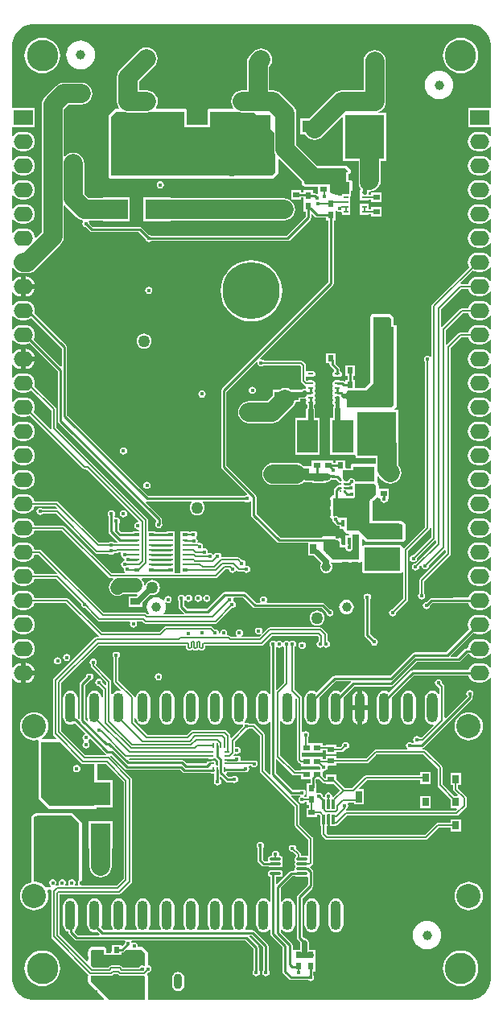
<source format=gbl>
G04*
G04 #@! TF.GenerationSoftware,Altium Limited,Altium Designer,22.4.2 (48)*
G04*
G04 Layer_Physical_Order=4*
G04 Layer_Color=16711680*
%FSLAX25Y25*%
%MOIN*%
G70*
G04*
G04 #@! TF.SameCoordinates,63F2D315-15D7-4541-B076-0863086383BD*
G04*
G04*
G04 #@! TF.FilePolarity,Positive*
G04*
G01*
G75*
%ADD10C,0.00787*%
%ADD13C,0.05000*%
%ADD49C,0.03937*%
%ADD50C,0.00984*%
%ADD51C,0.07874*%
%ADD52C,0.03937*%
%ADD53C,0.01575*%
%ADD54C,0.02362*%
%ADD55C,0.00700*%
%ADD56C,0.07874*%
G04:AMPARAMS|DCode=57|XSize=45.67mil|YSize=122.05mil|CornerRadius=22.84mil|HoleSize=0mil|Usage=FLASHONLY|Rotation=0.000|XOffset=0mil|YOffset=0mil|HoleType=Round|Shape=RoundedRectangle|*
%AMROUNDEDRECTD57*
21,1,0.04567,0.07638,0,0,0.0*
21,1,0.00000,0.12205,0,0,0.0*
1,1,0.04567,0.00000,-0.03819*
1,1,0.04567,0.00000,-0.03819*
1,1,0.04567,0.00000,0.03819*
1,1,0.04567,0.00000,0.03819*
%
%ADD57ROUNDEDRECTD57*%
G04:AMPARAMS|DCode=58|XSize=43.31mil|YSize=122.05mil|CornerRadius=21.65mil|HoleSize=0mil|Usage=FLASHONLY|Rotation=0.000|XOffset=0mil|YOffset=0mil|HoleType=Round|Shape=RoundedRectangle|*
%AMROUNDEDRECTD58*
21,1,0.04331,0.07874,0,0,0.0*
21,1,0.00000,0.12205,0,0,0.0*
1,1,0.04331,0.00000,-0.03937*
1,1,0.04331,0.00000,-0.03937*
1,1,0.04331,0.00000,0.03937*
1,1,0.04331,0.00000,0.03937*
%
%ADD58ROUNDEDRECTD58*%
%ADD59O,0.03543X0.06299*%
%ADD60C,0.23622*%
%ADD61O,0.07874X0.06299*%
%ADD62R,0.07874X0.06299*%
%ADD63C,0.10000*%
%ADD64C,0.12992*%
%ADD65C,0.01772*%
%ADD66R,0.03937X0.03543*%
%ADD67R,0.09055X0.09055*%
%ADD68R,0.01968X0.00984*%
%ADD69R,0.03307X0.09449*%
%ADD70R,0.08661X0.13780*%
%ADD71C,0.00965*%
%ADD72R,0.16339X0.18307*%
%ADD73R,0.05709X0.04528*%
%ADD74O,0.02362X0.00945*%
%ADD75R,0.06221X0.11221*%
%ADD76R,0.00787X0.03051*%
%ADD77R,0.01181X0.03898*%
G04:AMPARAMS|DCode=78|XSize=44.09mil|YSize=10.63mil|CornerRadius=1.33mil|HoleSize=0mil|Usage=FLASHONLY|Rotation=0.000|XOffset=0mil|YOffset=0mil|HoleType=Round|Shape=RoundedRectangle|*
%AMROUNDEDRECTD78*
21,1,0.04409,0.00797,0,0,0.0*
21,1,0.04144,0.01063,0,0,0.0*
1,1,0.00266,0.02072,-0.00399*
1,1,0.00266,-0.02072,-0.00399*
1,1,0.00266,-0.02072,0.00399*
1,1,0.00266,0.02072,0.00399*
%
%ADD78ROUNDEDRECTD78*%
%ADD79R,0.01968X0.01673*%
%ADD80R,0.01968X0.00984*%
%ADD81R,0.04724X0.06496*%
G04:AMPARAMS|DCode=82|XSize=18.23mil|YSize=8.66mil|CornerRadius=1.08mil|HoleSize=0mil|Usage=FLASHONLY|Rotation=0.000|XOffset=0mil|YOffset=0mil|HoleType=Round|Shape=RoundedRectangle|*
%AMROUNDEDRECTD82*
21,1,0.01823,0.00650,0,0,0.0*
21,1,0.01606,0.00866,0,0,0.0*
1,1,0.00217,0.00803,-0.00325*
1,1,0.00217,-0.00803,-0.00325*
1,1,0.00217,-0.00803,0.00325*
1,1,0.00217,0.00803,0.00325*
%
%ADD82ROUNDEDRECTD82*%
G04:AMPARAMS|DCode=83|XSize=22.13mil|YSize=8.86mil|CornerRadius=1.11mil|HoleSize=0mil|Usage=FLASHONLY|Rotation=0.000|XOffset=0mil|YOffset=0mil|HoleType=Round|Shape=RoundedRectangle|*
%AMROUNDEDRECTD83*
21,1,0.02213,0.00664,0,0,0.0*
21,1,0.01991,0.00886,0,0,0.0*
1,1,0.00222,0.00996,-0.00332*
1,1,0.00222,-0.00996,-0.00332*
1,1,0.00222,-0.00996,0.00332*
1,1,0.00222,0.00996,0.00332*
%
%ADD83ROUNDEDRECTD83*%
G04:AMPARAMS|DCode=84|XSize=18.23mil|YSize=8.66mil|CornerRadius=1.08mil|HoleSize=0mil|Usage=FLASHONLY|Rotation=270.000|XOffset=0mil|YOffset=0mil|HoleType=Round|Shape=RoundedRectangle|*
%AMROUNDEDRECTD84*
21,1,0.01823,0.00650,0,0,270.0*
21,1,0.01606,0.00866,0,0,270.0*
1,1,0.00217,-0.00325,-0.00803*
1,1,0.00217,-0.00325,0.00803*
1,1,0.00217,0.00325,0.00803*
1,1,0.00217,0.00325,-0.00803*
%
%ADD84ROUNDEDRECTD84*%
%ADD85R,0.01378X0.03543*%
%ADD86R,0.01378X0.03150*%
%ADD87R,0.11417X0.01772*%
%ADD88R,0.02756X0.03543*%
%ADD89R,0.02362X0.02362*%
%ADD90R,0.07480X0.01772*%
%ADD91R,0.09449X0.01772*%
%ADD92R,0.01968X0.05512*%
%ADD93R,0.02559X0.04724*%
%ADD94R,0.02756X0.02953*%
%ADD95R,0.02756X0.02756*%
%ADD96R,0.13386X0.03858*%
%ADD97R,0.03937X0.02756*%
%ADD98R,0.08465X0.09646*%
%ADD99R,0.03347X0.04331*%
%ADD100R,0.10630X0.05118*%
%ADD101R,0.05118X0.07087*%
%ADD102R,0.02362X0.02520*%
%ADD103R,0.07165X0.04724*%
%ADD104R,0.07087X0.05118*%
%ADD105R,0.02520X0.02362*%
%ADD106R,0.09646X0.08465*%
%ADD107R,0.02756X0.03937*%
%ADD108R,0.02362X0.02953*%
%ADD109R,0.02953X0.02362*%
%ADD110C,0.03150*%
%ADD111C,0.00984*%
%ADD112C,0.05906*%
%ADD113C,0.01968*%
G36*
X94940Y368353D02*
X96122Y368197D01*
X100803D01*
X109433Y359567D01*
Y352977D01*
X109433Y352977D01*
X109589Y351795D01*
X110000Y350803D01*
Y343500D01*
X108500Y342000D01*
X42000D01*
X42000Y366500D01*
X44000Y368500D01*
X47341D01*
X47696Y368353D01*
X48878Y368197D01*
X56634D01*
X57816Y368353D01*
X58171Y368500D01*
X72185D01*
Y362043D01*
X82815D01*
Y368500D01*
X94585D01*
X94940Y368353D01*
D02*
G37*
G36*
X192708Y404381D02*
X194381Y403687D01*
X195888Y402681D01*
X197169Y401400D01*
X198176Y399893D01*
X198869Y398219D01*
X199222Y396443D01*
Y395537D01*
Y370141D01*
X189701D01*
Y362142D01*
X199222D01*
Y358359D01*
X198940Y358235D01*
X198722Y358220D01*
X198128Y358994D01*
X197293Y359635D01*
X196320Y360038D01*
X195276Y360176D01*
X193701D01*
X192657Y360038D01*
X191684Y359635D01*
X190848Y358994D01*
X190207Y358159D01*
X189804Y357186D01*
X189667Y356142D01*
X189804Y355098D01*
X190207Y354125D01*
X190848Y353289D01*
X191684Y352648D01*
X192657Y352245D01*
X193701Y352108D01*
X195276D01*
X196320Y352245D01*
X197293Y352648D01*
X198128Y353289D01*
X198722Y354063D01*
X198940Y354049D01*
X199222Y353924D01*
Y348359D01*
X198940Y348235D01*
X198722Y348220D01*
X198128Y348994D01*
X197293Y349635D01*
X196320Y350038D01*
X195276Y350176D01*
X193701D01*
X192657Y350038D01*
X191684Y349635D01*
X190848Y348994D01*
X190207Y348159D01*
X189804Y347186D01*
X189667Y346142D01*
X189804Y345098D01*
X190207Y344125D01*
X190848Y343289D01*
X191684Y342648D01*
X192657Y342245D01*
X193701Y342108D01*
X195276D01*
X196320Y342245D01*
X197293Y342648D01*
X198128Y343289D01*
X198722Y344063D01*
X198940Y344049D01*
X199222Y343924D01*
Y338359D01*
X198940Y338234D01*
X198722Y338220D01*
X198128Y338994D01*
X197293Y339635D01*
X196320Y340038D01*
X195276Y340176D01*
X193701D01*
X192657Y340038D01*
X191684Y339635D01*
X190848Y338994D01*
X190207Y338159D01*
X189804Y337186D01*
X189667Y336142D01*
X189804Y335098D01*
X190207Y334125D01*
X190848Y333289D01*
X191684Y332648D01*
X192657Y332245D01*
X193701Y332108D01*
X195276D01*
X196320Y332245D01*
X197293Y332648D01*
X198128Y333289D01*
X198722Y334063D01*
X198940Y334049D01*
X199222Y333924D01*
Y328359D01*
X198940Y328235D01*
X198722Y328220D01*
X198128Y328994D01*
X197293Y329635D01*
X196320Y330038D01*
X195276Y330176D01*
X193701D01*
X192657Y330038D01*
X191684Y329635D01*
X190848Y328994D01*
X190207Y328159D01*
X189804Y327186D01*
X189667Y326142D01*
X189804Y325098D01*
X190207Y324125D01*
X190848Y323289D01*
X191684Y322648D01*
X192657Y322245D01*
X193701Y322108D01*
X195276D01*
X196320Y322245D01*
X197293Y322648D01*
X198128Y323289D01*
X198722Y324063D01*
X198940Y324049D01*
X199222Y323924D01*
Y318359D01*
X198940Y318234D01*
X198722Y318220D01*
X198128Y318994D01*
X197293Y319635D01*
X196320Y320038D01*
X195276Y320176D01*
X193701D01*
X192657Y320038D01*
X191684Y319635D01*
X190848Y318994D01*
X190207Y318159D01*
X189804Y317186D01*
X189667Y316142D01*
X189804Y315098D01*
X190207Y314125D01*
X190848Y313289D01*
X191684Y312648D01*
X192657Y312245D01*
X193701Y312108D01*
X195276D01*
X196320Y312245D01*
X197293Y312648D01*
X198128Y313289D01*
X198722Y314063D01*
X198940Y314049D01*
X199222Y313924D01*
Y308359D01*
X198940Y308235D01*
X198722Y308220D01*
X198128Y308994D01*
X197293Y309635D01*
X196320Y310038D01*
X195276Y310176D01*
X193701D01*
X192657Y310038D01*
X191684Y309635D01*
X190848Y308994D01*
X190207Y308159D01*
X189804Y307186D01*
X189667Y306142D01*
X189804Y305098D01*
X190207Y304125D01*
X190232Y304092D01*
X174790Y288650D01*
X174573Y288325D01*
X174496Y287941D01*
Y267301D01*
X174274Y267170D01*
X173996Y267093D01*
X173576Y267374D01*
X173000Y267488D01*
X172424Y267374D01*
X171936Y267047D01*
X171609Y266559D01*
X171495Y265983D01*
X171609Y265407D01*
X171936Y264918D01*
X171996Y264878D01*
Y196416D01*
X163290Y187710D01*
X163204Y187581D01*
X162704Y187732D01*
Y188000D01*
X162613Y188461D01*
X162352Y188851D01*
X161961Y189113D01*
X161500Y189204D01*
X147000D01*
X146539Y189113D01*
X146204Y188889D01*
X145957Y188953D01*
X145704Y189087D01*
Y191439D01*
X146166Y191631D01*
X147149Y190648D01*
X147539Y190387D01*
X148000Y190296D01*
X148000Y190296D01*
X162500D01*
X162961Y190387D01*
X163352Y190648D01*
X163613Y191039D01*
X163704Y191500D01*
Y197500D01*
X163696Y197542D01*
X163701Y197585D01*
X163650Y197772D01*
X163613Y197961D01*
X163589Y197997D01*
X163577Y198039D01*
X163459Y198191D01*
X163352Y198352D01*
X163315Y198376D01*
X163289Y198410D01*
X163121Y198505D01*
X162961Y198613D01*
X162918Y198621D01*
X162881Y198642D01*
X161381Y199142D01*
X161189Y199167D01*
X161000Y199204D01*
X150204D01*
Y207045D01*
X150229Y207082D01*
X150399Y207196D01*
X151972Y208769D01*
X152472Y208562D01*
Y208531D01*
X153206D01*
X153524Y208145D01*
X153495Y208000D01*
X153609Y207424D01*
X153936Y206936D01*
X154424Y206609D01*
X155000Y206495D01*
X155576Y206609D01*
X156064Y206936D01*
X156391Y207424D01*
X156505Y208000D01*
X156476Y208145D01*
X156794Y208531D01*
X157000D01*
Y212469D01*
X152704D01*
Y213885D01*
X152693Y213944D01*
X152699Y214003D01*
X152647Y214173D01*
X152613Y214346D01*
X152579Y214396D01*
X152562Y214453D01*
X152450Y214590D01*
X152351Y214737D01*
X152302Y214770D01*
X152264Y214816D01*
X152070Y214976D01*
X152113Y215039D01*
X152204Y215500D01*
Y217259D01*
X152704Y217428D01*
X153003Y217039D01*
X154271Y215771D01*
X155217Y215045D01*
X156318Y214589D01*
X157500Y214433D01*
X158682Y214589D01*
X159783Y215045D01*
X160729Y215771D01*
X161455Y216717D01*
X161911Y217818D01*
X162067Y219000D01*
X161911Y220182D01*
X161455Y221283D01*
X160799Y222138D01*
Y225122D01*
X160957D01*
Y245004D01*
X159414D01*
X159207Y245504D01*
X159852Y246148D01*
X160113Y246539D01*
X160204Y247000D01*
X160204Y247000D01*
Y279453D01*
X160113Y279914D01*
X159852Y280304D01*
X159461Y280565D01*
X159000Y280657D01*
X158968D01*
Y282736D01*
X158968Y282736D01*
X158876Y283197D01*
X158615Y283588D01*
X158615Y283588D01*
X157852Y284351D01*
X157461Y284613D01*
X157000Y284704D01*
X157000Y284704D01*
X150500D01*
X150039Y284613D01*
X149648Y284351D01*
X149387Y283961D01*
X149296Y283500D01*
Y256499D01*
X147001Y254204D01*
X142968D01*
Y257528D01*
X142104D01*
Y258972D01*
X142968D01*
Y263500D01*
X139032D01*
Y258972D01*
X139896D01*
Y257528D01*
X139032D01*
Y256843D01*
X138531Y256636D01*
X138438Y256729D01*
X138080Y256969D01*
X137657Y257053D01*
X136865D01*
X136712Y257155D01*
X136221Y257253D01*
X134803D01*
X134312Y257155D01*
X133895Y256877D01*
X133616Y256460D01*
X133519Y255968D01*
X133616Y255477D01*
X133895Y255060D01*
Y254908D01*
X133616Y254492D01*
X133519Y254000D01*
X133616Y253508D01*
X133687Y253402D01*
X133861Y253016D01*
X133687Y252629D01*
X133616Y252523D01*
X133519Y252031D01*
X133616Y251540D01*
X133687Y251434D01*
X133861Y251047D01*
X133687Y250661D01*
X133616Y250555D01*
X133519Y250063D01*
X133616Y249571D01*
X133895Y249155D01*
Y249003D01*
X133616Y248586D01*
X133519Y248095D01*
X133616Y247603D01*
X133895Y247186D01*
X134107Y247044D01*
Y246574D01*
X133843Y246179D01*
X133705Y245488D01*
Y241677D01*
X132665D01*
Y226323D01*
X142902D01*
X143043Y225882D01*
Y225122D01*
X151666D01*
Y223031D01*
X151166Y222671D01*
X151000Y222704D01*
X142201D01*
X141740Y222613D01*
X141349Y222352D01*
X141088Y221961D01*
X140997Y221500D01*
Y221157D01*
X138736D01*
Y224047D01*
X134799D01*
Y223104D01*
X134028D01*
Y223969D01*
X124972D01*
Y222172D01*
X124602Y221858D01*
X121576D01*
X120783Y222467D01*
X119682Y222923D01*
X118500Y223078D01*
X118410Y223067D01*
X109000D01*
X107818Y222911D01*
X106717Y222455D01*
X105771Y221729D01*
X105045Y220783D01*
X104589Y219682D01*
X104433Y218500D01*
X104589Y217318D01*
X105045Y216217D01*
X105771Y215271D01*
X106717Y214545D01*
X107818Y214089D01*
X109000Y213933D01*
X118488D01*
X118488Y213933D01*
X119670Y214089D01*
X120772Y214545D01*
X121580Y215165D01*
X122319D01*
X122413Y215147D01*
X125244D01*
Y214598D01*
X130756D01*
Y215147D01*
X131197D01*
X132042Y215315D01*
X132758Y215793D01*
X132913Y216025D01*
X133404Y216123D01*
X133424Y216109D01*
X134000Y215995D01*
X134576Y216109D01*
X134983Y216381D01*
X135697Y215667D01*
X135729Y215505D01*
X136010Y215085D01*
X136430Y214804D01*
X136603Y214770D01*
X136773Y214425D01*
X136603Y214081D01*
X136430Y214046D01*
X136277Y213944D01*
X136277D01*
X135854Y213860D01*
X135496Y213621D01*
X134452Y212576D01*
X134212Y212218D01*
X134128Y211796D01*
Y209704D01*
X134000D01*
X133539Y209613D01*
X133149Y209351D01*
X132885Y209088D01*
X132624Y208697D01*
X132532Y208236D01*
X132532Y208236D01*
Y204453D01*
X132532Y204453D01*
Y201264D01*
X132624Y200803D01*
X132885Y200412D01*
X132885Y200412D01*
X133291Y200005D01*
X133495Y199870D01*
X133537Y199841D01*
X133495Y199626D01*
X133609Y199050D01*
X133936Y198562D01*
X134097Y198454D01*
X134131Y198284D01*
X134370Y197926D01*
X135076Y197219D01*
X135434Y196980D01*
X135857Y196896D01*
X136465D01*
Y195638D01*
X137710D01*
X138195Y195515D01*
X138224Y195319D01*
X138241Y195121D01*
X138259Y195088D01*
X138264Y195050D01*
X138366Y194880D01*
X138458Y194704D01*
X138487Y194680D01*
X138507Y194647D01*
X138923Y194190D01*
X138946Y194173D01*
X138962Y194149D01*
X139134Y194034D01*
X139301Y193911D01*
X139329Y193904D01*
X139353Y193887D01*
X139556Y193847D01*
X139757Y193797D01*
X139785Y193801D01*
X139814Y193796D01*
X140182D01*
X140515Y193296D01*
X140457Y193157D01*
X139024D01*
Y189204D01*
X137669D01*
Y190535D01*
X137577Y190996D01*
X137316Y191387D01*
X136776Y191927D01*
X136385Y192188D01*
X136385Y192188D01*
X136154Y192234D01*
X135925Y192280D01*
X135924Y192280D01*
X135664Y192228D01*
X135452D01*
X135352Y192269D01*
X135269Y192351D01*
X134879Y192613D01*
X134418Y192704D01*
X134418Y192704D01*
X130000D01*
X129539Y192613D01*
X129148Y192351D01*
X128983Y192104D01*
X111957D01*
X102104Y201957D01*
Y209000D01*
X102020Y209422D01*
X101781Y209781D01*
X89604Y221957D01*
Y252543D01*
X102090Y265029D01*
X102551Y264783D01*
X102495Y264500D01*
X102609Y263924D01*
X102936Y263436D01*
X103424Y263109D01*
X104000Y262995D01*
X104576Y263109D01*
X105064Y263436D01*
X105105Y263496D01*
X120123D01*
X120496Y263123D01*
Y257000D01*
X120573Y256616D01*
X120790Y256290D01*
X121822Y255259D01*
X122148Y255041D01*
X122334Y255004D01*
X122586Y254541D01*
X122589Y254518D01*
X122588Y254465D01*
X122495Y254000D01*
X122251Y253756D01*
X122000Y253806D01*
X121309Y253669D01*
X120756Y253299D01*
X120256Y253402D01*
Y253402D01*
X116353D01*
X116283Y253455D01*
X115182Y253911D01*
X114000Y254067D01*
X112818Y253911D01*
X111717Y253455D01*
X111647Y253402D01*
X108744D01*
Y250702D01*
X106608Y248567D01*
X99000D01*
X97818Y248411D01*
X96717Y247955D01*
X95771Y247229D01*
X95045Y246283D01*
X94589Y245182D01*
X94433Y244000D01*
X94589Y242818D01*
X95045Y241717D01*
X95771Y240771D01*
X96717Y240045D01*
X97818Y239589D01*
X99000Y239433D01*
X108500D01*
X108500Y239433D01*
X109682Y239589D01*
X110783Y240045D01*
X111729Y240771D01*
X117229Y246271D01*
X117955Y247217D01*
X118397Y248284D01*
X120256D01*
Y249627D01*
X121433D01*
X122124Y249764D01*
X122130Y249768D01*
X122458Y249632D01*
X122637Y249505D01*
X122871Y249155D01*
Y249003D01*
X122593Y248586D01*
X122495Y248095D01*
X122593Y247603D01*
X122871Y247186D01*
X123083Y247044D01*
Y246074D01*
X122819Y245679D01*
X122682Y244988D01*
Y241677D01*
X118098D01*
Y226323D01*
X128335D01*
Y241677D01*
X126295D01*
Y244988D01*
X126157Y245679D01*
X125893Y246074D01*
Y247044D01*
X126105Y247186D01*
X126384Y247603D01*
X126481Y248095D01*
X126384Y248586D01*
X126105Y249003D01*
Y249155D01*
X126384Y249571D01*
X126481Y250063D01*
X126384Y250555D01*
X126313Y250661D01*
X126139Y251047D01*
X126313Y251434D01*
X126384Y251540D01*
X126481Y252031D01*
X126384Y252523D01*
X126313Y252629D01*
X126139Y253016D01*
X126313Y253402D01*
X126384Y253508D01*
X126481Y254000D01*
X126384Y254492D01*
X126105Y254908D01*
Y255060D01*
X126384Y255477D01*
X126481Y255968D01*
X126384Y256460D01*
X126105Y256877D01*
X125688Y257155D01*
X125197Y257253D01*
X123779D01*
X123288Y257155D01*
X123014Y256972D01*
X122947D01*
X122503Y257416D01*
Y258687D01*
X122566Y258740D01*
X123003Y258909D01*
X123288Y258719D01*
X123779Y258621D01*
X125197D01*
X125688Y258719D01*
X126105Y258997D01*
X126384Y259414D01*
X126481Y259906D01*
X126384Y260397D01*
X126105Y260814D01*
X125688Y261092D01*
X125197Y261190D01*
X123779D01*
X123288Y261092D01*
X123003Y260902D01*
X122566Y261071D01*
X122503Y261124D01*
Y263539D01*
X122427Y263923D01*
X122210Y264248D01*
X121248Y265210D01*
X120923Y265427D01*
X120539Y265504D01*
X105105D01*
X105064Y265564D01*
X104576Y265891D01*
X104000Y266005D01*
X103717Y265949D01*
X103471Y266410D01*
X133781Y296719D01*
X134020Y297078D01*
X134104Y297500D01*
Y323472D01*
X134968D01*
Y327235D01*
X135296Y327376D01*
X135468Y327414D01*
X135924Y327109D01*
X136500Y326995D01*
X136988Y327092D01*
X137488Y326829D01*
Y325783D01*
X141032D01*
Y329720D01*
Y333351D01*
X141100Y333397D01*
X141351Y333648D01*
X141613Y334039D01*
X141704Y334500D01*
X141704Y334500D01*
Y339453D01*
X141613Y339914D01*
X141351Y340304D01*
X140961Y340565D01*
X140500Y340657D01*
X140468D01*
Y342573D01*
X140651Y342696D01*
X140807Y342930D01*
X140912Y343086D01*
X141103Y343548D01*
X141195Y344009D01*
X141103Y344470D01*
X140842Y344861D01*
X139851Y345851D01*
X139461Y346113D01*
X139000Y346204D01*
X139000Y346204D01*
X127231D01*
X118567Y354869D01*
Y367726D01*
X118567Y367726D01*
X118411Y368908D01*
X117955Y370009D01*
X117229Y370955D01*
X117229Y370955D01*
X112191Y375993D01*
X111245Y376719D01*
X110144Y377175D01*
X108962Y377330D01*
X108962Y377330D01*
X107330D01*
Y386903D01*
X107955Y387717D01*
X108411Y388818D01*
X108567Y390000D01*
X108411Y391182D01*
X107955Y392283D01*
X107229Y393229D01*
X106283Y393955D01*
X105182Y394411D01*
X104000Y394567D01*
X102818Y394411D01*
X101717Y393955D01*
X100771Y393229D01*
X99535Y391993D01*
X98809Y391047D01*
X98353Y389946D01*
X98197Y388764D01*
Y377330D01*
X96122D01*
X94940Y377175D01*
X93839Y376719D01*
X92893Y375993D01*
X92756Y375815D01*
X92480D01*
Y375455D01*
X92167Y375047D01*
X91711Y373946D01*
X91555Y372764D01*
X91711Y371582D01*
X92167Y370480D01*
X92379Y370204D01*
X92195Y369708D01*
X91984Y369704D01*
X82815D01*
X82354Y369613D01*
X81963Y369352D01*
X81702Y368961D01*
X81611Y368500D01*
Y363248D01*
X73389D01*
Y368500D01*
X73298Y368961D01*
X73037Y369352D01*
X72646Y369613D01*
X72185Y369704D01*
X60772D01*
X60560Y369708D01*
X60377Y370204D01*
X60589Y370480D01*
X61045Y371582D01*
X61200Y372764D01*
X61045Y373946D01*
X60589Y375047D01*
X60276Y375455D01*
Y375815D01*
X60000D01*
X59863Y375993D01*
X58917Y376719D01*
X57816Y377175D01*
X56634Y377330D01*
X53445D01*
Y380986D01*
X59729Y387271D01*
X60455Y388217D01*
X60911Y389318D01*
X61067Y390500D01*
X60911Y391682D01*
X60455Y392783D01*
X59729Y393729D01*
X58783Y394455D01*
X57682Y394911D01*
X56500Y395067D01*
X55318Y394911D01*
X54217Y394455D01*
X53271Y393729D01*
X45649Y386107D01*
X44923Y385161D01*
X44467Y384060D01*
X44311Y382878D01*
X44311Y382878D01*
Y372764D01*
X44467Y371582D01*
X44923Y370480D01*
X45135Y370204D01*
X44951Y369708D01*
X44740Y369704D01*
X44000D01*
X44000Y369704D01*
X43539Y369613D01*
X43148Y369352D01*
X43148Y369352D01*
X41148Y367352D01*
X41148Y367352D01*
X40887Y366961D01*
X40796Y366500D01*
X40796Y366500D01*
X40796Y342000D01*
X40887Y341539D01*
X41148Y341148D01*
X41539Y340887D01*
X42000Y340796D01*
X108500D01*
X108500Y340796D01*
X108961Y340887D01*
X109352Y341148D01*
X110852Y342649D01*
X111113Y343039D01*
X111204Y343500D01*
X111204Y343500D01*
Y348661D01*
X111666Y348853D01*
X120796Y339723D01*
Y339000D01*
X120887Y338539D01*
X121149Y338148D01*
X121149Y338148D01*
X121649Y337649D01*
X121649Y337649D01*
X122039Y337387D01*
X122500Y337296D01*
X122500Y337296D01*
X127472D01*
Y334638D01*
X127043Y334360D01*
X126863Y334540D01*
X126505Y334780D01*
X126083Y334864D01*
X125591D01*
Y336024D01*
X121653D01*
Y335198D01*
X120551D01*
Y336063D01*
X116457D01*
Y332126D01*
X120551D01*
Y332991D01*
X121653D01*
Y331496D01*
Y326969D01*
X122518D01*
Y325079D01*
X114543Y317104D01*
X58505D01*
X58076Y317391D01*
X57570Y317491D01*
X54595Y320466D01*
X54237Y320705D01*
X53815Y320789D01*
X34272D01*
X32998Y322063D01*
X32887Y322623D01*
X32680Y322933D01*
X32910Y323433D01*
X38425D01*
Y322980D01*
X49646D01*
Y333020D01*
X38425D01*
Y332567D01*
X32685D01*
X30748Y334504D01*
Y346972D01*
X30592Y348154D01*
X30136Y349256D01*
X29410Y350202D01*
X28464Y350927D01*
X27363Y351383D01*
X26181Y351539D01*
X24999Y351383D01*
X23898Y350927D01*
X22952Y350202D01*
X22757Y349947D01*
X22283Y350108D01*
Y369480D01*
X24221Y371418D01*
X29528D01*
X30709Y371573D01*
X31811Y372029D01*
X32757Y372755D01*
X33482Y373701D01*
X33939Y374802D01*
X34094Y375984D01*
X33939Y377166D01*
X33482Y378268D01*
X32757Y379213D01*
X31811Y379939D01*
X30709Y380395D01*
X29528Y380551D01*
X22329D01*
X22329Y380551D01*
X21147Y380395D01*
X20046Y379939D01*
X19100Y379213D01*
X14487Y374601D01*
X13762Y373655D01*
X13306Y372554D01*
X13150Y371372D01*
X13150Y371372D01*
Y318594D01*
X10821Y316265D01*
X10294Y316444D01*
X10196Y317186D01*
X9793Y318159D01*
X9152Y318994D01*
X8316Y319635D01*
X7343Y320038D01*
X6299Y320176D01*
X4724D01*
X3680Y320038D01*
X2707Y319635D01*
X1872Y318994D01*
X1328Y318285D01*
X828Y318440D01*
Y323844D01*
X1328Y323998D01*
X1872Y323289D01*
X2707Y322648D01*
X3680Y322245D01*
X4724Y322108D01*
X6299D01*
X7343Y322245D01*
X8316Y322648D01*
X9152Y323289D01*
X9793Y324125D01*
X10196Y325098D01*
X10333Y326142D01*
X10196Y327186D01*
X9793Y328159D01*
X9152Y328994D01*
X8316Y329635D01*
X7343Y330038D01*
X6299Y330176D01*
X4724D01*
X3680Y330038D01*
X2707Y329635D01*
X1872Y328994D01*
X1328Y328285D01*
X828Y328440D01*
Y333844D01*
X1328Y333998D01*
X1872Y333289D01*
X2707Y332648D01*
X3680Y332245D01*
X4724Y332108D01*
X6299D01*
X7343Y332245D01*
X8316Y332648D01*
X9152Y333289D01*
X9793Y334125D01*
X10196Y335098D01*
X10333Y336142D01*
X10196Y337186D01*
X9793Y338159D01*
X9152Y338994D01*
X8316Y339635D01*
X7343Y340038D01*
X6299Y340176D01*
X4724D01*
X3680Y340038D01*
X2707Y339635D01*
X1872Y338994D01*
X1328Y338285D01*
X828Y338440D01*
Y343844D01*
X1328Y343998D01*
X1872Y343289D01*
X2707Y342648D01*
X3680Y342245D01*
X4724Y342108D01*
X6299D01*
X7343Y342245D01*
X8316Y342648D01*
X9152Y343289D01*
X9793Y344125D01*
X10196Y345098D01*
X10333Y346142D01*
X10196Y347186D01*
X9793Y348159D01*
X9152Y348994D01*
X8316Y349635D01*
X7343Y350038D01*
X6299Y350176D01*
X4724D01*
X3680Y350038D01*
X2707Y349635D01*
X1872Y348994D01*
X1328Y348285D01*
X828Y348440D01*
Y353844D01*
X1328Y353998D01*
X1872Y353289D01*
X2707Y352648D01*
X3680Y352245D01*
X4724Y352108D01*
X6299D01*
X7343Y352245D01*
X8316Y352648D01*
X9152Y353289D01*
X9793Y354125D01*
X10196Y355098D01*
X10333Y356142D01*
X10196Y357186D01*
X9793Y358159D01*
X9152Y358994D01*
X8316Y359635D01*
X7343Y360038D01*
X6299Y360176D01*
X4724D01*
X3680Y360038D01*
X2707Y359635D01*
X1872Y358994D01*
X1328Y358285D01*
X828Y358440D01*
Y362142D01*
X10299D01*
Y370141D01*
X828D01*
Y395537D01*
Y396443D01*
X1181Y398219D01*
X1874Y399893D01*
X2881Y401400D01*
X4162Y402681D01*
X5669Y403687D01*
X7342Y404381D01*
X9119Y404734D01*
X190931D01*
X192708Y404381D01*
D02*
G37*
G36*
X139991Y344009D02*
X139799Y343547D01*
X139264D01*
Y339453D01*
X140500D01*
Y334500D01*
X140248Y334248D01*
X137488D01*
Y334098D01*
X137116Y333765D01*
X135000Y334000D01*
X132500Y335000D01*
Y338500D01*
X122500Y338500D01*
X122000Y339000D01*
Y345000D01*
X139000D01*
X139991Y344009D01*
D02*
G37*
G36*
X198940Y304049D02*
X199222Y303924D01*
Y298359D01*
X198940Y298235D01*
X198722Y298220D01*
X198128Y298994D01*
X197293Y299635D01*
X196320Y300038D01*
X195276Y300176D01*
X193701D01*
X192657Y300038D01*
X191684Y299635D01*
X190848Y298994D01*
X190207Y298159D01*
X189804Y297186D01*
X189799Y297145D01*
X186831D01*
X186611Y297632D01*
X191651Y302673D01*
X191684Y302648D01*
X192657Y302245D01*
X193701Y302108D01*
X195276D01*
X196320Y302245D01*
X197293Y302648D01*
X198128Y303289D01*
X198722Y304063D01*
X198940Y304049D01*
D02*
G37*
G36*
X22952Y329383D02*
X27564Y324771D01*
X28510Y324045D01*
X29612Y323589D01*
X30148Y323518D01*
X30231Y323399D01*
X30349Y322988D01*
X30105Y322623D01*
X29991Y322047D01*
X30105Y321471D01*
X30432Y320983D01*
X30920Y320656D01*
X31372Y320567D01*
X33034Y318905D01*
X33392Y318665D01*
X33815Y318581D01*
X53357D01*
X56009Y315930D01*
X56109Y315424D01*
X56436Y314936D01*
X56924Y314609D01*
X57500Y314495D01*
X58076Y314609D01*
X58505Y314896D01*
X115000D01*
X115422Y314980D01*
X115781Y315219D01*
X124403Y323842D01*
X124642Y324200D01*
X124726Y324622D01*
Y325914D01*
X125188Y326105D01*
X126338Y324956D01*
X126696Y324716D01*
X127118Y324632D01*
X131032D01*
Y323472D01*
X131896D01*
Y297957D01*
X87719Y253781D01*
X87480Y253422D01*
X87396Y253000D01*
Y221500D01*
X87480Y221078D01*
X87719Y220720D01*
X98224Y210215D01*
X98028Y209703D01*
X97653Y209629D01*
X97223Y209342D01*
X57219D01*
X23679Y242882D01*
Y270925D01*
X23595Y271348D01*
X23355Y271706D01*
X10128Y284933D01*
X10196Y285098D01*
X10333Y286142D01*
X10196Y287186D01*
X9793Y288159D01*
X9152Y288994D01*
X8316Y289635D01*
X7343Y290038D01*
X6299Y290176D01*
X4724D01*
X3680Y290038D01*
X2707Y289635D01*
X1872Y288994D01*
X1328Y288285D01*
X828Y288440D01*
Y293582D01*
X1328Y293752D01*
X1765Y293182D01*
X2632Y292517D01*
X3641Y292099D01*
X4512Y291984D01*
Y296142D01*
Y300299D01*
X3641Y300184D01*
X2632Y299766D01*
X1765Y299101D01*
X1328Y298532D01*
X828Y298701D01*
Y303844D01*
X1328Y303998D01*
X1872Y303289D01*
X2168Y303062D01*
X2283Y302913D01*
X3229Y302187D01*
X4330Y301731D01*
X5512Y301575D01*
X7156D01*
X7156Y301575D01*
X8338Y301731D01*
X9440Y302187D01*
X10385Y302913D01*
X20946Y313473D01*
X20946Y313473D01*
X21671Y314419D01*
X22128Y315520D01*
X22283Y316702D01*
X22283Y316702D01*
Y329477D01*
X22757Y329638D01*
X22952Y329383D01*
D02*
G37*
G36*
X189804Y295098D02*
X190207Y294125D01*
X190848Y293289D01*
X191684Y292648D01*
X192657Y292245D01*
X193701Y292108D01*
X195276D01*
X196320Y292245D01*
X197293Y292648D01*
X198128Y293289D01*
X198722Y294063D01*
X198940Y294049D01*
X199222Y293924D01*
Y288359D01*
X198940Y288234D01*
X198722Y288220D01*
X198128Y288994D01*
X197293Y289635D01*
X196320Y290038D01*
X195276Y290176D01*
X193701D01*
X192657Y290038D01*
X191684Y289635D01*
X190848Y288994D01*
X190207Y288159D01*
X189804Y287186D01*
X189799Y287145D01*
X187142D01*
X186758Y287069D01*
X186432Y286851D01*
X179004Y279423D01*
X178504Y279630D01*
Y286584D01*
X187057Y295138D01*
X189799D01*
X189804Y295098D01*
D02*
G37*
G36*
Y285098D02*
X190207Y284125D01*
X190848Y283289D01*
X191684Y282648D01*
X192657Y282245D01*
X193701Y282108D01*
X195276D01*
X196320Y282245D01*
X197293Y282648D01*
X198128Y283289D01*
X198722Y284063D01*
X198940Y284049D01*
X199222Y283924D01*
Y278359D01*
X198940Y278235D01*
X198722Y278220D01*
X198128Y278994D01*
X197293Y279635D01*
X196320Y280038D01*
X195276Y280176D01*
X193701D01*
X192657Y280038D01*
X191684Y279635D01*
X190848Y278994D01*
X190207Y278159D01*
X189804Y277186D01*
X189799Y277145D01*
X186437D01*
X186053Y277069D01*
X185727Y276851D01*
X181003Y272128D01*
X180503Y272335D01*
Y278084D01*
X187557Y285138D01*
X189799D01*
X189804Y285098D01*
D02*
G37*
G36*
X1872Y283289D02*
X2707Y282648D01*
X3680Y282245D01*
X4724Y282108D01*
X6299D01*
X7343Y282245D01*
X8316Y282648D01*
X8868Y283071D01*
X21471Y270468D01*
Y263184D01*
X21009Y262993D01*
X9818Y274184D01*
X10196Y275098D01*
X10333Y276142D01*
X10196Y277186D01*
X9793Y278159D01*
X9152Y278994D01*
X8316Y279635D01*
X7343Y280038D01*
X6299Y280176D01*
X4724D01*
X3680Y280038D01*
X2707Y279635D01*
X1872Y278994D01*
X1328Y278285D01*
X828Y278440D01*
Y283844D01*
X1328Y283998D01*
X1872Y283289D01*
D02*
G37*
G36*
X157764Y282736D02*
Y279453D01*
X159000D01*
Y247000D01*
X158000Y246000D01*
X139500D01*
Y252500D01*
X140000Y253000D01*
X147500D01*
X150500Y256000D01*
Y283500D01*
X157000D01*
X157764Y282736D01*
D02*
G37*
G36*
X1872Y253289D02*
X2707Y252648D01*
X3680Y252245D01*
X4724Y252108D01*
X6299D01*
X7343Y252245D01*
X8316Y252648D01*
X8948Y253133D01*
X17258Y244823D01*
Y237332D01*
X17264Y237304D01*
X16803Y237057D01*
X9768Y244092D01*
X9793Y244125D01*
X10196Y245098D01*
X10333Y246142D01*
X10196Y247186D01*
X9793Y248159D01*
X9152Y248994D01*
X8316Y249635D01*
X7343Y250038D01*
X6299Y250176D01*
X4724D01*
X3680Y250038D01*
X2707Y249635D01*
X1872Y248994D01*
X1328Y248285D01*
X828Y248440D01*
Y253844D01*
X1328Y253998D01*
X1872Y253289D01*
D02*
G37*
G36*
Y243289D02*
X2707Y242648D01*
X3680Y242245D01*
X4724Y242108D01*
X6299D01*
X7343Y242245D01*
X8316Y242648D01*
X8349Y242673D01*
X30173Y220848D01*
X30499Y220631D01*
X30883Y220554D01*
X31671D01*
X53263Y198963D01*
X53016Y198502D01*
X53000Y198505D01*
X52424Y198391D01*
X51936Y198064D01*
X51609Y197576D01*
X51495Y197000D01*
X51609Y196424D01*
X51936Y195936D01*
X52424Y195609D01*
X53000Y195495D01*
X53251Y195545D01*
X53648Y195200D01*
X53548Y194858D01*
X50776D01*
Y194338D01*
X46034D01*
X45104Y195268D01*
Y197995D01*
X45391Y198424D01*
X45505Y199000D01*
X45391Y199576D01*
X45064Y200064D01*
X44576Y200391D01*
X44000Y200505D01*
X43722Y200450D01*
X43246Y200784D01*
X43189Y201122D01*
X43391Y201424D01*
X43505Y202000D01*
X43391Y202576D01*
X43064Y203064D01*
X42576Y203391D01*
X42000Y203505D01*
X41424Y203391D01*
X40936Y203064D01*
X40609Y202576D01*
X40495Y202000D01*
X40609Y201424D01*
X40810Y201124D01*
Y194587D01*
X40894Y194164D01*
X41133Y193806D01*
X44459Y190480D01*
X44252Y189980D01*
X43121D01*
X43064Y190064D01*
X42576Y190391D01*
X42000Y190505D01*
X41424Y190391D01*
X40936Y190064D01*
X40863Y189956D01*
X36963D01*
X20068Y206851D01*
X19742Y207069D01*
X19358Y207145D01*
X10201D01*
X10196Y207186D01*
X9793Y208159D01*
X9152Y208994D01*
X8316Y209635D01*
X7343Y210038D01*
X6299Y210176D01*
X4724D01*
X3680Y210038D01*
X2707Y209635D01*
X1872Y208994D01*
X1328Y208285D01*
X828Y208440D01*
Y213844D01*
X1328Y213998D01*
X1872Y213289D01*
X2707Y212648D01*
X3680Y212245D01*
X4724Y212108D01*
X6299D01*
X7343Y212245D01*
X8316Y212648D01*
X9152Y213289D01*
X9793Y214125D01*
X10196Y215098D01*
X10333Y216142D01*
X10196Y217186D01*
X9793Y218159D01*
X9152Y218994D01*
X8316Y219635D01*
X7343Y220038D01*
X6299Y220176D01*
X4724D01*
X3680Y220038D01*
X2707Y219635D01*
X1872Y218994D01*
X1328Y218285D01*
X828Y218440D01*
Y223844D01*
X1328Y223998D01*
X1872Y223289D01*
X2707Y222648D01*
X3680Y222245D01*
X4724Y222108D01*
X6299D01*
X7343Y222245D01*
X8316Y222648D01*
X9152Y223289D01*
X9793Y224125D01*
X10196Y225098D01*
X10333Y226142D01*
X10196Y227186D01*
X9793Y228159D01*
X9152Y228994D01*
X8316Y229635D01*
X7343Y230038D01*
X6299Y230176D01*
X4724D01*
X3680Y230038D01*
X2707Y229635D01*
X1872Y228994D01*
X1328Y228285D01*
X828Y228440D01*
Y233844D01*
X1328Y233998D01*
X1872Y233289D01*
X2707Y232648D01*
X3680Y232245D01*
X4724Y232108D01*
X6299D01*
X7343Y232245D01*
X8316Y232648D01*
X9152Y233289D01*
X9793Y234125D01*
X10196Y235098D01*
X10333Y236142D01*
X10196Y237186D01*
X9793Y238159D01*
X9152Y238994D01*
X8316Y239635D01*
X7343Y240038D01*
X6299Y240176D01*
X4724D01*
X3680Y240038D01*
X2707Y239635D01*
X1872Y238994D01*
X1328Y238285D01*
X828Y238440D01*
Y243844D01*
X1328Y243998D01*
X1872Y243289D01*
D02*
G37*
G36*
X151000Y215500D02*
X142976D01*
Y215594D01*
X142752Y216136D01*
X142336Y216552D01*
X141794Y216776D01*
X141206D01*
X140664Y216552D01*
X140248Y216136D01*
X140024Y215594D01*
Y215555D01*
X139998Y215529D01*
X139153D01*
X138752Y215695D01*
X138657D01*
X138242Y215742D01*
X138195Y216157D01*
Y216253D01*
X138002Y216719D01*
X138000Y216721D01*
Y219953D01*
X142201D01*
Y221500D01*
X151000D01*
Y215500D01*
D02*
G37*
G36*
X19589Y204492D02*
X19558Y204323D01*
X19370Y204004D01*
X13605D01*
X13564Y204064D01*
X13076Y204391D01*
X12500Y204505D01*
X11924Y204391D01*
X11436Y204064D01*
X11109Y203576D01*
X10995Y203000D01*
X11109Y202424D01*
X11436Y201936D01*
X11924Y201609D01*
X12500Y201495D01*
X13076Y201609D01*
X13564Y201936D01*
X13605Y201996D01*
X19084D01*
X35290Y185790D01*
X35616Y185573D01*
X36000Y185496D01*
X40851D01*
X41337Y185171D01*
X41913Y185057D01*
X42489Y185171D01*
X42978Y185498D01*
X43038Y185587D01*
X43980D01*
X44364Y185663D01*
X44690Y185881D01*
X44790Y185981D01*
X45787D01*
X46030Y185481D01*
X45932Y184985D01*
X46046Y184409D01*
X46373Y183921D01*
X46861Y183595D01*
X47094Y183548D01*
X47499Y183021D01*
X47495Y183000D01*
X47502Y182963D01*
X47138Y182446D01*
X46861Y182391D01*
X46373Y182064D01*
X46046Y181576D01*
X45932Y181000D01*
X46046Y180424D01*
X46373Y179936D01*
X46861Y179609D01*
X46992Y179583D01*
X47181Y179504D01*
X47067Y178928D01*
X47181Y178352D01*
X47507Y177864D01*
X47622Y177787D01*
X47471Y177287D01*
X42132D01*
X22568Y196851D01*
X22242Y197069D01*
X21858Y197145D01*
X10201D01*
X10196Y197186D01*
X9793Y198159D01*
X9152Y198994D01*
X8316Y199635D01*
X7343Y200038D01*
X6299Y200176D01*
X4724D01*
X3680Y200038D01*
X2707Y199635D01*
X1872Y198994D01*
X1328Y198285D01*
X828Y198440D01*
Y203844D01*
X1328Y203998D01*
X1872Y203289D01*
X2707Y202648D01*
X3680Y202245D01*
X4724Y202108D01*
X6299D01*
X7343Y202245D01*
X8316Y202648D01*
X9152Y203289D01*
X9793Y204125D01*
X10196Y205098D01*
X10201Y205138D01*
X18943D01*
X19589Y204492D01*
D02*
G37*
G36*
X151500Y213885D02*
Y210000D01*
X149547Y208047D01*
X149264D01*
Y207764D01*
X149000Y207500D01*
Y198000D01*
X161000D01*
X162500Y197500D01*
Y191500D01*
X148000D01*
X144500Y195000D01*
X139814D01*
X139398Y195457D01*
X139417Y195638D01*
X139417D01*
Y200362D01*
X139000D01*
Y200500D01*
X136214D01*
X135836Y200878D01*
X135294Y201102D01*
X134706D01*
X134164Y200878D01*
X134143Y200857D01*
X133736Y201264D01*
Y204453D01*
X133736D01*
Y208236D01*
X134000Y208500D01*
X142500D01*
X143000Y209000D01*
Y214296D01*
X151000D01*
X151500Y213885D01*
D02*
G37*
G36*
X144500Y193297D02*
Y192500D01*
Y183000D01*
X134000D01*
X130000Y187000D01*
Y191500D01*
X134418D01*
X134670Y191248D01*
X135212Y191024D01*
X135800D01*
X135925Y191075D01*
X136465Y190535D01*
Y188433D01*
X136500D01*
Y188000D01*
X139024D01*
Y187718D01*
X139248Y187176D01*
X139664Y186760D01*
X140206Y186535D01*
X140794D01*
X141336Y186760D01*
X141752Y187176D01*
X141976Y187718D01*
X141976Y188433D01*
X142000Y188500D01*
X142000Y188914D01*
Y193500D01*
X144297D01*
X144500Y193297D01*
D02*
G37*
G36*
X19589Y177492D02*
X19558Y177323D01*
X19370Y177004D01*
X10220D01*
X10196Y177186D01*
X9793Y178159D01*
X9152Y178994D01*
X8316Y179635D01*
X7343Y180038D01*
X6299Y180176D01*
X4724D01*
X3680Y180038D01*
X2707Y179635D01*
X1872Y178994D01*
X1328Y178285D01*
X828Y178440D01*
Y183844D01*
X1328Y183998D01*
X1872Y183289D01*
X2707Y182648D01*
X3680Y182245D01*
X4724Y182108D01*
X6299D01*
X7343Y182245D01*
X8316Y182648D01*
X9152Y183289D01*
X9793Y184125D01*
X10196Y185098D01*
X10201Y185138D01*
X11943D01*
X19589Y177492D01*
D02*
G37*
G36*
X161500Y178500D02*
X147000D01*
Y188000D01*
X161500D01*
Y178500D01*
D02*
G37*
G36*
X189804Y275098D02*
X190207Y274125D01*
X190848Y273289D01*
X191684Y272648D01*
X192657Y272245D01*
X193701Y272108D01*
X195276D01*
X196320Y272245D01*
X197293Y272648D01*
X198128Y273289D01*
X198722Y274063D01*
X198940Y274049D01*
X199222Y273924D01*
Y268359D01*
X198940Y268234D01*
X198722Y268220D01*
X198128Y268994D01*
X197293Y269635D01*
X196320Y270038D01*
X195276Y270176D01*
X193701D01*
X192657Y270038D01*
X191684Y269635D01*
X190848Y268994D01*
X190207Y268159D01*
X189804Y267186D01*
X189667Y266142D01*
X189804Y265098D01*
X190207Y264125D01*
X190848Y263289D01*
X191684Y262648D01*
X192657Y262245D01*
X193701Y262108D01*
X195276D01*
X196320Y262245D01*
X197293Y262648D01*
X198128Y263289D01*
X198722Y264063D01*
X198940Y264049D01*
X199222Y263924D01*
Y258359D01*
X198940Y258235D01*
X198722Y258220D01*
X198128Y258994D01*
X197293Y259635D01*
X196320Y260038D01*
X195276Y260176D01*
X193701D01*
X192657Y260038D01*
X191684Y259635D01*
X190848Y258994D01*
X190207Y258159D01*
X189804Y257186D01*
X189667Y256142D01*
X189804Y255098D01*
X190207Y254125D01*
X190848Y253289D01*
X191684Y252648D01*
X192657Y252245D01*
X193701Y252108D01*
X195276D01*
X196320Y252245D01*
X197293Y252648D01*
X198128Y253289D01*
X198722Y254063D01*
X198940Y254049D01*
X199222Y253924D01*
Y248359D01*
X198940Y248235D01*
X198722Y248220D01*
X198128Y248994D01*
X197293Y249635D01*
X196320Y250038D01*
X195276Y250176D01*
X193701D01*
X192657Y250038D01*
X191684Y249635D01*
X190848Y248994D01*
X190207Y248159D01*
X189804Y247186D01*
X189667Y246142D01*
X189804Y245098D01*
X190207Y244125D01*
X190848Y243289D01*
X191684Y242648D01*
X192657Y242245D01*
X193701Y242108D01*
X195276D01*
X196320Y242245D01*
X197293Y242648D01*
X198128Y243289D01*
X198722Y244063D01*
X198940Y244049D01*
X199222Y243924D01*
Y238359D01*
X198940Y238234D01*
X198722Y238220D01*
X198128Y238994D01*
X197293Y239635D01*
X196320Y240038D01*
X195276Y240176D01*
X193701D01*
X192657Y240038D01*
X191684Y239635D01*
X190848Y238994D01*
X190207Y238159D01*
X189804Y237186D01*
X189667Y236142D01*
X189804Y235098D01*
X190207Y234125D01*
X190848Y233289D01*
X191684Y232648D01*
X192657Y232245D01*
X193701Y232108D01*
X195276D01*
X196320Y232245D01*
X197293Y232648D01*
X198128Y233289D01*
X198722Y234063D01*
X198940Y234049D01*
X199222Y233924D01*
Y228359D01*
X198940Y228235D01*
X198722Y228220D01*
X198128Y228994D01*
X197293Y229635D01*
X196320Y230038D01*
X195276Y230176D01*
X193701D01*
X192657Y230038D01*
X191684Y229635D01*
X190848Y228994D01*
X190207Y228159D01*
X189804Y227186D01*
X189667Y226142D01*
X189804Y225098D01*
X190207Y224125D01*
X190848Y223289D01*
X191684Y222648D01*
X192657Y222245D01*
X193701Y222108D01*
X195276D01*
X196320Y222245D01*
X197293Y222648D01*
X198128Y223289D01*
X198722Y224063D01*
X198940Y224049D01*
X199222Y223924D01*
Y218359D01*
X198940Y218234D01*
X198722Y218220D01*
X198128Y218994D01*
X197293Y219635D01*
X196320Y220038D01*
X195276Y220176D01*
X193701D01*
X192657Y220038D01*
X191684Y219635D01*
X190848Y218994D01*
X190207Y218159D01*
X189804Y217186D01*
X189667Y216142D01*
X189804Y215098D01*
X190207Y214125D01*
X190848Y213289D01*
X191684Y212648D01*
X192657Y212245D01*
X193701Y212108D01*
X195276D01*
X196320Y212245D01*
X197293Y212648D01*
X198128Y213289D01*
X198722Y214063D01*
X198940Y214049D01*
X199222Y213924D01*
Y208359D01*
X198940Y208235D01*
X198722Y208220D01*
X198128Y208994D01*
X197293Y209635D01*
X196320Y210038D01*
X195276Y210176D01*
X193701D01*
X192657Y210038D01*
X191684Y209635D01*
X190848Y208994D01*
X190207Y208159D01*
X189804Y207186D01*
X189667Y206142D01*
X189804Y205098D01*
X190207Y204125D01*
X190848Y203289D01*
X191684Y202648D01*
X192657Y202245D01*
X193701Y202108D01*
X195276D01*
X196320Y202245D01*
X197293Y202648D01*
X198128Y203289D01*
X198722Y204063D01*
X198940Y204049D01*
X199222Y203924D01*
Y198359D01*
X198940Y198234D01*
X198722Y198220D01*
X198128Y198994D01*
X197293Y199635D01*
X196320Y200038D01*
X195276Y200176D01*
X193701D01*
X192657Y200038D01*
X191684Y199635D01*
X190848Y198994D01*
X190207Y198159D01*
X189804Y197186D01*
X189667Y196142D01*
X189804Y195098D01*
X190207Y194125D01*
X190848Y193289D01*
X191684Y192648D01*
X192657Y192245D01*
X193701Y192108D01*
X195276D01*
X196320Y192245D01*
X197293Y192648D01*
X198128Y193289D01*
X198722Y194063D01*
X198940Y194049D01*
X199222Y193924D01*
Y188359D01*
X198940Y188234D01*
X198722Y188220D01*
X198128Y188994D01*
X197293Y189635D01*
X196320Y190038D01*
X195276Y190176D01*
X193701D01*
X192657Y190038D01*
X191684Y189635D01*
X190848Y188994D01*
X190207Y188159D01*
X189804Y187186D01*
X189667Y186142D01*
X189804Y185098D01*
X190207Y184125D01*
X190848Y183289D01*
X191684Y182648D01*
X192657Y182245D01*
X193701Y182108D01*
X195276D01*
X196320Y182245D01*
X197293Y182648D01*
X198128Y183289D01*
X198722Y184063D01*
X198940Y184049D01*
X199222Y183924D01*
Y178359D01*
X198940Y178234D01*
X198722Y178220D01*
X198128Y178994D01*
X197293Y179635D01*
X196320Y180038D01*
X195276Y180176D01*
X193701D01*
X192657Y180038D01*
X191684Y179635D01*
X190848Y178994D01*
X190207Y178159D01*
X189804Y177186D01*
X189667Y176142D01*
X189804Y175098D01*
X190207Y174125D01*
X190848Y173289D01*
X191684Y172648D01*
X192657Y172245D01*
X193701Y172108D01*
X195276D01*
X196320Y172245D01*
X197293Y172648D01*
X198128Y173289D01*
X198722Y174063D01*
X198940Y174049D01*
X199222Y173924D01*
Y168359D01*
X198940Y168234D01*
X198722Y168220D01*
X198128Y168994D01*
X197293Y169635D01*
X196320Y170038D01*
X195276Y170176D01*
X193701D01*
X192657Y170038D01*
X191684Y169635D01*
X190848Y168994D01*
X190207Y168159D01*
X189829Y167246D01*
X183634D01*
X183462Y167211D01*
X174608D01*
X174185Y167127D01*
X173827Y166888D01*
X172430Y165491D01*
X171924Y165391D01*
X171436Y165064D01*
X171109Y164576D01*
X170995Y164000D01*
X171109Y163424D01*
X171436Y162936D01*
X171924Y162609D01*
X172500Y162495D01*
X173076Y162609D01*
X173564Y162936D01*
X173891Y163424D01*
X173991Y163930D01*
X175065Y165004D01*
X183600D01*
X183772Y165038D01*
X189829D01*
X190207Y164125D01*
X190848Y163289D01*
X191684Y162648D01*
X192657Y162245D01*
X193701Y162108D01*
X195276D01*
X196320Y162245D01*
X197293Y162648D01*
X198128Y163289D01*
X198722Y164063D01*
X198940Y164049D01*
X199222Y163924D01*
Y158359D01*
X198940Y158234D01*
X198722Y158220D01*
X198128Y158994D01*
X197293Y159635D01*
X196320Y160038D01*
X195276Y160176D01*
X193701D01*
X192657Y160038D01*
X191684Y159635D01*
X190848Y158994D01*
X190207Y158159D01*
X189804Y157186D01*
X189667Y156142D01*
X189804Y155098D01*
X190182Y154184D01*
X180602Y144604D01*
X167500D01*
X167078Y144520D01*
X166719Y144281D01*
X157401Y134962D01*
X134516D01*
X134093Y134878D01*
X133735Y134639D01*
X127022Y127926D01*
X126521Y128311D01*
X125787Y128615D01*
X125000Y128718D01*
X124213Y128615D01*
X123479Y128311D01*
X122849Y127828D01*
X122366Y127198D01*
X122062Y126464D01*
X121959Y125677D01*
Y117803D01*
X122062Y117016D01*
X122366Y116282D01*
X122849Y115653D01*
X123479Y115169D01*
X124213Y114865D01*
X125000Y114762D01*
X125787Y114865D01*
X126521Y115169D01*
X127151Y115653D01*
X127634Y116282D01*
X127938Y117016D01*
X128041Y117803D01*
Y125677D01*
X128024Y125806D01*
X134973Y132754D01*
X141155D01*
X141351Y132254D01*
X137022Y127926D01*
X136521Y128311D01*
X135787Y128615D01*
X135000Y128718D01*
X134213Y128615D01*
X133479Y128311D01*
X132849Y127828D01*
X132366Y127198D01*
X132062Y126464D01*
X131959Y125677D01*
Y117803D01*
X132062Y117016D01*
X132366Y116282D01*
X132849Y115653D01*
X133479Y115169D01*
X134213Y114865D01*
X135000Y114762D01*
X135787Y114865D01*
X136521Y115169D01*
X137151Y115653D01*
X137634Y116282D01*
X137938Y117016D01*
X138041Y117803D01*
Y125677D01*
X138024Y125806D01*
X142727Y130509D01*
X157840D01*
X158262Y130593D01*
X158620Y130832D01*
X168417Y140628D01*
X185732D01*
X186155Y140712D01*
X186513Y140952D01*
X189582Y144021D01*
X190287D01*
X190848Y143289D01*
X191684Y142648D01*
X192657Y142245D01*
X193701Y142108D01*
X195276D01*
X196320Y142245D01*
X197293Y142648D01*
X198128Y143289D01*
X198722Y144063D01*
X198940Y144049D01*
X199222Y143924D01*
Y138359D01*
X198940Y138234D01*
X198722Y138220D01*
X198128Y138994D01*
X197293Y139635D01*
X196320Y140038D01*
X195276Y140176D01*
X193701D01*
X192657Y140038D01*
X191684Y139635D01*
X190848Y138994D01*
X190207Y138159D01*
X189829Y137246D01*
X166799D01*
X166377Y137162D01*
X166019Y136922D01*
X157022Y127926D01*
X156521Y128311D01*
X155787Y128615D01*
X155000Y128718D01*
X154213Y128615D01*
X153479Y128311D01*
X152849Y127828D01*
X152366Y127198D01*
X152062Y126464D01*
X151959Y125677D01*
Y117803D01*
X152062Y117016D01*
X152366Y116282D01*
X152849Y115653D01*
X153479Y115169D01*
X154213Y114865D01*
X155000Y114762D01*
X155787Y114865D01*
X156521Y115169D01*
X157151Y115653D01*
X157634Y116282D01*
X157938Y117016D01*
X158041Y117803D01*
Y125677D01*
X158024Y125806D01*
X167256Y135038D01*
X189829D01*
X190207Y134125D01*
X190848Y133289D01*
X191684Y132648D01*
X192657Y132245D01*
X193701Y132108D01*
X195276D01*
X196320Y132245D01*
X197293Y132648D01*
X198128Y133289D01*
X198722Y134063D01*
X198940Y134049D01*
X199222Y133924D01*
Y10025D01*
Y9119D01*
X198869Y7342D01*
X198176Y5669D01*
X197169Y4162D01*
X195888Y2881D01*
X194381Y1874D01*
X192708Y1181D01*
X190931Y828D01*
X190025Y828D01*
X57204D01*
Y10271D01*
X57190Y10343D01*
X57195Y10417D01*
X57144Y10572D01*
X57113Y10732D01*
X57072Y10793D01*
X57048Y10864D01*
X56942Y10987D01*
X56852Y11122D01*
X56853Y11622D01*
X57242Y12011D01*
X57296Y12092D01*
X57673Y12167D01*
X58161Y12493D01*
X58488Y12981D01*
X58602Y13557D01*
X58488Y14134D01*
X58161Y14622D01*
X57673Y14948D01*
X57204Y15042D01*
Y20000D01*
X57204Y20000D01*
X57113Y20461D01*
X56852Y20852D01*
X55352Y22352D01*
X54961Y22613D01*
X54500Y22704D01*
X54500Y22704D01*
X53248D01*
X53005Y23000D01*
X52891Y23576D01*
X52564Y24064D01*
X52076Y24391D01*
X51500Y24505D01*
X50929Y24392D01*
X50790Y24367D01*
X50545Y24469D01*
X50343Y24604D01*
X50198Y24821D01*
X50447Y25321D01*
X97543D01*
X100896Y21968D01*
Y13005D01*
X100609Y12576D01*
X100495Y12000D01*
X100609Y11424D01*
X100936Y10936D01*
X101424Y10609D01*
X102000Y10495D01*
X102576Y10609D01*
X103064Y10936D01*
X103391Y11424D01*
X103505Y12000D01*
X103391Y12576D01*
X103104Y13005D01*
Y22425D01*
X103020Y22848D01*
X102781Y23206D01*
X99090Y26896D01*
X99297Y27396D01*
X100098D01*
X104896Y22598D01*
Y13005D01*
X104609Y12576D01*
X104495Y12000D01*
X104609Y11424D01*
X104936Y10936D01*
X105424Y10609D01*
X106000Y10495D01*
X106576Y10609D01*
X107064Y10936D01*
X107391Y11424D01*
X107505Y12000D01*
X107391Y12576D01*
X107104Y13005D01*
Y23055D01*
X107020Y23478D01*
X106781Y23836D01*
X101336Y29280D01*
X100978Y29520D01*
X100555Y29604D01*
X97743D01*
X97497Y30104D01*
X97634Y30283D01*
X97938Y31016D01*
X98041Y31803D01*
Y39677D01*
X97938Y40464D01*
X97634Y41198D01*
X97151Y41828D01*
X96521Y42311D01*
X95787Y42615D01*
X95000Y42718D01*
X94213Y42615D01*
X93479Y42311D01*
X92849Y41828D01*
X92366Y41198D01*
X92062Y40464D01*
X91959Y39677D01*
Y31803D01*
X92062Y31016D01*
X92366Y30283D01*
X92503Y30104D01*
X92257Y29604D01*
X87743D01*
X87497Y30104D01*
X87634Y30283D01*
X87938Y31016D01*
X88041Y31803D01*
Y39677D01*
X87938Y40464D01*
X87634Y41198D01*
X87151Y41828D01*
X86521Y42311D01*
X85787Y42615D01*
X85000Y42718D01*
X84213Y42615D01*
X83479Y42311D01*
X82849Y41828D01*
X82366Y41198D01*
X82062Y40464D01*
X81959Y39677D01*
Y31803D01*
X82062Y31016D01*
X82366Y30283D01*
X82503Y30104D01*
X82257Y29604D01*
X77743D01*
X77497Y30104D01*
X77634Y30283D01*
X77938Y31016D01*
X78041Y31803D01*
Y39677D01*
X77938Y40464D01*
X77634Y41198D01*
X77151Y41828D01*
X76521Y42311D01*
X75787Y42615D01*
X75000Y42718D01*
X74213Y42615D01*
X73479Y42311D01*
X72849Y41828D01*
X72366Y41198D01*
X72062Y40464D01*
X71959Y39677D01*
Y31803D01*
X72062Y31016D01*
X72366Y30283D01*
X72503Y30104D01*
X72257Y29604D01*
X67743D01*
X67497Y30104D01*
X67634Y30283D01*
X67938Y31016D01*
X68041Y31803D01*
Y39677D01*
X67938Y40464D01*
X67634Y41198D01*
X67151Y41828D01*
X66521Y42311D01*
X65787Y42615D01*
X65000Y42718D01*
X64213Y42615D01*
X63479Y42311D01*
X62849Y41828D01*
X62366Y41198D01*
X62062Y40464D01*
X61959Y39677D01*
Y31803D01*
X62062Y31016D01*
X62366Y30283D01*
X62503Y30104D01*
X62257Y29604D01*
X57743D01*
X57497Y30104D01*
X57634Y30283D01*
X57938Y31016D01*
X58041Y31803D01*
Y39677D01*
X57938Y40464D01*
X57634Y41198D01*
X57151Y41828D01*
X56521Y42311D01*
X55787Y42615D01*
X55000Y42718D01*
X54213Y42615D01*
X53479Y42311D01*
X52849Y41828D01*
X52366Y41198D01*
X52062Y40464D01*
X51959Y39677D01*
Y31803D01*
X52062Y31016D01*
X52366Y30283D01*
X52503Y30104D01*
X52257Y29604D01*
X47743D01*
X47497Y30104D01*
X47634Y30283D01*
X47938Y31016D01*
X48041Y31803D01*
Y39677D01*
X47938Y40464D01*
X47634Y41198D01*
X47151Y41828D01*
X46521Y42311D01*
X45787Y42615D01*
X45000Y42718D01*
X44213Y42615D01*
X43479Y42311D01*
X42849Y41828D01*
X42366Y41198D01*
X42062Y40464D01*
X41959Y39677D01*
Y31803D01*
X42062Y31016D01*
X42366Y30283D01*
X42503Y30104D01*
X42257Y29604D01*
X38760D01*
X37765Y30599D01*
X37938Y31016D01*
X38041Y31803D01*
Y39677D01*
X37938Y40464D01*
X37634Y41198D01*
X37151Y41828D01*
X36521Y42311D01*
X35787Y42615D01*
X35000Y42718D01*
X34213Y42615D01*
X33479Y42311D01*
X32849Y41828D01*
X32366Y41198D01*
X32062Y40464D01*
X31959Y39677D01*
Y31803D01*
X32062Y31016D01*
X32366Y30283D01*
X32849Y29653D01*
X33479Y29169D01*
X34213Y28865D01*
X35000Y28762D01*
X35787Y28865D01*
X36204Y29038D01*
X37213Y28029D01*
X37006Y27529D01*
X28032D01*
X26796Y28765D01*
X26848Y29420D01*
X27151Y29653D01*
X27634Y30283D01*
X27938Y31016D01*
X28041Y31803D01*
Y39677D01*
X27938Y40464D01*
X27634Y41198D01*
X27151Y41828D01*
X26521Y42311D01*
X25787Y42615D01*
X25000Y42718D01*
X24213Y42615D01*
X23479Y42311D01*
X22849Y41828D01*
X22366Y41198D01*
X22062Y40464D01*
X21959Y39677D01*
Y31803D01*
X22062Y31016D01*
X22366Y30283D01*
X22849Y29653D01*
X23479Y29169D01*
X24085Y28918D01*
Y28811D01*
X24169Y28388D01*
X24409Y28030D01*
X26794Y25645D01*
X27152Y25405D01*
X27575Y25321D01*
X47553D01*
X47802Y24821D01*
X47609Y24533D01*
X47509Y24026D01*
X46663Y23181D01*
X46201Y23372D01*
Y23547D01*
X42264D01*
Y20657D01*
X40003D01*
Y21500D01*
X39912Y21961D01*
X39651Y22352D01*
X39260Y22613D01*
X38799Y22704D01*
X34000D01*
X33811Y22667D01*
X33619Y22642D01*
X33582Y22621D01*
X33539Y22613D01*
X33379Y22505D01*
X33211Y22410D01*
X33184Y22376D01*
X33149Y22352D01*
X33041Y22191D01*
X32923Y22039D01*
X32423Y21039D01*
X32412Y20997D01*
X32387Y20961D01*
X32350Y20772D01*
X32299Y20585D01*
X32304Y20542D01*
X32296Y20500D01*
Y16958D01*
X31834Y16767D01*
X20644Y27956D01*
Y44541D01*
X45263D01*
X45630Y44614D01*
X45941Y44822D01*
X50278Y49159D01*
X50486Y49470D01*
X50559Y49837D01*
Y92163D01*
X50486Y92530D01*
X50278Y92841D01*
X41614Y101505D01*
X41755Y102056D01*
X41857Y102081D01*
X47719Y96219D01*
X48078Y95980D01*
X48500Y95896D01*
X70543D01*
X71481Y94958D01*
X71839Y94718D01*
X72262Y94634D01*
X83190D01*
X83464Y94452D01*
X83813Y94382D01*
X84463D01*
X84609Y94262D01*
Y91573D01*
X84495Y91000D01*
X84609Y90424D01*
X84936Y89936D01*
X85424Y89609D01*
X86000Y89495D01*
X86576Y89609D01*
X87064Y89936D01*
X87391Y90424D01*
X87505Y91000D01*
X87391Y91576D01*
X87064Y92064D01*
X86817Y92230D01*
Y93117D01*
X87278Y93309D01*
X89460Y91127D01*
X89818Y90888D01*
X90241Y90804D01*
X92133D01*
X92424Y90609D01*
X93000Y90495D01*
X93576Y90609D01*
X94064Y90936D01*
X94391Y91424D01*
X94505Y92000D01*
X94391Y92576D01*
X94064Y93064D01*
X93576Y93391D01*
X93000Y93505D01*
X92424Y93391D01*
X91936Y93064D01*
X91900Y93012D01*
X90698D01*
X89697Y94012D01*
X89793Y94623D01*
X89833Y94649D01*
X90030Y94945D01*
X96921D01*
X97206Y95002D01*
X97528Y94938D01*
X98104Y95052D01*
X98593Y95379D01*
X98919Y95867D01*
X99034Y96443D01*
X98919Y97019D01*
X98847Y97126D01*
X99115Y97626D01*
X99880D01*
X100007Y97436D01*
X100496Y97109D01*
X101072Y96995D01*
X101648Y97109D01*
X102136Y97436D01*
X102462Y97924D01*
X102577Y98500D01*
X102462Y99076D01*
X102136Y99564D01*
X101648Y99891D01*
X101072Y100005D01*
X100496Y99891D01*
X100110Y99634D01*
X95752D01*
X95432Y100134D01*
X95505Y100500D01*
X95391Y101076D01*
X95064Y101564D01*
X94576Y101891D01*
X94000Y102005D01*
X93424Y101891D01*
X92959Y101580D01*
X92927Y101566D01*
X92842Y101578D01*
X92668Y102111D01*
X92871Y102314D01*
X92910Y102373D01*
X93455Y102609D01*
X94032Y102495D01*
X94608Y102609D01*
X95096Y102936D01*
X95422Y103424D01*
X95537Y104000D01*
X95422Y104576D01*
X95096Y105064D01*
X94608Y105391D01*
X94032Y105505D01*
X93665Y105432D01*
X93165Y105752D01*
Y107746D01*
X97928Y112509D01*
X98000Y112495D01*
X98576Y112609D01*
X99064Y112936D01*
X99105Y112996D01*
X100584D01*
X103497Y110084D01*
Y95500D01*
X103573Y95116D01*
X103790Y94790D01*
X117997Y80584D01*
Y73000D01*
X118073Y72616D01*
X118290Y72290D01*
X123481Y67100D01*
Y60724D01*
X123103Y60290D01*
X120503D01*
Y61000D01*
X120427Y61384D01*
X120210Y61710D01*
X118491Y63428D01*
X118505Y63500D01*
X118391Y64076D01*
X118064Y64564D01*
X117576Y64891D01*
X117000Y65005D01*
X116424Y64891D01*
X115936Y64564D01*
X115609Y64076D01*
X115495Y63500D01*
X115609Y62924D01*
X115936Y62436D01*
X116424Y62109D01*
X117000Y61995D01*
X117072Y62009D01*
X118467Y60614D01*
X118437Y60109D01*
X118296Y60015D01*
X118093Y59711D01*
X118021Y59351D01*
Y58554D01*
X118093Y58195D01*
X118244Y57968D01*
X118093Y57742D01*
X118021Y57383D01*
Y56586D01*
X118093Y56227D01*
X118244Y56000D01*
X118093Y55773D01*
X118021Y55414D01*
Y54617D01*
X117609Y54151D01*
X116547D01*
X116125Y54067D01*
X115767Y53828D01*
X110604Y48665D01*
X110104Y48872D01*
Y51710D01*
X112040D01*
X112399Y51782D01*
X112704Y51985D01*
X112907Y52289D01*
X112979Y52649D01*
Y53446D01*
X112907Y53805D01*
X112704Y54109D01*
X112399Y54313D01*
X112040Y54384D01*
X107897D01*
X107538Y54313D01*
X107233Y54109D01*
X107030Y53805D01*
X106958Y53446D01*
Y52649D01*
X107030Y52289D01*
X107233Y51985D01*
X107538Y51782D01*
X107896Y51710D01*
Y41677D01*
X107396Y41508D01*
X107151Y41828D01*
X106521Y42311D01*
X105787Y42615D01*
X105000Y42718D01*
X104213Y42615D01*
X103479Y42311D01*
X102849Y41828D01*
X102366Y41198D01*
X102062Y40464D01*
X101959Y39677D01*
Y31803D01*
X102062Y31016D01*
X102366Y30283D01*
X102849Y29653D01*
X103479Y29169D01*
X104213Y28865D01*
X105000Y28762D01*
X105787Y28865D01*
X106521Y29169D01*
X107151Y29653D01*
X107396Y29973D01*
X107896Y29803D01*
Y28210D01*
X107980Y27788D01*
X108220Y27429D01*
X112896Y22753D01*
Y12500D01*
X112980Y12078D01*
X113219Y11720D01*
X115719Y9219D01*
X115719Y9219D01*
X116078Y8980D01*
X116500Y8896D01*
X123495D01*
X123924Y8609D01*
X124500Y8495D01*
X125076Y8609D01*
X125564Y8936D01*
X125891Y9424D01*
X126005Y10000D01*
X125891Y10576D01*
X125604Y11005D01*
Y12472D01*
X126469D01*
Y17000D01*
Y21528D01*
X123806D01*
Y24500D01*
X123669Y25191D01*
X123277Y25777D01*
X122691Y26169D01*
X122000Y26306D01*
X121795Y26266D01*
X121104Y26957D01*
Y42869D01*
X125100Y46865D01*
X125339Y47223D01*
X125365Y47353D01*
X125504Y47562D01*
X125588Y47984D01*
Y53784D01*
X125504Y54207D01*
X125265Y54565D01*
X124303Y55527D01*
X124397Y56005D01*
X124450Y56086D01*
X124733Y56275D01*
X125194Y56736D01*
X125411Y57061D01*
X125488Y57446D01*
Y67516D01*
X125411Y67900D01*
X125194Y68225D01*
X120003Y73416D01*
Y81000D01*
X119927Y81384D01*
X119710Y81710D01*
X116500Y84919D01*
X116612Y85242D01*
X116730Y85396D01*
X119995D01*
X120064Y85350D01*
Y84749D01*
X119938Y84664D01*
X119612Y84176D01*
X119497Y83600D01*
X119612Y83024D01*
X119938Y82536D01*
X120426Y82209D01*
X121002Y82095D01*
X121578Y82209D01*
X122067Y82536D01*
X122107Y82596D01*
X123031D01*
Y81472D01*
X123996D01*
Y80201D01*
X122953D01*
Y76264D01*
X127047D01*
Y77229D01*
X128073D01*
X128654Y76648D01*
Y72594D01*
X129028D01*
Y69324D01*
X129104Y68940D01*
X129322Y68614D01*
X130516Y67420D01*
X130841Y67203D01*
X131225Y67126D01*
X172238D01*
X172622Y67203D01*
X172948Y67420D01*
X177516Y71989D01*
X182480D01*
Y70433D01*
X186811D01*
Y75551D01*
X182480D01*
Y73996D01*
X177101D01*
X176717Y73919D01*
X176391Y73702D01*
X171823Y69134D01*
X131641D01*
X131035Y69740D01*
Y72594D01*
X131409D01*
Y77733D01*
X132591D01*
Y72594D01*
X135346D01*
Y73009D01*
X135669Y73073D01*
X135995Y73290D01*
X139701Y76996D01*
X185000D01*
X185384Y77073D01*
X185710Y77290D01*
X188883Y80464D01*
X189101Y80790D01*
X189177Y81174D01*
Y84236D01*
X189101Y84620D01*
X188883Y84946D01*
X185649Y88180D01*
Y89646D01*
X186811D01*
Y94764D01*
X182480D01*
Y89646D01*
X183642D01*
Y87764D01*
X183719Y87380D01*
X183936Y87055D01*
X185371Y85619D01*
X185180Y85158D01*
X183899D01*
X179062Y89995D01*
Y96956D01*
X178985Y97340D01*
X178768Y97665D01*
X172279Y104155D01*
X171953Y104372D01*
X171569Y104448D01*
X170900D01*
X170851Y104948D01*
X171010Y104980D01*
X171369Y105219D01*
X191281Y125131D01*
X191520Y125490D01*
X191604Y125912D01*
Y126495D01*
X191891Y126924D01*
X192005Y127500D01*
X191891Y128076D01*
X191564Y128564D01*
X191076Y128891D01*
X190500Y129005D01*
X189924Y128891D01*
X189436Y128564D01*
X189109Y128076D01*
X188995Y127500D01*
X189109Y126924D01*
X189396Y126495D01*
Y126369D01*
X180465Y117439D01*
X180003Y117630D01*
Y130234D01*
X179927Y130618D01*
X179710Y130943D01*
X178947Y131706D01*
X179005Y132000D01*
X178891Y132576D01*
X178564Y133064D01*
X178076Y133391D01*
X177500Y133505D01*
X176924Y133391D01*
X176436Y133064D01*
X176109Y132576D01*
X175995Y132000D01*
X176109Y131424D01*
X176436Y130936D01*
X176924Y130609D01*
X177275Y130540D01*
X177997Y129818D01*
Y127623D01*
X177497Y127453D01*
X177235Y127794D01*
X176580Y128296D01*
X175818Y128612D01*
X175000Y128720D01*
X174182Y128612D01*
X173420Y128296D01*
X172765Y127794D01*
X172263Y127139D01*
X171947Y126377D01*
X171839Y125559D01*
Y117921D01*
X171947Y117103D01*
X172263Y116341D01*
X172765Y115686D01*
X173420Y115184D01*
X174182Y114868D01*
X175000Y114761D01*
X175155Y114781D01*
X175388Y114308D01*
X170584Y109503D01*
X169605D01*
X169564Y109564D01*
X169076Y109891D01*
X168500Y110005D01*
X167924Y109891D01*
X167436Y109564D01*
X167109Y109076D01*
X166995Y108500D01*
X167109Y107924D01*
X167323Y107604D01*
X167101Y107104D01*
X166505D01*
X166076Y107391D01*
X165500Y107505D01*
X164924Y107391D01*
X164436Y107064D01*
X164109Y106576D01*
X163995Y106000D01*
X164109Y105424D01*
X164427Y104948D01*
X164412Y104868D01*
X164265Y104448D01*
X151588D01*
X151204Y104372D01*
X150878Y104155D01*
X147459Y100736D01*
X135047D01*
Y101701D01*
X130953D01*
Y100504D01*
X129528D01*
Y101469D01*
X121003D01*
Y103032D01*
X129528D01*
Y103997D01*
X130953D01*
Y102299D01*
X135047D01*
Y103264D01*
X137268D01*
X137652Y103341D01*
X137977Y103558D01*
X138928Y104509D01*
X139000Y104495D01*
X139576Y104609D01*
X140064Y104936D01*
X140391Y105424D01*
X140505Y106000D01*
X140391Y106576D01*
X140064Y107064D01*
X139576Y107391D01*
X139000Y107505D01*
X138424Y107391D01*
X137936Y107064D01*
X137609Y106576D01*
X137495Y106000D01*
X137509Y105928D01*
X136852Y105271D01*
X135047D01*
Y106236D01*
X130953D01*
Y106003D01*
X129528D01*
Y106968D01*
X123503D01*
Y109395D01*
X123564Y109436D01*
X123891Y109924D01*
X124005Y110500D01*
X123891Y111076D01*
X123564Y111564D01*
X123076Y111891D01*
X122500Y112005D01*
X121924Y111891D01*
X121503Y111610D01*
X121226Y111687D01*
X121003Y111818D01*
Y125684D01*
X120927Y126068D01*
X120710Y126394D01*
X118003Y129100D01*
Y146895D01*
X118064Y146936D01*
X118391Y147424D01*
X118505Y148000D01*
X118391Y148576D01*
X118064Y149064D01*
X117576Y149391D01*
X117000Y149505D01*
X116424Y149391D01*
X115936Y149064D01*
X115564D01*
X115076Y149391D01*
X114500Y149505D01*
X113924Y149391D01*
X113436Y149064D01*
X113301Y148863D01*
X112699D01*
X112564Y149064D01*
X112076Y149391D01*
X111500Y149505D01*
X110924Y149391D01*
X110436Y149064D01*
X110064D01*
X109576Y149391D01*
X109000Y149505D01*
X108424Y149391D01*
X107936Y149064D01*
X107609Y148576D01*
X107495Y148000D01*
X107609Y147424D01*
X107896Y146995D01*
Y127678D01*
X107396Y127508D01*
X107151Y127828D01*
X106521Y128311D01*
X105787Y128615D01*
X105000Y128718D01*
X104213Y128615D01*
X103479Y128311D01*
X102849Y127828D01*
X102366Y127198D01*
X102062Y126464D01*
X101959Y125677D01*
Y117803D01*
X102062Y117016D01*
X102366Y116282D01*
X102849Y115653D01*
X103479Y115169D01*
X104213Y114865D01*
X105000Y114762D01*
X105787Y114865D01*
X106521Y115169D01*
X107151Y115653D01*
X107396Y115973D01*
X107896Y115803D01*
Y94230D01*
X107743Y94112D01*
X107419Y94000D01*
X105503Y95916D01*
Y110500D01*
X105427Y110884D01*
X105210Y111210D01*
X101710Y114710D01*
X101384Y114927D01*
X101000Y115004D01*
X99105D01*
X99064Y115064D01*
X98576Y115391D01*
X98000Y115505D01*
X97608Y115427D01*
X97325Y115880D01*
X97634Y116282D01*
X97938Y117016D01*
X98041Y117803D01*
Y125677D01*
X97938Y126464D01*
X97634Y127198D01*
X97151Y127828D01*
X96521Y128311D01*
X95787Y128615D01*
X95000Y128718D01*
X94213Y128615D01*
X93479Y128311D01*
X92849Y127828D01*
X92366Y127198D01*
X92062Y126464D01*
X91959Y125677D01*
Y117803D01*
X92062Y117016D01*
X92366Y116282D01*
X92849Y115653D01*
X93479Y115169D01*
X94213Y114865D01*
X95000Y114762D01*
X95787Y114865D01*
X96360Y115103D01*
X96691Y114699D01*
X96609Y114576D01*
X96495Y114000D01*
X96509Y113928D01*
X91783Y109202D01*
X91283Y109409D01*
Y110212D01*
X91207Y110596D01*
X90989Y110922D01*
X89725Y112186D01*
X89399Y112404D01*
X89015Y112480D01*
X75476D01*
X75092Y112404D01*
X74767Y112186D01*
X73084Y110503D01*
X56916D01*
X51503Y115916D01*
Y117429D01*
X52004Y117462D01*
X52062Y117016D01*
X52366Y116282D01*
X52849Y115653D01*
X53479Y115169D01*
X54213Y114865D01*
X55000Y114762D01*
X55787Y114865D01*
X56521Y115169D01*
X57151Y115653D01*
X57634Y116282D01*
X57938Y117016D01*
X58041Y117803D01*
Y125677D01*
X57938Y126464D01*
X57634Y127198D01*
X57151Y127828D01*
X56521Y128311D01*
X55787Y128615D01*
X55000Y128718D01*
X54213Y128615D01*
X53479Y128311D01*
X52849Y127828D01*
X52366Y127198D01*
X52062Y126464D01*
X52002Y126004D01*
X51503Y126000D01*
X51427Y126384D01*
X51210Y126710D01*
X45004Y132916D01*
Y142395D01*
X45064Y142436D01*
X45391Y142924D01*
X45505Y143500D01*
X45391Y144076D01*
X45064Y144564D01*
X44576Y144891D01*
X44000Y145005D01*
X43424Y144891D01*
X42936Y144564D01*
X42609Y144076D01*
X42495Y143500D01*
X42609Y142924D01*
X42936Y142436D01*
X42996Y142395D01*
Y132500D01*
X43073Y132116D01*
X43290Y131790D01*
X45957Y129124D01*
X45794Y128654D01*
X45755Y128619D01*
X45000Y128718D01*
X44213Y128615D01*
X43479Y128311D01*
X42849Y127828D01*
X42503Y127377D01*
X42004Y127547D01*
Y132500D01*
X41927Y132884D01*
X41710Y133210D01*
X35831Y139088D01*
X35530Y139470D01*
X35857Y139958D01*
X35971Y140534D01*
X35857Y141110D01*
X35530Y141598D01*
X35042Y141925D01*
X34466Y142039D01*
X33890Y141925D01*
X33402Y141598D01*
X33075Y141110D01*
X32961Y140534D01*
X33075Y139958D01*
X33402Y139470D01*
X33496Y139406D01*
Y139000D01*
X33573Y138616D01*
X33790Y138290D01*
X39996Y132084D01*
Y131097D01*
X39535Y130906D01*
X38326Y132115D01*
X38340Y132186D01*
X38225Y132763D01*
X37899Y133251D01*
X37411Y133577D01*
X36835Y133692D01*
X36259Y133577D01*
X35770Y133251D01*
X35444Y132763D01*
X35329Y132186D01*
X35444Y131610D01*
X35770Y131122D01*
X36259Y130796D01*
X36835Y130681D01*
X36906Y130695D01*
X38497Y129106D01*
Y126051D01*
X37997Y126018D01*
X37938Y126464D01*
X37634Y127198D01*
X37151Y127828D01*
X36521Y128311D01*
X35787Y128615D01*
X35000Y128718D01*
X34213Y128615D01*
X33479Y128311D01*
X32849Y127828D01*
X32366Y127198D01*
X32062Y126464D01*
X31959Y125677D01*
Y117803D01*
X32062Y117016D01*
X32282Y116487D01*
X31858Y116203D01*
X31104Y116957D01*
Y131043D01*
X33070Y133009D01*
X33576Y133109D01*
X34064Y133436D01*
X34391Y133924D01*
X34505Y134500D01*
X34391Y135076D01*
X34064Y135564D01*
X33576Y135891D01*
X33000Y136005D01*
X32424Y135891D01*
X31936Y135564D01*
X31609Y135076D01*
X31509Y134570D01*
X29219Y132281D01*
X28980Y131922D01*
X28896Y131500D01*
Y117112D01*
X28396Y116905D01*
X27978Y117323D01*
X28041Y117803D01*
Y125677D01*
X27938Y126464D01*
X27634Y127198D01*
X27151Y127828D01*
X26521Y128311D01*
X25787Y128615D01*
X25000Y128718D01*
X24213Y128615D01*
X23479Y128311D01*
X22849Y127828D01*
X22366Y127198D01*
X22062Y126464D01*
X21959Y125677D01*
Y117803D01*
X22062Y117016D01*
X22366Y116282D01*
X22849Y115653D01*
X23479Y115169D01*
X24213Y114865D01*
X25000Y114762D01*
X25787Y114865D01*
X26521Y115169D01*
X26797Y115382D01*
X31064Y111116D01*
X30974Y110820D01*
X30866Y110606D01*
X30432Y110316D01*
X30105Y109828D01*
X29991Y109252D01*
X30105Y108676D01*
X30432Y108188D01*
X30598Y108076D01*
Y107475D01*
X30432Y107364D01*
X30105Y106875D01*
X29991Y106299D01*
X30105Y105723D01*
X30432Y105235D01*
X30920Y104909D01*
X31496Y104794D01*
X32072Y104909D01*
X32561Y105235D01*
X32887Y105723D01*
X33001Y106299D01*
X32887Y106875D01*
X32561Y107364D01*
X32394Y107475D01*
Y108076D01*
X32561Y108188D01*
X32850Y108622D01*
X33064Y108730D01*
X33360Y108819D01*
X39547Y102632D01*
X39786Y102472D01*
X39650Y101972D01*
X31301D01*
X21260Y112013D01*
Y131904D01*
X36841Y147485D01*
X72891D01*
Y146820D01*
X72964Y146453D01*
X73172Y146142D01*
X73592Y145722D01*
X73903Y145514D01*
X74270Y145441D01*
X74630D01*
X74997Y145514D01*
X75308Y145722D01*
X75650Y146064D01*
X75992Y145722D01*
X76303Y145514D01*
X76670Y145441D01*
X77030D01*
X77397Y145514D01*
X77708Y145722D01*
X78050Y146064D01*
X78392Y145722D01*
X78703Y145514D01*
X79070Y145441D01*
X79430D01*
X79797Y145514D01*
X80108Y145722D01*
X80528Y146142D01*
X80736Y146453D01*
X80809Y146820D01*
Y147441D01*
X104310D01*
X104677Y147514D01*
X104988Y147722D01*
X108707Y151441D01*
X127510D01*
X127991Y150960D01*
Y149404D01*
X127924Y149391D01*
X127436Y149064D01*
X127109Y148576D01*
X126995Y148000D01*
X127109Y147424D01*
X127436Y146936D01*
X127924Y146609D01*
X128500Y146495D01*
X129076Y146609D01*
X129564Y146936D01*
X129936D01*
X130424Y146609D01*
X131000Y146495D01*
X131576Y146609D01*
X132064Y146936D01*
X132391Y147424D01*
X132505Y148000D01*
X132391Y148576D01*
X132064Y149064D01*
X131576Y149391D01*
X131509Y149404D01*
Y152020D01*
X131436Y152387D01*
X131228Y152699D01*
X129248Y154678D01*
X128937Y154886D01*
X128570Y154959D01*
X107648D01*
X107281Y154886D01*
X106969Y154678D01*
X104543Y152251D01*
X104154Y152570D01*
X104243Y152702D01*
X104391Y152924D01*
X104505Y153500D01*
X104391Y154076D01*
X104064Y154564D01*
X103576Y154891D01*
X103000Y155005D01*
X102424Y154891D01*
X101936Y154564D01*
X101609Y154076D01*
X101495Y153500D01*
X101609Y152924D01*
X101936Y152436D01*
X102424Y152109D01*
X103000Y151995D01*
X103576Y152109D01*
X103798Y152257D01*
X103930Y152346D01*
X104249Y151957D01*
X103250Y150959D01*
X96122D01*
X95970Y151459D01*
X96064Y151522D01*
X96391Y152011D01*
X96505Y152587D01*
X96391Y153163D01*
X96064Y153651D01*
X95576Y153977D01*
X95000Y154092D01*
X94424Y153977D01*
X93936Y153651D01*
X93609Y153163D01*
X93495Y152587D01*
X93609Y152011D01*
X93936Y151522D01*
X94030Y151459D01*
X93879Y150959D01*
X91525D01*
X91132Y151352D01*
X90821Y151560D01*
X90454Y151633D01*
X90194D01*
X89915Y152133D01*
X90005Y152587D01*
X89891Y153163D01*
X89564Y153651D01*
X89076Y153977D01*
X88500Y154092D01*
X87924Y153977D01*
X87436Y153651D01*
X87109Y153163D01*
X86995Y152587D01*
X87003Y152545D01*
X86750Y152237D01*
X86497Y152545D01*
X86505Y152587D01*
X86391Y153163D01*
X86064Y153651D01*
X85576Y153977D01*
X85000Y154092D01*
X84928Y154078D01*
X83839Y155166D01*
X83514Y155384D01*
X83130Y155460D01*
X64597D01*
X64213Y155384D01*
X63888Y155166D01*
X61725Y153004D01*
X38159D01*
X24311Y166851D01*
X23986Y167069D01*
X23602Y167145D01*
X10201D01*
X10196Y167186D01*
X9793Y168159D01*
X9152Y168994D01*
X8316Y169635D01*
X7343Y170038D01*
X6299Y170176D01*
X4724D01*
X3680Y170038D01*
X2707Y169635D01*
X1872Y168994D01*
X1328Y168285D01*
X828Y168440D01*
Y173844D01*
X1328Y173998D01*
X1872Y173289D01*
X2707Y172648D01*
X3680Y172245D01*
X4724Y172108D01*
X6299D01*
X7343Y172245D01*
X8316Y172648D01*
X9152Y173289D01*
X9793Y174125D01*
X10154Y174996D01*
X19084D01*
X28420Y165661D01*
X29509Y164572D01*
X29495Y164500D01*
X29609Y163924D01*
X29936Y163436D01*
X30424Y163109D01*
X31000Y162995D01*
X31072Y163009D01*
X36290Y157790D01*
X36616Y157573D01*
X37000Y157497D01*
X49535D01*
X49802Y156997D01*
X49723Y156878D01*
X49608Y156302D01*
X49723Y155726D01*
X50049Y155237D01*
X50538Y154911D01*
X51114Y154796D01*
X51690Y154911D01*
X52178Y155237D01*
X52504Y155726D01*
X52619Y156302D01*
X52504Y156878D01*
X52425Y156997D01*
X52692Y157497D01*
X54940D01*
X55646Y156790D01*
X55971Y156573D01*
X56355Y156497D01*
X85087D01*
X85471Y156573D01*
X85796Y156790D01*
X91928Y162922D01*
X92000Y162908D01*
X92576Y163023D01*
X93064Y163349D01*
X93391Y163837D01*
X93505Y164413D01*
X93391Y164989D01*
X93064Y165478D01*
X92774Y165672D01*
X92370Y165968D01*
X92484Y166544D01*
X92412Y166908D01*
X92733Y167408D01*
X96531D01*
X100719Y163219D01*
X101078Y162980D01*
X101500Y162896D01*
X129043D01*
X131009Y160930D01*
X131109Y160424D01*
X131436Y159936D01*
X131924Y159609D01*
X132500Y159495D01*
X133076Y159609D01*
X133564Y159936D01*
X133891Y160424D01*
X134005Y161000D01*
X133891Y161576D01*
X133564Y162064D01*
X133076Y162391D01*
X132570Y162491D01*
X130281Y164781D01*
X129922Y165020D01*
X129500Y165104D01*
X106502D01*
X106235Y165604D01*
X106391Y165837D01*
X106505Y166413D01*
X106391Y166989D01*
X106064Y167478D01*
X105576Y167804D01*
X105000Y167919D01*
X104424Y167804D01*
X103936Y167478D01*
X103609Y166989D01*
X103495Y166413D01*
X103609Y165837D01*
X103765Y165604D01*
X103498Y165104D01*
X101957D01*
X97768Y169293D01*
X97410Y169532D01*
X96988Y169616D01*
X89012D01*
X88590Y169532D01*
X88231Y169293D01*
X81543Y162604D01*
X73457D01*
X72104Y163957D01*
Y165995D01*
X72199Y166138D01*
X72801D01*
X72936Y165936D01*
X73424Y165609D01*
X74000Y165495D01*
X74576Y165609D01*
X75064Y165936D01*
X75391Y166424D01*
X75505Y167000D01*
X75391Y167576D01*
X75064Y168064D01*
X74576Y168391D01*
X74000Y168505D01*
X73424Y168391D01*
X72936Y168064D01*
X72801Y167862D01*
X72199D01*
X72064Y168064D01*
X71576Y168391D01*
X71000Y168505D01*
X70424Y168391D01*
X69936Y168064D01*
X69609Y167576D01*
X69495Y167000D01*
X69609Y166424D01*
X69896Y165995D01*
Y163500D01*
X69980Y163078D01*
X70219Y162719D01*
X72183Y160756D01*
X72168Y160603D01*
X72014Y160256D01*
X63900D01*
X63653Y160756D01*
X64124Y161369D01*
X64527Y162342D01*
X64664Y163386D01*
X64527Y164430D01*
X64330Y164905D01*
X64734Y165236D01*
X64924Y165109D01*
X65500Y164995D01*
X66076Y165109D01*
X66564Y165436D01*
X66891Y165924D01*
X67005Y166500D01*
X66891Y167076D01*
X66564Y167564D01*
X66076Y167891D01*
X65500Y168005D01*
X64924Y167891D01*
X64436Y167564D01*
X64109Y167076D01*
X63995Y166500D01*
X64024Y166354D01*
X63556Y166142D01*
X63482Y166238D01*
X62647Y166879D01*
X61674Y167282D01*
X60630Y167420D01*
X59586Y167282D01*
X58613Y166879D01*
X57777Y166238D01*
X57136Y165403D01*
X56733Y164430D01*
X56596Y163386D01*
X56733Y162342D01*
X57136Y161369D01*
X57563Y160813D01*
X57355Y160368D01*
X56902Y160322D01*
X56514Y160710D01*
X56188Y160927D01*
X55804Y161003D01*
X38916D01*
X13068Y186851D01*
X12742Y187069D01*
X12358Y187145D01*
X10201D01*
X10196Y187186D01*
X9793Y188159D01*
X9152Y188994D01*
X8316Y189635D01*
X7343Y190038D01*
X6299Y190176D01*
X4724D01*
X3680Y190038D01*
X2707Y189635D01*
X1872Y188994D01*
X1328Y188285D01*
X828Y188440D01*
Y193844D01*
X1328Y193998D01*
X1872Y193289D01*
X2707Y192648D01*
X3680Y192245D01*
X4724Y192108D01*
X6299D01*
X7343Y192245D01*
X8316Y192648D01*
X9152Y193289D01*
X9793Y194125D01*
X10196Y195098D01*
X10201Y195138D01*
X21443D01*
X41007Y175574D01*
X41333Y175356D01*
X41717Y175280D01*
X42593D01*
X42726Y174780D01*
X41973Y174027D01*
X41405Y173287D01*
X41048Y172425D01*
X40926Y171500D01*
X41048Y170575D01*
X41405Y169713D01*
X41973Y168973D01*
X42713Y168405D01*
X43575Y168048D01*
X44500Y167926D01*
X45425Y168048D01*
X46287Y168405D01*
X46766Y168773D01*
X52000D01*
X52516Y168841D01*
X52749Y168367D01*
X52201Y167819D01*
X49244D01*
Y163488D01*
X54756D01*
Y165264D01*
X58043Y168551D01*
X58193Y168489D01*
X59000Y168383D01*
X59807Y168489D01*
X60559Y168800D01*
X61204Y169296D01*
X61700Y169941D01*
X62011Y170693D01*
X62117Y171500D01*
X62011Y172307D01*
X61700Y173059D01*
X61204Y173704D01*
X60559Y174200D01*
X59807Y174511D01*
X59000Y174617D01*
X58193Y174511D01*
X57441Y174200D01*
X56796Y173704D01*
X56300Y173059D01*
X56061Y172480D01*
X55547Y172547D01*
X55452Y173271D01*
X55095Y174133D01*
X54599Y174780D01*
X54747Y175280D01*
X85283D01*
X85668Y175356D01*
X85993Y175574D01*
X89416Y178997D01*
X90619D01*
X90722Y178480D01*
X91048Y177992D01*
X91537Y177666D01*
X92113Y177551D01*
X92689Y177666D01*
X93177Y177992D01*
X93385Y178303D01*
X93964Y178430D01*
X94104Y178290D01*
X94430Y178073D01*
X94814Y177997D01*
X96895D01*
X96936Y177936D01*
X97424Y177609D01*
X98000Y177495D01*
X98576Y177609D01*
X99064Y177936D01*
X99391Y178424D01*
X99505Y179000D01*
X99391Y179576D01*
X99064Y180064D01*
X98576Y180391D01*
X98000Y180505D01*
X97668Y180439D01*
X97368Y180889D01*
X97391Y180924D01*
X97505Y181500D01*
X97391Y182076D01*
X97064Y182564D01*
X96576Y182891D01*
X96000Y183005D01*
X95837Y182973D01*
X95193Y183616D01*
X94868Y183834D01*
X94484Y183910D01*
X87898D01*
X87487Y184410D01*
X87505Y184500D01*
X87391Y185076D01*
X87064Y185564D01*
X86576Y185891D01*
X86000Y186005D01*
X85424Y185891D01*
X84936Y185564D01*
X84719Y185240D01*
X84217Y185185D01*
X84140Y185205D01*
X84016Y185391D01*
X83528Y185717D01*
X82952Y185832D01*
X82376Y185717D01*
X82277Y185651D01*
X81827Y185952D01*
X81875Y186197D01*
X81761Y186773D01*
X81435Y187261D01*
X80946Y187588D01*
X80370Y187702D01*
X80315Y187691D01*
X80256Y187724D01*
X79931Y188125D01*
X80005Y188500D01*
X79891Y189076D01*
X79564Y189564D01*
X79076Y189891D01*
X78500Y190005D01*
X78017Y189909D01*
X77970Y189919D01*
X77730Y190125D01*
X77630Y190456D01*
X77703Y190823D01*
X77588Y191399D01*
X77262Y191887D01*
X77203Y191927D01*
X77064Y192436D01*
X77129Y192532D01*
X77391Y192924D01*
X77505Y193500D01*
X77391Y194076D01*
X77064Y194564D01*
X76576Y194891D01*
X76000Y195005D01*
X75424Y194891D01*
X74936Y194564D01*
X74806Y194371D01*
X74224D01*
Y194858D01*
X70681D01*
Y191610D01*
Y189642D01*
Y185705D01*
Y181768D01*
Y177287D01*
X68319D01*
Y179799D01*
Y183736D01*
Y187673D01*
Y191610D01*
Y194858D01*
X64776D01*
Y194338D01*
X60224D01*
Y194858D01*
X57252D01*
Y199345D01*
X57175Y199729D01*
X56958Y200055D01*
X19265Y237748D01*
Y245238D01*
X19189Y245623D01*
X18971Y245948D01*
X10086Y254833D01*
X10196Y255098D01*
X10333Y256142D01*
X10196Y257186D01*
X9793Y258159D01*
X9152Y258994D01*
X8316Y259635D01*
X7343Y260038D01*
X6299Y260176D01*
X4724D01*
X3680Y260038D01*
X2707Y259635D01*
X1872Y258994D01*
X1328Y258285D01*
X828Y258440D01*
Y263582D01*
X1328Y263752D01*
X1765Y263182D01*
X2632Y262517D01*
X3641Y262099D01*
X4512Y261984D01*
Y266142D01*
Y270299D01*
X3641Y270184D01*
X2632Y269766D01*
X1765Y269101D01*
X1328Y268532D01*
X828Y268701D01*
Y273844D01*
X1328Y273998D01*
X1872Y273289D01*
X2707Y272648D01*
X3680Y272245D01*
X4724Y272108D01*
X6299D01*
X7343Y272245D01*
X8257Y272623D01*
X19896Y260984D01*
Y240500D01*
X19980Y240078D01*
X20219Y239719D01*
X60677Y199262D01*
Y198639D01*
X60566Y198564D01*
X60239Y198076D01*
X60125Y197500D01*
X60239Y196924D01*
X60566Y196436D01*
X61054Y196109D01*
X61630Y195995D01*
X62206Y196109D01*
X62694Y196436D01*
X63021Y196924D01*
X63135Y197500D01*
X63021Y198076D01*
X62884Y198280D01*
Y199719D01*
X62800Y200142D01*
X62561Y200500D01*
X56356Y206705D01*
X56602Y207166D01*
X56762Y207134D01*
X75116D01*
X75242Y206634D01*
X74800Y206059D01*
X74489Y205307D01*
X74383Y204500D01*
X74489Y203693D01*
X74800Y202941D01*
X75296Y202296D01*
X75941Y201800D01*
X76693Y201489D01*
X77500Y201383D01*
X78307Y201489D01*
X79059Y201800D01*
X79704Y202296D01*
X80200Y202941D01*
X80511Y203693D01*
X80617Y204500D01*
X80511Y205307D01*
X80200Y206059D01*
X79758Y206634D01*
X79883Y207134D01*
X97223D01*
X97653Y206847D01*
X98229Y206733D01*
X98805Y206847D01*
X99293Y207174D01*
X99396Y207328D01*
X99896Y207176D01*
Y201500D01*
X99980Y201078D01*
X100219Y200719D01*
X110719Y190219D01*
X111078Y189980D01*
X111500Y189896D01*
X123488D01*
Y184744D01*
X125701D01*
X128892Y181553D01*
Y181453D01*
X128765Y181287D01*
X128507Y180664D01*
X128419Y179996D01*
X128507Y179328D01*
X128765Y178706D01*
X129175Y178171D01*
X129709Y177761D01*
X130332Y177503D01*
X131000Y177415D01*
X131668Y177503D01*
X132291Y177761D01*
X132825Y178171D01*
X133235Y178706D01*
X133493Y179328D01*
X133581Y179996D01*
X133493Y180664D01*
X133235Y181287D01*
X132916Y181702D01*
X133263Y182072D01*
X133539Y181887D01*
X134000Y181796D01*
X134000Y181796D01*
X144500D01*
X144961Y181887D01*
X145296Y182111D01*
X145543Y182047D01*
X145796Y181913D01*
Y178500D01*
X145887Y178039D01*
X146149Y177648D01*
X146539Y177387D01*
X147000Y177296D01*
X161500D01*
X161961Y177387D01*
X162352Y177648D01*
X162496Y177865D01*
X162996Y177714D01*
Y166916D01*
X158572Y162491D01*
X158500Y162505D01*
X157924Y162391D01*
X157436Y162064D01*
X157109Y161576D01*
X156995Y161000D01*
X157109Y160424D01*
X157436Y159936D01*
X157924Y159609D01*
X158500Y159495D01*
X159076Y159609D01*
X159564Y159936D01*
X159891Y160424D01*
X160005Y161000D01*
X159991Y161072D01*
X164710Y165790D01*
X164927Y166116D01*
X165004Y166500D01*
Y186584D01*
X173710Y195290D01*
X173927Y195616D01*
X174004Y196000D01*
X174496Y195983D01*
Y192297D01*
X167123Y184923D01*
X167072Y184933D01*
X166496Y184818D01*
X166008Y184492D01*
X165682Y184004D01*
X165567Y183428D01*
X165682Y182852D01*
X166008Y182363D01*
X166496Y182037D01*
X167072Y181922D01*
X167648Y182037D01*
X168137Y182363D01*
X168463Y182852D01*
X168578Y183428D01*
X168559Y183521D01*
X175996Y190958D01*
X176497Y190751D01*
Y189916D01*
X168072Y181491D01*
X168000Y181505D01*
X167424Y181391D01*
X166936Y181064D01*
X166609Y180576D01*
X166495Y180000D01*
X166609Y179424D01*
X166936Y178936D01*
X167424Y178609D01*
X168000Y178495D01*
X168576Y178609D01*
X169064Y178936D01*
X169391Y179424D01*
X169505Y180000D01*
X169491Y180072D01*
X170006Y180587D01*
X170202Y180552D01*
X170517Y180390D01*
X170609Y179924D01*
X170936Y179436D01*
X171424Y179109D01*
X172000Y178995D01*
X172576Y179109D01*
X173064Y179436D01*
X173391Y179924D01*
X173505Y180500D01*
X173491Y180572D01*
X179997Y187077D01*
X180497Y186870D01*
Y185916D01*
X169790Y175210D01*
X169573Y174884D01*
X169497Y174500D01*
Y169105D01*
X169436Y169064D01*
X169109Y168576D01*
X168995Y168000D01*
X169109Y167424D01*
X169436Y166936D01*
X169924Y166609D01*
X170500Y166495D01*
X171076Y166609D01*
X171564Y166936D01*
X171891Y167424D01*
X172005Y168000D01*
X171891Y168576D01*
X171564Y169064D01*
X171503Y169105D01*
Y174084D01*
X182210Y184790D01*
X182427Y185116D01*
X182503Y185500D01*
Y270789D01*
X186853Y275138D01*
X189799D01*
X189804Y275098D01*
D02*
G37*
G36*
X36822Y151503D02*
X36615Y151003D01*
X35781D01*
X35414Y150930D01*
X35103Y150722D01*
X18023Y133642D01*
X17815Y133331D01*
X17742Y132964D01*
Y110954D01*
X17815Y110587D01*
X18023Y110275D01*
X19132Y109166D01*
X18941Y108704D01*
X13516D01*
X13431Y108848D01*
X13359Y109204D01*
X14157Y109859D01*
X14888Y110750D01*
X15431Y111766D01*
X15765Y112869D01*
X15878Y114016D01*
X15765Y115163D01*
X15431Y116265D01*
X14888Y117282D01*
X14157Y118172D01*
X13266Y118903D01*
X12250Y119447D01*
X11147Y119781D01*
X10000Y119894D01*
X8853Y119781D01*
X7750Y119447D01*
X6734Y118903D01*
X5843Y118172D01*
X5112Y117282D01*
X4569Y116265D01*
X4235Y115163D01*
X4122Y114016D01*
X4235Y112869D01*
X4569Y111766D01*
X5112Y110750D01*
X5843Y109859D01*
X6734Y109128D01*
X7750Y108585D01*
X8853Y108250D01*
X10000Y108137D01*
X11147Y108250D01*
X11564Y108377D01*
X11887Y107961D01*
X11796Y107500D01*
Y84500D01*
X11796Y84500D01*
X11887Y84039D01*
X12149Y83649D01*
X12149Y83649D01*
X15649Y80149D01*
X16039Y79887D01*
X16500Y79796D01*
X16500Y79796D01*
X35000D01*
X35461Y79887D01*
X35851Y80149D01*
X35989Y80354D01*
X42520D01*
Y91575D01*
X36204D01*
Y98454D01*
X39689D01*
X47041Y91103D01*
Y50897D01*
X44203Y48059D01*
X29815D01*
X29727Y48100D01*
X29435Y48416D01*
X29405Y48559D01*
Y48559D01*
X29369Y48739D01*
X29349Y48921D01*
X29323Y48968D01*
X29313Y49020D01*
X29255Y49158D01*
Y49267D01*
X29297Y49367D01*
X29351Y49421D01*
X29613Y49812D01*
X29704Y50273D01*
X29704Y50273D01*
Y74000D01*
X29613Y74461D01*
X29351Y74852D01*
X29351Y74852D01*
X26351Y77851D01*
X25961Y78113D01*
X25500Y78204D01*
X25500Y78204D01*
X11500D01*
X11458Y78196D01*
X11415Y78201D01*
X11229Y78150D01*
X11039Y78113D01*
X11003Y78088D01*
X10961Y78077D01*
X9461Y77327D01*
X9309Y77209D01*
X9149Y77101D01*
X9124Y77065D01*
X9090Y77039D01*
X8995Y76871D01*
X8887Y76711D01*
X8879Y76668D01*
X8858Y76631D01*
X8833Y76439D01*
X8796Y76250D01*
Y49590D01*
X8815Y49494D01*
X7750Y49171D01*
X6734Y48628D01*
X5843Y47897D01*
X5112Y47006D01*
X4569Y45990D01*
X4235Y44887D01*
X4122Y43740D01*
X4235Y42593D01*
X4569Y41491D01*
X5112Y40474D01*
X5843Y39584D01*
X6734Y38853D01*
X7750Y38309D01*
X8853Y37975D01*
X10000Y37862D01*
X11147Y37975D01*
X12250Y38309D01*
X13266Y38853D01*
X14157Y39584D01*
X14888Y40474D01*
X15431Y41491D01*
X15765Y42593D01*
X15878Y43740D01*
X15765Y44887D01*
X15490Y45796D01*
X15777Y46296D01*
X16688D01*
X16766Y46311D01*
X16781Y46305D01*
X17064Y46046D01*
X17151Y45878D01*
X17126Y45753D01*
Y26896D01*
X17199Y26529D01*
X17407Y26218D01*
X32434Y11191D01*
X32387Y11121D01*
X32296Y10661D01*
Y8500D01*
X32296Y8500D01*
X32387Y8039D01*
X32649Y7649D01*
X32649Y7648D01*
X39007Y1290D01*
X38816Y828D01*
X9119D01*
X7342Y1181D01*
X5669Y1874D01*
X4162Y2881D01*
X2881Y4162D01*
X1874Y5669D01*
X1181Y7342D01*
X828Y9119D01*
X828Y10025D01*
Y133582D01*
X1328Y133752D01*
X1765Y133182D01*
X2632Y132517D01*
X3641Y132099D01*
X4512Y131984D01*
Y136142D01*
Y140299D01*
X3641Y140184D01*
X2632Y139766D01*
X1765Y139101D01*
X1328Y138532D01*
X828Y138701D01*
Y143844D01*
X1328Y143998D01*
X1872Y143289D01*
X2707Y142648D01*
X3680Y142245D01*
X4724Y142108D01*
X6299D01*
X7343Y142245D01*
X8316Y142648D01*
X9152Y143289D01*
X9793Y144125D01*
X10196Y145098D01*
X10333Y146142D01*
X10196Y147186D01*
X9793Y148159D01*
X9152Y148994D01*
X8316Y149635D01*
X7343Y150038D01*
X6299Y150176D01*
X4724D01*
X3680Y150038D01*
X2707Y149635D01*
X1872Y148994D01*
X1328Y148285D01*
X828Y148440D01*
Y153844D01*
X1328Y153998D01*
X1872Y153289D01*
X2707Y152648D01*
X3680Y152245D01*
X4724Y152108D01*
X6299D01*
X7343Y152245D01*
X8316Y152648D01*
X9152Y153289D01*
X9793Y154125D01*
X10196Y155098D01*
X10333Y156142D01*
X10196Y157186D01*
X9793Y158159D01*
X9152Y158994D01*
X8316Y159635D01*
X7343Y160038D01*
X6299Y160176D01*
X4724D01*
X3680Y160038D01*
X2707Y159635D01*
X1872Y158994D01*
X1328Y158285D01*
X828Y158440D01*
Y163844D01*
X1328Y163998D01*
X1872Y163289D01*
X2707Y162648D01*
X3680Y162245D01*
X4724Y162108D01*
X6299D01*
X7343Y162245D01*
X8316Y162648D01*
X9152Y163289D01*
X9793Y164125D01*
X10196Y165098D01*
X10201Y165138D01*
X23186D01*
X36822Y151503D01*
D02*
G37*
G36*
X198940Y154049D02*
X199222Y153924D01*
Y148359D01*
X198940Y148234D01*
X198722Y148220D01*
X198128Y148994D01*
X197293Y149635D01*
X196320Y150038D01*
X195276Y150176D01*
X193701D01*
X192657Y150038D01*
X191684Y149635D01*
X190848Y148994D01*
X190207Y148159D01*
X189804Y147186D01*
X189678Y146229D01*
X189125D01*
X188702Y146145D01*
X188344Y145905D01*
X185275Y142836D01*
X182610D01*
X182418Y143298D01*
X191744Y152623D01*
X192657Y152245D01*
X193701Y152108D01*
X195276D01*
X196320Y152245D01*
X197293Y152648D01*
X198128Y153289D01*
X198722Y154063D01*
X198940Y154049D01*
D02*
G37*
G36*
X113603Y146763D02*
Y132023D01*
X110604Y129023D01*
X110104Y129230D01*
Y146601D01*
X110604Y146823D01*
X110924Y146609D01*
X111500Y146495D01*
X112076Y146609D01*
X112564Y146936D01*
X112699Y147137D01*
X113233D01*
X113603Y146763D01*
D02*
G37*
G36*
X118997Y125268D02*
Y99961D01*
X119073Y99577D01*
X119290Y99252D01*
X119752Y98790D01*
X120077Y98573D01*
X120461Y98497D01*
X120472D01*
Y97531D01*
X128108D01*
X128519Y97121D01*
X128495Y97000D01*
X128600Y96469D01*
X128583Y96342D01*
X128383Y95969D01*
X120472D01*
Y95791D01*
X118128D01*
X112004Y101916D01*
Y115934D01*
X112504Y116103D01*
X112849Y115653D01*
X113479Y115169D01*
X114213Y114865D01*
X115000Y114762D01*
X115787Y114865D01*
X116521Y115169D01*
X117151Y115653D01*
X117634Y116282D01*
X117938Y117016D01*
X118041Y117803D01*
Y125516D01*
X118509Y125757D01*
X118997Y125268D01*
D02*
G37*
G36*
X85183Y100756D02*
X86184Y99755D01*
Y97935D01*
X86037Y97815D01*
X85673D01*
X85294Y98245D01*
X85281Y98303D01*
X85281Y98306D01*
Y98970D01*
X85212Y99320D01*
X85013Y99617D01*
X84716Y99816D01*
X84366Y99886D01*
X82375D01*
X82024Y99816D01*
X81727Y99617D01*
X81529Y99320D01*
X81459Y98970D01*
Y98853D01*
X81210Y98604D01*
X73184D01*
X72008Y99781D01*
X71649Y100020D01*
X71227Y100104D01*
X49402D01*
X49266Y100284D01*
X49514Y100784D01*
X81774D01*
X82021Y100619D01*
X82370Y100549D01*
X83976D01*
X84326Y100619D01*
X84508Y100741D01*
X84628Y100816D01*
X85183Y100756D01*
D02*
G37*
G36*
X177055Y96540D02*
Y89580D01*
X177131Y89196D01*
X177349Y88870D01*
X182480Y83738D01*
Y80039D01*
X184967D01*
X185158Y79577D01*
X184584Y79004D01*
X139309D01*
X139260Y79057D01*
X139069Y79470D01*
X139104Y79505D01*
X139309Y79812D01*
X139647Y80038D01*
X139973Y80526D01*
X140088Y81102D01*
X139973Y81678D01*
X139887Y81807D01*
X140155Y82307D01*
X142520D01*
Y81614D01*
X146653D01*
Y87913D01*
X144775D01*
X144584Y88375D01*
X147803Y91595D01*
X170000D01*
Y90039D01*
X174331D01*
Y95157D01*
X170000D01*
Y93602D01*
X147388D01*
X147004Y93526D01*
X146678Y93308D01*
X141893Y88523D01*
X138520D01*
X135067Y91976D01*
X135047Y91989D01*
Y93968D01*
X130953D01*
Y92733D01*
X130453Y92526D01*
X129528Y93451D01*
Y95195D01*
X129914Y95512D01*
X130000Y95495D01*
X130576Y95609D01*
X131064Y95936D01*
X131391Y96424D01*
X131505Y97000D01*
X131453Y97264D01*
X131821Y97764D01*
X135047D01*
Y98729D01*
X147875D01*
X148259Y98805D01*
X148585Y99023D01*
X152003Y102441D01*
X171153D01*
X177055Y96540D01*
D02*
G37*
G36*
X129617Y90523D02*
X129943Y90305D01*
X130327Y90229D01*
X130953D01*
Y90031D01*
X134173D01*
X136685Y87520D01*
X133870Y84704D01*
X133409Y84950D01*
X133433Y85072D01*
X133318Y85648D01*
X132992Y86137D01*
X132504Y86463D01*
X131928Y86578D01*
X131352Y86463D01*
X130863Y86137D01*
X130537Y85648D01*
X130422Y85072D01*
X130456Y84905D01*
X130425Y84843D01*
X130003Y84617D01*
X129477Y85143D01*
X129391Y85576D01*
X129064Y86064D01*
X128576Y86391D01*
X128000Y86505D01*
X127469Y86400D01*
X127342Y86417D01*
X126969Y86617D01*
Y90528D01*
X126624D01*
Y92032D01*
X128108D01*
X129617Y90523D01*
D02*
G37*
G36*
X117003Y94078D02*
X117329Y93860D01*
X117713Y93784D01*
X120472D01*
Y92032D01*
X124416D01*
Y90528D01*
X123031D01*
Y86000D01*
Y84604D01*
X122107D01*
X122067Y84664D01*
X121938Y84750D01*
Y85351D01*
X122064Y85436D01*
X122391Y85924D01*
X122505Y86500D01*
X122391Y87076D01*
X122064Y87564D01*
X121576Y87891D01*
X121000Y88005D01*
X120424Y87891D01*
X119995Y87604D01*
X117122D01*
X110104Y94622D01*
Y100270D01*
X110604Y100477D01*
X117003Y94078D01*
D02*
G37*
G36*
X29563Y98735D02*
X29874Y98527D01*
X30241Y98454D01*
X35000D01*
Y81000D01*
X16500D01*
X13000Y84500D01*
Y107500D01*
X20798D01*
X29563Y98735D01*
D02*
G37*
G36*
X28500Y74000D02*
Y50273D01*
X28276Y50049D01*
X28051Y49506D01*
Y48919D01*
X28200Y48559D01*
X27966Y48110D01*
X27907Y48059D01*
X27178D01*
X26918Y48559D01*
X27067Y48919D01*
Y49506D01*
X26842Y50049D01*
X26427Y50464D01*
X25884Y50689D01*
X25297D01*
X24754Y50464D01*
X24339Y50049D01*
X24114Y49506D01*
Y48919D01*
X24263Y48559D01*
X24003Y48059D01*
X23241D01*
X22981Y48559D01*
X23130Y48919D01*
Y49506D01*
X22905Y50049D01*
X22490Y50464D01*
X21947Y50689D01*
X21360D01*
X20817Y50464D01*
X20402Y50049D01*
X20177Y49506D01*
Y48919D01*
X20326Y48559D01*
X20066Y48059D01*
X19432D01*
X19328Y48038D01*
X19196Y48163D01*
X19013Y48485D01*
X19193Y48919D01*
Y49506D01*
X18968Y50049D01*
X18553Y50464D01*
X18010Y50689D01*
X17423D01*
X16880Y50464D01*
X16465Y50049D01*
X16240Y49506D01*
Y48919D01*
X16465Y48376D01*
X16841Y48000D01*
X16821Y47820D01*
X16688Y47500D01*
X14513D01*
X13729Y48284D01*
X12771Y48924D01*
X11706Y49365D01*
X10576Y49590D01*
X10000D01*
Y76250D01*
X11500Y77000D01*
X25500D01*
X28500Y74000D01*
D02*
G37*
G36*
X118601Y51782D02*
X118960Y51710D01*
X123103D01*
X123380Y51483D01*
Y48363D01*
X123299Y48241D01*
X123285Y48173D01*
X119219Y44107D01*
X118980Y43749D01*
X118896Y43326D01*
Y26500D01*
X118980Y26078D01*
X119219Y25719D01*
X120234Y24705D01*
X120194Y24500D01*
Y21528D01*
X117532D01*
Y21528D01*
X117104Y21702D01*
Y23437D01*
X117020Y23859D01*
X116781Y24218D01*
X112104Y28894D01*
Y29803D01*
X112604Y29973D01*
X112849Y29653D01*
X113479Y29169D01*
X114213Y28865D01*
X115000Y28762D01*
X115787Y28865D01*
X116521Y29169D01*
X117151Y29653D01*
X117634Y30283D01*
X117938Y31016D01*
X118041Y31803D01*
Y39677D01*
X117938Y40464D01*
X117634Y41198D01*
X117151Y41828D01*
X116521Y42311D01*
X115787Y42615D01*
X115000Y42718D01*
X114213Y42615D01*
X113479Y42311D01*
X112849Y41828D01*
X112604Y41508D01*
X112104Y41677D01*
Y47043D01*
X117005Y51943D01*
X118359D01*
X118601Y51782D01*
D02*
G37*
G36*
X56000Y20000D02*
Y14978D01*
X55798Y14845D01*
X55500Y14728D01*
X55031Y14922D01*
X54444D01*
X53901Y14697D01*
X53486Y14282D01*
X53443Y14178D01*
X46623D01*
X46165Y14636D01*
X45854Y14844D01*
X45487Y14917D01*
X41915D01*
X41548Y14844D01*
X41236Y14636D01*
X40779Y14178D01*
X34422D01*
X33500Y15100D01*
Y20500D01*
X34000Y21500D01*
X38799D01*
Y19453D01*
X46201D01*
Y20396D01*
X46543D01*
X46966Y20480D01*
X47324Y20719D01*
X48104Y21500D01*
X54500D01*
X56000Y20000D01*
D02*
G37*
G36*
X44884Y10941D02*
X45196Y10734D01*
X45563Y10661D01*
X55494D01*
X55500Y10662D01*
X56000Y10271D01*
Y828D01*
X41172D01*
X33500Y8500D01*
Y10661D01*
X41839D01*
X42206Y10734D01*
X42517Y10941D01*
X42975Y11399D01*
X44427D01*
X44884Y10941D01*
D02*
G37*
%LPC*%
G36*
X29254Y397934D02*
X28096Y397820D01*
X26983Y397482D01*
X25957Y396934D01*
X25058Y396196D01*
X24320Y395297D01*
X23772Y394271D01*
X23434Y393158D01*
X23320Y392000D01*
X23434Y390842D01*
X23772Y389729D01*
X24320Y388703D01*
X25058Y387804D01*
X25957Y387066D01*
X26983Y386518D01*
X28096Y386180D01*
X29254Y386066D01*
X30412Y386180D01*
X31525Y386518D01*
X32551Y387066D01*
X33450Y387804D01*
X34188Y388703D01*
X34736Y389729D01*
X35074Y390842D01*
X35188Y392000D01*
X35074Y393158D01*
X34736Y394271D01*
X34188Y395297D01*
X33450Y396196D01*
X32551Y396934D01*
X31525Y397482D01*
X30412Y397820D01*
X29254Y397934D01*
D02*
G37*
G36*
X186614Y399114D02*
X185174Y398972D01*
X183789Y398552D01*
X182513Y397870D01*
X181395Y396952D01*
X180477Y395833D01*
X179795Y394557D01*
X179374Y393172D01*
X179233Y391732D01*
X179374Y390292D01*
X179795Y388908D01*
X180477Y387631D01*
X181395Y386513D01*
X182513Y385595D01*
X183789Y384913D01*
X185174Y384492D01*
X186614Y384351D01*
X188054Y384492D01*
X189439Y384913D01*
X190715Y385595D01*
X191834Y386513D01*
X192752Y387631D01*
X193434Y388908D01*
X193854Y390292D01*
X193996Y391732D01*
X193854Y393172D01*
X193434Y394557D01*
X192752Y395833D01*
X191834Y396952D01*
X190715Y397870D01*
X189439Y398552D01*
X188054Y398972D01*
X186614Y399114D01*
D02*
G37*
G36*
X13386D02*
X11946Y398972D01*
X10561Y398552D01*
X9285Y397870D01*
X8166Y396952D01*
X7248Y395833D01*
X6566Y394557D01*
X6146Y393172D01*
X6004Y391732D01*
X6146Y390292D01*
X6566Y388908D01*
X7248Y387631D01*
X8166Y386513D01*
X9285Y385595D01*
X10561Y384913D01*
X11946Y384492D01*
X13386Y384351D01*
X14826Y384492D01*
X16211Y384913D01*
X17487Y385595D01*
X18605Y386513D01*
X19523Y387631D01*
X20206Y388908D01*
X20626Y390292D01*
X20767Y391732D01*
X20626Y393172D01*
X20206Y394557D01*
X19523Y395833D01*
X18605Y396952D01*
X17487Y397870D01*
X16211Y398552D01*
X14826Y398972D01*
X13386Y399114D01*
D02*
G37*
G36*
X151109Y393958D02*
X149926Y393803D01*
X148825Y393346D01*
X147879Y392621D01*
X147154Y391675D01*
X146697Y390574D01*
X146542Y389391D01*
Y377391D01*
X143427D01*
X142964Y377330D01*
X137514D01*
X137514Y377330D01*
X136332Y377175D01*
X135231Y376719D01*
X134285Y375993D01*
X134285Y375993D01*
X123930Y365638D01*
X120169D01*
Y358945D01*
X122335D01*
X122926Y358175D01*
X123872Y357450D01*
X124973Y356993D01*
X126155Y356838D01*
X127337Y356993D01*
X128438Y357450D01*
X129384Y358175D01*
X137326Y366117D01*
X137787Y365925D01*
Y348059D01*
X144433D01*
Y343500D01*
X144494Y343037D01*
X144433Y342573D01*
Y340000D01*
X144496Y339528D01*
X144426Y339000D01*
X144548Y338075D01*
X144905Y337213D01*
X145286Y336717D01*
X145039Y336216D01*
X144968D01*
Y331689D01*
X148512D01*
Y331996D01*
X149472D01*
Y331031D01*
X154000D01*
Y334968D01*
X149472D01*
Y334003D01*
X148512D01*
Y334993D01*
X149000Y335433D01*
X150182Y335589D01*
X151283Y336045D01*
X152229Y336771D01*
X152955Y337717D01*
X153411Y338818D01*
X153567Y340000D01*
Y342573D01*
X153506Y343037D01*
X153567Y343500D01*
Y348059D01*
X155701D01*
Y367941D01*
X152603D01*
X152503Y368441D01*
X153392Y368809D01*
X154338Y369535D01*
X154474Y369713D01*
X154764D01*
Y370090D01*
X155063Y370480D01*
X155519Y371582D01*
X155675Y372764D01*
X155674Y372771D01*
X155675Y372777D01*
Y389391D01*
X155519Y390574D01*
X155063Y391675D01*
X154338Y392621D01*
X153392Y393346D01*
X152290Y393803D01*
X151109Y393958D01*
D02*
G37*
G36*
X177754Y385434D02*
X176596Y385320D01*
X175483Y384982D01*
X174457Y384434D01*
X173558Y383696D01*
X172820Y382797D01*
X172272Y381771D01*
X171934Y380658D01*
X171820Y379500D01*
X171934Y378342D01*
X172272Y377229D01*
X172820Y376203D01*
X173558Y375304D01*
X174457Y374566D01*
X175483Y374018D01*
X176596Y373680D01*
X177754Y373566D01*
X178912Y373680D01*
X180025Y374018D01*
X181051Y374566D01*
X181950Y375304D01*
X182688Y376203D01*
X183236Y377229D01*
X183574Y378342D01*
X183688Y379500D01*
X183574Y380658D01*
X183236Y381771D01*
X182688Y382797D01*
X181950Y383696D01*
X181051Y384434D01*
X180025Y384982D01*
X178912Y385320D01*
X177754Y385434D01*
D02*
G37*
G36*
X62205Y339694D02*
X61629Y339580D01*
X61140Y339253D01*
X60814Y338765D01*
X60699Y338189D01*
X60814Y337613D01*
X61140Y337125D01*
X61629Y336798D01*
X62205Y336684D01*
X62781Y336798D01*
X63269Y337125D01*
X63595Y337613D01*
X63710Y338189D01*
X63595Y338765D01*
X63269Y339253D01*
X62781Y339580D01*
X62205Y339694D01*
D02*
G37*
G36*
X148512Y330311D02*
X144968D01*
Y325783D01*
X148512D01*
Y326060D01*
X149472D01*
Y325031D01*
X154000D01*
Y328969D01*
X149472D01*
Y328066D01*
X148512D01*
Y328343D01*
Y330311D01*
D02*
G37*
G36*
X66575Y333020D02*
X55354D01*
Y322980D01*
X66575D01*
Y323433D01*
X113433D01*
X113433Y323433D01*
X114615Y323589D01*
X115717Y324045D01*
X116662Y324771D01*
X116696Y324804D01*
X117421Y325750D01*
X117878Y326851D01*
X118033Y328033D01*
X117878Y329215D01*
X117421Y330317D01*
X116696Y331262D01*
X115750Y331988D01*
X114649Y332444D01*
X113467Y332600D01*
X113213Y332567D01*
X66575D01*
Y333020D01*
D02*
G37*
G36*
X134736Y268547D02*
X130799D01*
Y264453D01*
X132353D01*
Y263949D01*
X132437Y263526D01*
X132676Y263168D01*
X134254Y261591D01*
X134270Y261451D01*
X134204Y261021D01*
X133895Y260814D01*
X133616Y260397D01*
X133519Y259906D01*
X133616Y259414D01*
X133895Y258997D01*
X134312Y258719D01*
X134803Y258621D01*
X136221D01*
X136712Y258719D01*
X137129Y258997D01*
X137407Y259414D01*
X137505Y259906D01*
X137407Y260397D01*
X137129Y260814D01*
X136712Y261092D01*
X136616Y261111D01*
Y261894D01*
X136532Y262316D01*
X136292Y262674D01*
X134933Y264034D01*
X134736Y264453D01*
Y268547D01*
D02*
G37*
G36*
X100394Y254655D02*
X99818Y254540D01*
X99329Y254214D01*
X99003Y253726D01*
X98888Y253150D01*
X99003Y252574D01*
X99329Y252085D01*
X99818Y251759D01*
X100394Y251644D01*
X100970Y251759D01*
X101458Y252085D01*
X101784Y252574D01*
X101899Y253150D01*
X101784Y253726D01*
X101458Y254214D01*
X100970Y254540D01*
X100394Y254655D01*
D02*
G37*
G36*
X6512Y300299D02*
Y297142D01*
X10353D01*
X10342Y297225D01*
X9924Y298234D01*
X9259Y299101D01*
X8392Y299766D01*
X7383Y300184D01*
X6512Y300299D01*
D02*
G37*
G36*
X57500Y296005D02*
X56924Y295891D01*
X56436Y295564D01*
X56109Y295076D01*
X55995Y294500D01*
X56109Y293924D01*
X56436Y293436D01*
X56924Y293109D01*
X57500Y292995D01*
X58076Y293109D01*
X58564Y293436D01*
X58891Y293924D01*
X59005Y294500D01*
X58891Y295076D01*
X58564Y295564D01*
X58076Y295891D01*
X57500Y296005D01*
D02*
G37*
G36*
X10353Y295142D02*
X6512D01*
Y291984D01*
X7383Y292099D01*
X8392Y292517D01*
X9259Y293182D01*
X9924Y294049D01*
X10342Y295058D01*
X10353Y295142D01*
D02*
G37*
G36*
X100000Y306992D02*
X98013Y306835D01*
X96075Y306370D01*
X94234Y305607D01*
X92535Y304566D01*
X91020Y303272D01*
X89725Y301756D01*
X88684Y300057D01*
X87921Y298216D01*
X87456Y296278D01*
X87300Y294291D01*
X87456Y292305D01*
X87921Y290367D01*
X88684Y288526D01*
X89725Y286826D01*
X91020Y285311D01*
X92535Y284017D01*
X94234Y282975D01*
X96075Y282213D01*
X98013Y281748D01*
X100000Y281591D01*
X101987Y281748D01*
X103925Y282213D01*
X105766Y282975D01*
X107465Y284017D01*
X108980Y285311D01*
X110275Y286826D01*
X111316Y288526D01*
X112079Y290367D01*
X112544Y292305D01*
X112700Y294291D01*
X112544Y296278D01*
X112079Y298216D01*
X111316Y300057D01*
X110275Y301756D01*
X108980Y303272D01*
X107465Y304566D01*
X105766Y305607D01*
X103925Y306370D01*
X101987Y306835D01*
X100000Y306992D01*
D02*
G37*
G36*
X55500Y276617D02*
X54693Y276511D01*
X53941Y276200D01*
X53296Y275704D01*
X52800Y275059D01*
X52489Y274307D01*
X52383Y273500D01*
X52489Y272693D01*
X52800Y271941D01*
X53296Y271296D01*
X53941Y270800D01*
X54693Y270489D01*
X55500Y270383D01*
X56307Y270489D01*
X57059Y270800D01*
X57704Y271296D01*
X58200Y271941D01*
X58511Y272693D01*
X58617Y273500D01*
X58511Y274307D01*
X58200Y275059D01*
X57704Y275704D01*
X57059Y276200D01*
X56307Y276511D01*
X55500Y276617D01*
D02*
G37*
G36*
X79528Y253080D02*
X78952Y252965D01*
X78463Y252639D01*
X78137Y252151D01*
X78022Y251575D01*
X78137Y250999D01*
X78463Y250510D01*
X78952Y250184D01*
X79528Y250069D01*
X80104Y250184D01*
X80592Y250510D01*
X80918Y250999D01*
X81033Y251575D01*
X80918Y252151D01*
X80592Y252639D01*
X80104Y252965D01*
X79528Y253080D01*
D02*
G37*
G36*
X47000Y229505D02*
X46424Y229391D01*
X45936Y229064D01*
X45609Y228576D01*
X45495Y228000D01*
X45609Y227424D01*
X45936Y226936D01*
X46424Y226609D01*
X47000Y226495D01*
X47576Y226609D01*
X48064Y226936D01*
X48391Y227424D01*
X48505Y228000D01*
X48391Y228576D01*
X48064Y229064D01*
X47576Y229391D01*
X47000Y229505D01*
D02*
G37*
G36*
X56740Y215285D02*
X56164Y215170D01*
X55676Y214844D01*
X55349Y214356D01*
X55235Y213779D01*
X55349Y213204D01*
X55676Y212715D01*
X56164Y212389D01*
X56740Y212274D01*
X57316Y212389D01*
X57805Y212715D01*
X58131Y213204D01*
X58245Y213779D01*
X58131Y214356D01*
X57805Y214844D01*
X57316Y215170D01*
X56740Y215285D01*
D02*
G37*
G36*
X47000Y203505D02*
X46424Y203391D01*
X45936Y203064D01*
X45609Y202576D01*
X45495Y202000D01*
X45609Y201424D01*
X45936Y200936D01*
X46424Y200609D01*
X47000Y200495D01*
X47576Y200609D01*
X48064Y200936D01*
X48391Y201424D01*
X48505Y202000D01*
X48391Y202576D01*
X48064Y203064D01*
X47576Y203391D01*
X47000Y203505D01*
D02*
G37*
G36*
X6512Y270299D02*
Y267142D01*
X10353D01*
X10342Y267225D01*
X9924Y268234D01*
X9259Y269101D01*
X8392Y269766D01*
X7383Y270184D01*
X6512Y270299D01*
D02*
G37*
G36*
X10353Y265142D02*
X6512D01*
Y261984D01*
X7383Y262099D01*
X8392Y262517D01*
X9259Y263182D01*
X9924Y264049D01*
X10342Y265058D01*
X10353Y265142D01*
D02*
G37*
G36*
X81500Y168505D02*
X80924Y168391D01*
X80436Y168064D01*
X80109Y167576D01*
X79995Y167000D01*
X80109Y166424D01*
X80436Y165936D01*
X80924Y165609D01*
X81500Y165495D01*
X82076Y165609D01*
X82564Y165936D01*
X82891Y166424D01*
X83005Y167000D01*
X82891Y167576D01*
X82564Y168064D01*
X82076Y168391D01*
X81500Y168505D01*
D02*
G37*
G36*
X78000D02*
X77424Y168391D01*
X76936Y168064D01*
X76609Y167576D01*
X76495Y167000D01*
X76609Y166424D01*
X76936Y165936D01*
X77424Y165609D01*
X78000Y165495D01*
X78576Y165609D01*
X79064Y165936D01*
X79391Y166424D01*
X79505Y167000D01*
X79391Y167576D01*
X79064Y168064D01*
X78576Y168391D01*
X78000Y168505D01*
D02*
G37*
G36*
X139370Y166427D02*
X138583Y166324D01*
X137849Y166020D01*
X137220Y165536D01*
X136736Y164907D01*
X136432Y164173D01*
X136329Y163386D01*
X136432Y162599D01*
X136736Y161865D01*
X137220Y161235D01*
X137849Y160752D01*
X138583Y160448D01*
X139370Y160345D01*
X140157Y160448D01*
X140891Y160752D01*
X141521Y161235D01*
X142004Y161865D01*
X142308Y162599D01*
X142411Y163386D01*
X142308Y164173D01*
X142004Y164907D01*
X141521Y165536D01*
X140891Y166020D01*
X140157Y166324D01*
X139370Y166427D01*
D02*
G37*
G36*
X127214Y161904D02*
X126407Y161797D01*
X125655Y161486D01*
X125010Y160991D01*
X124514Y160345D01*
X124203Y159593D01*
X124097Y158786D01*
X124203Y157980D01*
X124514Y157228D01*
X125010Y156582D01*
X125655Y156087D01*
X126407Y155775D01*
X127214Y155669D01*
X128021Y155775D01*
X128772Y156087D01*
X129418Y156582D01*
X129913Y157228D01*
X130225Y157980D01*
X130331Y158786D01*
X130225Y159593D01*
X129913Y160345D01*
X129418Y160991D01*
X128772Y161486D01*
X128021Y161797D01*
X127214Y161904D01*
D02*
G37*
G36*
X148000Y169005D02*
X147424Y168891D01*
X146936Y168564D01*
X146609Y168076D01*
X146495Y167500D01*
X146609Y166924D01*
X146896Y166495D01*
Y151774D01*
X146980Y151351D01*
X147219Y150993D01*
X149379Y148834D01*
X149479Y148328D01*
X149806Y147839D01*
X150294Y147513D01*
X150870Y147398D01*
X151446Y147513D01*
X151935Y147839D01*
X152261Y148328D01*
X152375Y148904D01*
X152261Y149480D01*
X151935Y149968D01*
X151446Y150294D01*
X150940Y150395D01*
X149104Y152231D01*
Y166495D01*
X149391Y166924D01*
X149505Y167500D01*
X149391Y168076D01*
X149064Y168564D01*
X148576Y168891D01*
X148000Y169005D01*
D02*
G37*
G36*
X121000Y149005D02*
X120424Y148891D01*
X119936Y148564D01*
X119609Y148076D01*
X119495Y147500D01*
X119609Y146924D01*
X119936Y146436D01*
X120424Y146109D01*
X121000Y145995D01*
X121576Y146109D01*
X122064Y146436D01*
X122391Y146924D01*
X122505Y147500D01*
X122391Y148076D01*
X122064Y148564D01*
X121576Y148891D01*
X121000Y149005D01*
D02*
G37*
G36*
X61500Y136005D02*
X60924Y135891D01*
X60436Y135564D01*
X60109Y135076D01*
X59995Y134500D01*
X60109Y133924D01*
X60436Y133436D01*
X60924Y133109D01*
X61500Y132995D01*
X62076Y133109D01*
X62564Y133436D01*
X62891Y133924D01*
X63005Y134500D01*
X62891Y135076D01*
X62564Y135564D01*
X62076Y135891D01*
X61500Y136005D01*
D02*
G37*
G36*
X146000Y128689D02*
Y122740D01*
X148193D01*
Y125677D01*
X148084Y126504D01*
X147765Y127273D01*
X147257Y127935D01*
X146596Y128442D01*
X146000Y128689D01*
D02*
G37*
G36*
X144000D02*
X143404Y128442D01*
X142743Y127935D01*
X142235Y127273D01*
X141916Y126504D01*
X141807Y125677D01*
Y122740D01*
X144000D01*
Y128689D01*
D02*
G37*
G36*
X148193Y120740D02*
X146000D01*
Y114791D01*
X146596Y115038D01*
X147257Y115546D01*
X147765Y116207D01*
X148084Y116977D01*
X148193Y117803D01*
Y120740D01*
D02*
G37*
G36*
X144000D02*
X141807D01*
Y117803D01*
X141916Y116977D01*
X142235Y116207D01*
X142743Y115546D01*
X143404Y115038D01*
X144000Y114791D01*
Y120740D01*
D02*
G37*
G36*
X165000Y128718D02*
X164213Y128615D01*
X163479Y128311D01*
X162849Y127828D01*
X162366Y127198D01*
X162062Y126464D01*
X161959Y125677D01*
Y117803D01*
X162062Y117016D01*
X162366Y116282D01*
X162849Y115653D01*
X163479Y115169D01*
X164213Y114865D01*
X165000Y114762D01*
X165787Y114865D01*
X166521Y115169D01*
X167151Y115653D01*
X167634Y116282D01*
X167938Y117016D01*
X168041Y117803D01*
Y125677D01*
X167938Y126464D01*
X167634Y127198D01*
X167151Y127828D01*
X166521Y128311D01*
X165787Y128615D01*
X165000Y128718D01*
D02*
G37*
G36*
X85000D02*
X84213Y128615D01*
X83479Y128311D01*
X82849Y127828D01*
X82366Y127198D01*
X82062Y126464D01*
X81959Y125677D01*
Y117803D01*
X82062Y117016D01*
X82366Y116282D01*
X82849Y115653D01*
X83479Y115169D01*
X84213Y114865D01*
X85000Y114762D01*
X85787Y114865D01*
X86521Y115169D01*
X87151Y115653D01*
X87634Y116282D01*
X87938Y117016D01*
X88041Y117803D01*
Y125677D01*
X87938Y126464D01*
X87634Y127198D01*
X87151Y127828D01*
X86521Y128311D01*
X85787Y128615D01*
X85000Y128718D01*
D02*
G37*
G36*
X75000D02*
X74213Y128615D01*
X73479Y128311D01*
X72849Y127828D01*
X72366Y127198D01*
X72062Y126464D01*
X71959Y125677D01*
Y117803D01*
X72062Y117016D01*
X72366Y116282D01*
X72849Y115653D01*
X73479Y115169D01*
X74213Y114865D01*
X75000Y114762D01*
X75787Y114865D01*
X76521Y115169D01*
X77151Y115653D01*
X77634Y116282D01*
X77938Y117016D01*
X78041Y117803D01*
Y125677D01*
X77938Y126464D01*
X77634Y127198D01*
X77151Y127828D01*
X76521Y128311D01*
X75787Y128615D01*
X75000Y128718D01*
D02*
G37*
G36*
X65000D02*
X64213Y128615D01*
X63479Y128311D01*
X62849Y127828D01*
X62366Y127198D01*
X62062Y126464D01*
X61959Y125677D01*
Y117803D01*
X62062Y117016D01*
X62366Y116282D01*
X62849Y115653D01*
X63479Y115169D01*
X64213Y114865D01*
X65000Y114762D01*
X65787Y114865D01*
X66521Y115169D01*
X67151Y115653D01*
X67634Y116282D01*
X67938Y117016D01*
X68041Y117803D01*
Y125677D01*
X67938Y126464D01*
X67634Y127198D01*
X67151Y127828D01*
X66521Y128311D01*
X65787Y128615D01*
X65000Y128718D01*
D02*
G37*
G36*
X190000Y119894D02*
X188853Y119781D01*
X187750Y119447D01*
X186734Y118903D01*
X185843Y118172D01*
X185112Y117282D01*
X184569Y116265D01*
X184235Y115163D01*
X184122Y114016D01*
X184235Y112869D01*
X184569Y111766D01*
X185112Y110750D01*
X185843Y109859D01*
X186734Y109128D01*
X187750Y108585D01*
X188853Y108250D01*
X190000Y108137D01*
X191147Y108250D01*
X192250Y108585D01*
X193266Y109128D01*
X194157Y109859D01*
X194888Y110750D01*
X195431Y111766D01*
X195765Y112869D01*
X195878Y114016D01*
X195765Y115163D01*
X195431Y116265D01*
X194888Y117282D01*
X194157Y118172D01*
X193266Y118903D01*
X192250Y119447D01*
X191147Y119781D01*
X190000Y119894D01*
D02*
G37*
G36*
X103678Y66183D02*
X103102Y66068D01*
X102613Y65742D01*
X102287Y65254D01*
X102172Y64678D01*
X102287Y64102D01*
X102574Y63672D01*
Y58399D01*
X102658Y57977D01*
X102897Y57618D01*
X104296Y56219D01*
X104654Y55980D01*
X105077Y55896D01*
X107272D01*
X107538Y55719D01*
X107897Y55647D01*
X112040D01*
X112399Y55719D01*
X112704Y55922D01*
X112907Y56227D01*
X112979Y56586D01*
Y57383D01*
X112907Y57742D01*
X112756Y57968D01*
X112907Y58195D01*
X112979Y58554D01*
Y59351D01*
X112907Y59711D01*
X112704Y60015D01*
X112399Y60218D01*
X112040Y60290D01*
X111857D01*
X111463Y60790D01*
X111505Y61000D01*
X111391Y61576D01*
X111064Y62064D01*
X110576Y62391D01*
X110000Y62505D01*
X109424Y62391D01*
X108936Y62064D01*
X108609Y61576D01*
X108495Y61000D01*
X108537Y60790D01*
X108143Y60290D01*
X107897D01*
X107538Y60218D01*
X107233Y60015D01*
X107030Y59711D01*
X106958Y59351D01*
Y58554D01*
X106538Y58104D01*
X105534D01*
X104781Y58856D01*
Y63672D01*
X105068Y64102D01*
X105183Y64678D01*
X105068Y65254D01*
X104742Y65742D01*
X104254Y66068D01*
X103678Y66183D01*
D02*
G37*
G36*
X190000Y49619D02*
X188853Y49505D01*
X187750Y49171D01*
X186734Y48628D01*
X185843Y47897D01*
X185112Y47006D01*
X184569Y45990D01*
X184235Y44887D01*
X184122Y43740D01*
X184235Y42593D01*
X184569Y41491D01*
X185112Y40474D01*
X185843Y39584D01*
X186734Y38853D01*
X187750Y38309D01*
X188853Y37975D01*
X190000Y37862D01*
X191147Y37975D01*
X192250Y38309D01*
X193266Y38853D01*
X194157Y39584D01*
X194888Y40474D01*
X195431Y41491D01*
X195765Y42593D01*
X195878Y43740D01*
X195765Y44887D01*
X195431Y45990D01*
X194888Y47006D01*
X194157Y47897D01*
X193266Y48628D01*
X192250Y49171D01*
X191147Y49505D01*
X190000Y49619D01*
D02*
G37*
G36*
X135000Y42718D02*
X134213Y42615D01*
X133479Y42311D01*
X132849Y41828D01*
X132366Y41198D01*
X132062Y40464D01*
X131959Y39677D01*
Y31803D01*
X132062Y31016D01*
X132366Y30283D01*
X132849Y29653D01*
X133479Y29169D01*
X134213Y28865D01*
X135000Y28762D01*
X135787Y28865D01*
X136521Y29169D01*
X137151Y29653D01*
X137634Y30283D01*
X137938Y31016D01*
X138041Y31803D01*
Y39677D01*
X137938Y40464D01*
X137634Y41198D01*
X137151Y41828D01*
X136521Y42311D01*
X135787Y42615D01*
X135000Y42718D01*
D02*
G37*
G36*
X125000D02*
X124213Y42615D01*
X123479Y42311D01*
X122849Y41828D01*
X122366Y41198D01*
X122062Y40464D01*
X121959Y39677D01*
Y31803D01*
X122062Y31016D01*
X122366Y30283D01*
X122849Y29653D01*
X123479Y29169D01*
X124213Y28865D01*
X125000Y28762D01*
X125787Y28865D01*
X126521Y29169D01*
X127151Y29653D01*
X127634Y30283D01*
X127938Y31016D01*
X128041Y31803D01*
Y39677D01*
X127938Y40464D01*
X127634Y41198D01*
X127151Y41828D01*
X126521Y42311D01*
X125787Y42615D01*
X125000Y42718D01*
D02*
G37*
G36*
X172754Y33434D02*
X171596Y33320D01*
X170483Y32982D01*
X169457Y32434D01*
X168558Y31696D01*
X167820Y30797D01*
X167272Y29771D01*
X166934Y28658D01*
X166820Y27500D01*
X166934Y26342D01*
X167272Y25229D01*
X167820Y24203D01*
X168558Y23304D01*
X169457Y22566D01*
X170483Y22018D01*
X171596Y21680D01*
X172754Y21566D01*
X173912Y21680D01*
X175025Y22018D01*
X176051Y22566D01*
X176950Y23304D01*
X177688Y24203D01*
X178236Y25229D01*
X178574Y26342D01*
X178688Y27500D01*
X178574Y28658D01*
X178236Y29771D01*
X177688Y30797D01*
X176950Y31696D01*
X176051Y32434D01*
X175025Y32982D01*
X173912Y33320D01*
X172754Y33434D01*
D02*
G37*
G36*
X186614Y21161D02*
X185174Y21019D01*
X183789Y20599D01*
X182513Y19917D01*
X181395Y18999D01*
X180477Y17880D01*
X179795Y16604D01*
X179374Y15220D01*
X179233Y13780D01*
X179374Y12339D01*
X179795Y10955D01*
X180477Y9679D01*
X181395Y8560D01*
X182513Y7642D01*
X183789Y6960D01*
X185174Y6540D01*
X186614Y6398D01*
X188054Y6540D01*
X189439Y6960D01*
X190715Y7642D01*
X191834Y8560D01*
X192752Y9679D01*
X193434Y10955D01*
X193854Y12339D01*
X193996Y13780D01*
X193854Y15220D01*
X193434Y16604D01*
X192752Y17880D01*
X191834Y18999D01*
X190715Y19917D01*
X189439Y20599D01*
X188054Y21019D01*
X186614Y21161D01*
D02*
G37*
G36*
X69685Y12290D02*
X69001Y12200D01*
X68363Y11936D01*
X67815Y11515D01*
X67395Y10968D01*
X67131Y10330D01*
X67041Y9646D01*
Y6890D01*
X67131Y6205D01*
X67395Y5568D01*
X67815Y5020D01*
X68363Y4600D01*
X69001Y4336D01*
X69685Y4245D01*
X70369Y4336D01*
X71007Y4600D01*
X71555Y5020D01*
X71975Y5568D01*
X72239Y6205D01*
X72329Y6890D01*
Y9646D01*
X72239Y10330D01*
X71975Y10968D01*
X71555Y11515D01*
X71007Y11936D01*
X70369Y12200D01*
X69685Y12290D01*
D02*
G37*
G36*
X23500Y144005D02*
X22924Y143891D01*
X22436Y143564D01*
X22109Y143076D01*
X21995Y142500D01*
X22109Y141924D01*
X22436Y141436D01*
X22924Y141109D01*
X23500Y140995D01*
X24076Y141109D01*
X24564Y141436D01*
X24891Y141924D01*
X25005Y142500D01*
X24891Y143076D01*
X24564Y143564D01*
X24076Y143891D01*
X23500Y144005D01*
D02*
G37*
G36*
X19701Y142640D02*
X19125Y142525D01*
X18637Y142199D01*
X18310Y141710D01*
X18196Y141134D01*
X18310Y140558D01*
X18637Y140070D01*
X19125Y139744D01*
X19701Y139629D01*
X20277Y139744D01*
X20765Y140070D01*
X21092Y140558D01*
X21206Y141134D01*
X21092Y141710D01*
X20765Y142199D01*
X20277Y142525D01*
X19701Y142640D01*
D02*
G37*
G36*
X6512Y140299D02*
Y137142D01*
X10353D01*
X10342Y137225D01*
X9924Y138234D01*
X9259Y139101D01*
X8392Y139766D01*
X7383Y140184D01*
X6512Y140299D01*
D02*
G37*
G36*
X10353Y135142D02*
X6512D01*
Y131984D01*
X7383Y132099D01*
X8392Y132517D01*
X9259Y133182D01*
X9924Y134049D01*
X10342Y135058D01*
X10353Y135142D01*
D02*
G37*
G36*
X42520Y74646D02*
X32480D01*
Y63425D01*
X32933D01*
Y56000D01*
X33089Y54818D01*
X33545Y53717D01*
X34271Y52771D01*
X35217Y52045D01*
X36318Y51589D01*
X37500Y51433D01*
X38682Y51589D01*
X39783Y52045D01*
X40729Y52771D01*
X41455Y53717D01*
X41911Y54818D01*
X42067Y56000D01*
Y63425D01*
X42520D01*
Y74646D01*
D02*
G37*
G36*
X13386Y21161D02*
X11946Y21019D01*
X10561Y20599D01*
X9285Y19917D01*
X8166Y18999D01*
X7248Y17880D01*
X6566Y16604D01*
X6146Y15220D01*
X6004Y13780D01*
X6146Y12339D01*
X6566Y10955D01*
X7248Y9679D01*
X8166Y8560D01*
X9285Y7642D01*
X10561Y6960D01*
X11946Y6540D01*
X13386Y6398D01*
X14826Y6540D01*
X16211Y6960D01*
X17487Y7642D01*
X18605Y8560D01*
X19523Y9679D01*
X20206Y10955D01*
X20626Y12339D01*
X20767Y13780D01*
X20626Y15220D01*
X20206Y16604D01*
X19523Y17880D01*
X18605Y18999D01*
X17487Y19917D01*
X16211Y20599D01*
X14826Y21019D01*
X13386Y21161D01*
D02*
G37*
G36*
X174331Y85158D02*
X170000D01*
Y80039D01*
X174331D01*
Y85158D01*
D02*
G37*
G36*
X27853Y97933D02*
X27265D01*
X26723Y97708D01*
X26307Y97293D01*
X26083Y96750D01*
Y96163D01*
X26307Y95620D01*
X26723Y95205D01*
X27265Y94980D01*
X27853D01*
X28395Y95205D01*
X28811Y95620D01*
X29035Y96163D01*
Y96750D01*
X28811Y97293D01*
X28395Y97708D01*
X27853Y97933D01*
D02*
G37*
G36*
X21000Y59990D02*
Y57000D01*
X23990D01*
X23762Y57851D01*
X23301Y58649D01*
X22649Y59301D01*
X21851Y59762D01*
X21000Y59990D01*
D02*
G37*
G36*
X20000D02*
X19149Y59762D01*
X18351Y59301D01*
X17699Y58649D01*
X17239Y57851D01*
X17010Y57000D01*
X20000D01*
Y59990D01*
D02*
G37*
G36*
X23990Y56000D02*
X21000D01*
Y53010D01*
X21851Y53238D01*
X22649Y53699D01*
X23301Y54351D01*
X23762Y55149D01*
X23990Y56000D01*
D02*
G37*
G36*
X20000D02*
X17010D01*
X17239Y55149D01*
X17699Y54351D01*
X18351Y53699D01*
X19149Y53238D01*
X20000Y53010D01*
Y56000D01*
D02*
G37*
%LPD*%
D10*
X173000Y196000D02*
Y265983D01*
X164000Y187000D02*
X173000Y196000D01*
X167072Y183453D02*
X175500Y191881D01*
Y287941D01*
X167072Y183428D02*
Y183453D01*
X164000Y166500D02*
Y187000D01*
X158500Y161000D02*
X164000Y166500D01*
X175500Y287941D02*
X193701Y306142D01*
X168000Y180000D02*
X177500Y189500D01*
Y287000D02*
X186642Y296142D01*
X177500Y189500D02*
Y287000D01*
X179500Y278500D02*
X187142Y286142D01*
X172000Y180500D02*
X179500Y188000D01*
Y278500D01*
X187142Y286142D02*
X194488D01*
X170500Y168000D02*
Y174500D01*
X181500Y185500D01*
Y271205D01*
X34466Y140534D02*
X34500Y140500D01*
X89015Y111476D02*
X90280Y110212D01*
Y103402D02*
Y110212D01*
X90240Y103362D02*
X90280Y103402D01*
X89827Y103362D02*
X90240D01*
X75476Y111476D02*
X89015D01*
X88000Y110000D02*
X88823Y109177D01*
Y105941D02*
Y109177D01*
X76599Y110000D02*
X88000D01*
X74429Y107831D02*
X76599Y110000D01*
X124484Y57446D02*
Y67516D01*
X119000Y73000D02*
X124484Y67516D01*
X119000Y73000D02*
Y81000D01*
X104500Y95500D02*
X119000Y81000D01*
X104500Y95500D02*
Y110500D01*
X101000Y114000D02*
X104500Y110500D01*
X98000Y114000D02*
X101000D01*
X92161Y108161D02*
X98000Y114000D01*
X111000Y128000D02*
X114607Y131607D01*
X111000Y101500D02*
Y128000D01*
X114607Y131607D02*
Y147893D01*
X114500Y148000D02*
X114607Y147893D01*
X117000Y128684D02*
X120000Y125684D01*
X117000Y128684D02*
Y148000D01*
X92161Y103024D02*
Y108161D01*
X90964Y101827D02*
X92161Y103024D01*
X89866Y101827D02*
X90964D01*
X89827Y101787D02*
X89866Y101827D01*
X48028Y101787D02*
X83173D01*
X37807Y112008D02*
X48028Y101787D01*
X89835Y98630D02*
X100942D01*
X101072Y98500D01*
X89827Y98638D02*
X89835Y98630D01*
X117000Y63500D02*
X119500Y61000D01*
Y59091D02*
X119638Y58953D01*
X119500Y59091D02*
Y61000D01*
X119638Y58953D02*
X121031D01*
Y56984D02*
X124023D01*
X124484Y57446D01*
X131964Y81705D02*
X132000Y81669D01*
X131964Y81705D02*
Y85036D01*
X131928Y85072D02*
X131964Y85036D01*
X121002Y83600D02*
X124864D01*
X125000Y83736D01*
X111000Y101500D02*
X117713Y94787D01*
X34500Y139000D02*
X41000Y132500D01*
X39500Y115551D02*
Y129521D01*
X50547Y106453D02*
X75000D01*
X41000Y116000D02*
X50547Y106453D01*
X41000Y116000D02*
Y132500D01*
X50075Y104976D02*
X76589D01*
X39500Y115551D02*
X50075Y104976D01*
X49441Y103362D02*
X83173D01*
X36835Y132186D02*
X39500Y129521D01*
X35000Y117803D02*
X49441Y103362D01*
X35000Y117803D02*
Y118740D01*
X44000Y132500D02*
Y143500D01*
Y132500D02*
X50500Y126000D01*
Y115500D02*
Y126000D01*
Y115500D02*
X56500Y109500D01*
X177500Y131734D02*
X179000Y130234D01*
X171000Y108500D02*
X179000Y116500D01*
Y130234D01*
X168500Y108500D02*
X171000D01*
X47437Y184985D02*
X47452Y185001D01*
X52532D01*
X36000Y186500D02*
X41851D01*
X41913Y186562D01*
X77781Y188953D02*
X78234Y188500D01*
X72453Y188953D02*
X77781D01*
X78234Y188500D02*
X78500D01*
X76802Y186197D02*
X80370D01*
X76014Y186984D02*
X76802Y186197D01*
X76723Y184327D02*
X82952D01*
X76034Y185016D02*
X76723Y184327D01*
X83957Y182457D02*
X86000Y184500D01*
X76644Y182457D02*
X83957D01*
X29130Y166370D02*
X37000Y158500D01*
X83752Y159252D02*
X90979Y166479D01*
Y166544D01*
X85087Y157500D02*
X92000Y164413D01*
X21858Y196142D02*
X41717Y176284D01*
X5512Y196142D02*
X21858D01*
X5512Y176142D02*
X5654Y176000D01*
X12358Y186142D02*
X38500Y160000D01*
X5512Y186142D02*
X12358D01*
X38500Y160000D02*
X55804D01*
X56552Y159252D01*
X55355Y158500D02*
X56355Y157500D01*
X85087D01*
X37000Y158500D02*
X55355D01*
X56552Y159252D02*
X83752D01*
X186642Y296142D02*
X194488D01*
X83130Y154457D02*
X85000Y152587D01*
X110000Y58953D02*
X110138Y58815D01*
X110000Y58953D02*
Y61000D01*
X37266Y112500D02*
X37758Y112008D01*
X37000Y112500D02*
X37266D01*
X37758Y112008D02*
X37807D01*
X64597Y154457D02*
X83130D01*
X72552Y178666D02*
X85115D01*
X72453Y178766D02*
X72552Y178666D01*
X41717Y176284D02*
X85283D01*
X37743Y152000D02*
X62141D01*
X64597Y154457D01*
X23602Y166142D02*
X37743Y152000D01*
X56500Y109500D02*
X73500D01*
X75476Y111476D01*
X77514Y105902D02*
X84138D01*
X75000Y106453D02*
X77047Y108500D01*
X45000Y117803D02*
X54972Y107831D01*
X76589Y104976D02*
X77514Y105902D01*
X54972Y107831D02*
X74429D01*
X42024Y188976D02*
X52524D01*
X42000Y189000D02*
X42024Y188976D01*
X41953Y188953D02*
X42000Y189000D01*
X36547Y188953D02*
X41953D01*
X52532Y185001D02*
X52547Y185016D01*
X34500Y139000D02*
Y140500D01*
X47476Y181039D02*
X52508D01*
X47437Y181000D02*
X47476Y181039D01*
X52508D02*
X52646Y181177D01*
X42011Y186591D02*
X43980D01*
X44374Y186984D01*
X52547D01*
X48653Y178847D02*
X52466D01*
X48572Y178928D02*
X48653Y178847D01*
X52466D02*
X52547Y178766D01*
X19500Y203000D02*
X36000Y186500D01*
X94484Y182907D02*
X95890Y181500D01*
X96000D01*
X87407Y182907D02*
X94484D01*
X84544Y180044D02*
X87407Y182907D01*
X79700Y180044D02*
X84544D01*
X78665Y181079D02*
X79700Y180044D01*
X72453Y181079D02*
X78665D01*
X92436Y181378D02*
X94814Y179000D01*
X87827Y181378D02*
X92436D01*
X76054Y183047D02*
X76644Y182457D01*
X85115Y178666D02*
X87827Y181378D01*
X89000Y180000D02*
X91126D01*
X85283Y176284D02*
X89000Y180000D01*
X91126D02*
X92069Y179056D01*
X92113D01*
X72453Y183047D02*
X76054D01*
X72453Y185016D02*
X76034D01*
X72453Y186984D02*
X76014D01*
X72453Y190921D02*
X72551Y190823D01*
X76198D01*
X94814Y179000D02*
X98000D01*
X72453Y193234D02*
X72586Y193367D01*
X75867D01*
X76000Y193500D01*
X58453Y190921D02*
X66547D01*
X77047Y108500D02*
X85787D01*
X87248Y107039D01*
Y105941D02*
X87287Y105902D01*
X87248Y105941D02*
Y107039D01*
X88823Y105941D02*
X88862Y105902D01*
X29130Y166370D02*
Y166370D01*
X19500Y176000D02*
X29130Y166370D01*
X5654Y176000D02*
X19500D01*
X19358Y206142D02*
X36547Y188953D01*
X52524Y188976D02*
X52547Y188953D01*
X5512Y166142D02*
X23602D01*
X177500Y131734D02*
Y132000D01*
X117713Y94787D02*
X121949D01*
X45000Y117803D02*
Y118740D01*
X125000Y38740D02*
X125417Y39158D01*
X133038Y214462D02*
X133075Y214500D01*
X137000D01*
X119500Y12000D02*
Y14736D01*
X171569Y103445D02*
X178058Y96956D01*
Y89580D02*
Y96956D01*
X151588Y103445D02*
X171569D01*
X147875Y99732D02*
X151588Y103445D01*
X142309Y87520D02*
X147388Y92598D01*
X172165D01*
X127500Y330339D02*
X132339D01*
X129736Y336500D02*
X130055Y336181D01*
Y333555D02*
Y336181D01*
X132339Y330339D02*
X133000Y331000D01*
X135065Y76886D02*
X138394Y80215D01*
Y80914D02*
X138583Y81102D01*
X138394Y80215D02*
Y80914D01*
X143701Y83311D02*
X144587Y84196D01*
X135630Y81130D02*
X137811Y83311D01*
X143701D01*
X144587Y84196D02*
Y84764D01*
X133000Y99732D02*
X147875D01*
X54870Y182502D02*
Y198775D01*
X32087Y221558D02*
X54870Y198775D01*
X56248Y181772D02*
Y199345D01*
X18261Y237332D02*
X56248Y199345D01*
X18261Y237332D02*
Y245238D01*
X30883Y221558D02*
X32087D01*
X53586Y179110D02*
X56248Y181772D01*
X6299Y246142D02*
X30883Y221558D01*
X53545Y181177D02*
X54870Y182502D01*
X134165Y74000D02*
X135285D01*
X139285Y78000D01*
X185000D01*
X133968Y74197D02*
Y75331D01*
Y74197D02*
X134165Y74000D01*
X172238Y68130D02*
X177101Y72992D01*
X130032Y69324D02*
Y75331D01*
X131225Y68130D02*
X172238D01*
X130032Y69324D02*
X131225Y68130D01*
X130032Y75331D02*
Y76689D01*
X133968Y76689D02*
X134165Y76886D01*
X135065D01*
X135630Y79399D02*
Y81130D01*
X134967Y78736D02*
X135630Y79399D01*
X131002Y78736D02*
X134967D01*
X185000Y78000D02*
X188174Y81174D01*
X133000Y104268D02*
X137268D01*
X139000Y106000D01*
X127264Y105000D02*
X132268D01*
X133000Y104268D01*
X133968Y81669D02*
X134165Y81866D01*
Y83581D02*
X138104Y87520D01*
X134357Y91267D02*
X138104Y87520D01*
X134165Y81866D02*
Y83581D01*
X130000Y97000D02*
Y97059D01*
X127559Y99500D02*
X130000Y97059D01*
X193701Y306142D02*
X194488D01*
X186437Y276142D02*
X194488D01*
X181500Y271205D02*
X186437Y276142D01*
X133000Y331000D02*
X139260D01*
X121949Y94787D02*
X122736Y94000D01*
X104000Y264500D02*
X120539D01*
X121500Y263539D01*
Y257000D02*
Y263539D01*
X122531Y255968D02*
X124488D01*
X121500Y257000D02*
X122531Y255968D01*
X12500Y203000D02*
X19500D01*
X5512Y206142D02*
X19358D01*
X120000Y99961D02*
Y125684D01*
X5512Y256142D02*
X7358D01*
X18261Y245238D01*
X5512Y246142D02*
X6299D01*
X52892Y179110D02*
X53586D01*
X52547Y178766D02*
X52892Y179110D01*
X52646Y181177D02*
X53545D01*
X122500Y105236D02*
Y110500D01*
Y105236D02*
X122736Y105000D01*
X120461Y99500D02*
X122736D01*
X120000Y99961D02*
X120461Y99500D01*
X128488Y78232D02*
X130032Y76689D01*
X125000Y78232D02*
X128488D01*
X125000D02*
Y83736D01*
X138104Y87520D02*
X142309D01*
X133062Y91267D02*
X134357D01*
X130228Y79510D02*
Y81472D01*
Y79510D02*
X131002Y78736D01*
X130032Y81669D02*
X130228Y81472D01*
X127559Y99500D02*
X132768D01*
X127264D02*
X127559D01*
X130327Y91232D02*
X133000D01*
X132828Y91500D02*
X133062Y91267D01*
X127559Y94000D02*
X130327Y91232D01*
X136500Y328500D02*
X136766D01*
X137298Y329031D02*
X139260D01*
X136766Y328500D02*
X137298Y329031D01*
X146740Y327063D02*
X151736D01*
X146772Y333000D02*
X152236D01*
X139260Y327063D02*
Y329031D01*
X146740Y327063D02*
Y329031D01*
X184646Y87764D02*
Y92205D01*
Y92598D01*
X188174Y81174D02*
Y84236D01*
X184646Y87764D02*
X188174Y84236D01*
X127264Y105000D02*
X127728Y104535D01*
X132768Y99500D02*
X133000Y99732D01*
X178058Y89580D02*
X184646Y82992D01*
Y82598D02*
Y82992D01*
X127264Y94000D02*
X127559D01*
X177101Y72992D02*
X184646D01*
D13*
X111500Y77481D02*
D03*
X29528Y375984D02*
D03*
X26181Y346972D02*
D03*
X127214Y158786D02*
D03*
X59000Y171500D02*
D03*
X83500Y70000D02*
D03*
X70500D02*
D03*
X44500Y171500D02*
D03*
X37500Y56000D02*
D03*
X109000Y218500D02*
D03*
X157500Y219000D02*
D03*
X56500Y390500D02*
D03*
X65000Y365028D02*
D03*
X104000Y390000D02*
D03*
X151000Y389500D02*
D03*
X20500Y56500D02*
D03*
X55500Y273500D02*
D03*
X88500Y365028D02*
D03*
X113467Y328033D02*
D03*
X99000Y244000D02*
D03*
X77500Y204500D02*
D03*
X92000Y344000D02*
D03*
X48500Y344500D02*
D03*
X149000Y343500D02*
D03*
X19000Y96000D02*
D03*
Y103000D02*
D03*
D49*
X172754Y27500D02*
D03*
X29254Y392000D02*
D03*
X177754Y379500D02*
D03*
X60630Y163386D02*
D03*
X139370D02*
D03*
X131000Y179996D02*
D03*
X38500Y7500D02*
D03*
X86500Y22500D02*
D03*
X89500Y18614D02*
D03*
X84000D02*
D03*
X36000Y18000D02*
D03*
D50*
X170343Y97557D02*
Y100295D01*
X30000Y131500D02*
X33000Y134500D01*
X30000Y116500D02*
Y131500D01*
X109000Y94165D02*
Y148000D01*
X116665Y86500D02*
X121000D01*
X109000Y94165D02*
X116665Y86500D01*
X134516Y133858D02*
X157858D01*
X125000Y124343D02*
X134516Y133858D01*
X157858D02*
X167500Y143500D01*
X115000Y316000D02*
X123622Y324622D01*
X57500Y316000D02*
X115000D01*
X33815Y319685D02*
X53815D01*
X57500Y316000D01*
X92908Y91908D02*
X93000Y92000D01*
X90241Y91908D02*
X92908D01*
X84079Y95738D02*
X84138Y95797D01*
Y96098D01*
X72262Y95738D02*
X84079D01*
X71000Y97000D02*
X72262Y95738D01*
X71227Y99000D02*
X72727Y97500D01*
X81667D01*
X82756Y98589D01*
X79001Y99917D02*
X79296Y100213D01*
X83173D01*
X78787Y99917D02*
X79001D01*
X97315Y96443D02*
X97528D01*
X96921Y96049D02*
X97315Y96443D01*
X88921Y96049D02*
X96921D01*
X87287Y94861D02*
X90241Y91908D01*
X111000Y28437D02*
X116000Y23437D01*
X111000Y28437D02*
Y47500D01*
X116547Y53047D01*
X120000Y43326D02*
X124319Y47645D01*
X120000Y26500D02*
Y43326D01*
Y26500D02*
X122000Y24500D01*
X116547Y53047D02*
X121031D01*
X148000Y151774D02*
X150870Y148904D01*
X148000Y151774D02*
Y167500D01*
X30000Y116500D02*
X39720Y106781D01*
X40947D01*
X48727Y99000D01*
X170588Y106000D02*
X190500Y125912D01*
Y127500D01*
X165500Y106000D02*
X170588D01*
X40328Y103412D02*
X42088D01*
X25000Y118709D02*
Y118740D01*
X27028Y116681D02*
X27059D01*
X40328Y103412D01*
X25000Y118709D02*
X27028Y116681D01*
X96988Y168512D02*
X101500Y164000D01*
X89012Y168512D02*
X96988D01*
X82000Y161500D02*
X89012Y168512D01*
X73000Y161500D02*
X82000D01*
X129500Y164000D02*
X132500Y161000D01*
X101500Y164000D02*
X129500D01*
X135000Y199626D02*
X135151Y199475D01*
Y198706D02*
X135857Y198000D01*
X137941D01*
X135151Y198706D02*
Y199475D01*
X140500Y188012D02*
Y190795D01*
X85713Y91501D02*
Y96098D01*
X86000Y91000D02*
Y91213D01*
X85713Y91501D02*
X86000Y91213D01*
X42088Y103412D02*
X48500Y97000D01*
X71000D01*
X48727Y99000D02*
X71227D01*
X71000Y163500D02*
Y167000D01*
Y163500D02*
X73000Y161500D01*
X142270Y131613D02*
X157840D01*
X167959Y141732D02*
X185732D01*
X167500Y143500D02*
X181059D01*
X157840Y131613D02*
X167959Y141732D01*
X185732D02*
X189125Y145125D01*
X93787Y100500D02*
X94000D01*
X89827Y100213D02*
X93499D01*
X93787Y100500D01*
X151969Y98721D02*
X152211Y98963D01*
Y101424D02*
X152362Y101575D01*
X152211Y98963D02*
Y101424D01*
X51362Y183000D02*
X51409Y183047D01*
X49000Y183000D02*
X51362D01*
X51409Y183047D02*
X52547D01*
X7358Y286142D02*
X22575Y270925D01*
Y242425D02*
Y270925D01*
X5512Y286142D02*
X7358D01*
X21000Y240500D02*
Y261441D01*
X6299Y276142D02*
X21000Y261441D01*
Y240500D02*
X61781Y199719D01*
Y197651D02*
Y199719D01*
X58453Y178766D02*
X66547D01*
X58453Y181079D02*
X66547D01*
X58453Y183047D02*
X66547D01*
X58453Y185016D02*
X66547D01*
X58453Y186984D02*
X66547D01*
X58453Y188953D02*
X66547D01*
X58453Y193234D02*
X66547D01*
X87287Y94861D02*
Y96098D01*
Y100213D01*
X85713Y101787D02*
Y105902D01*
Y101787D02*
X87287Y100213D01*
X103678Y58399D02*
Y64678D01*
Y58399D02*
X105077Y57000D01*
X44000Y194811D02*
X45577Y193234D01*
X44000Y194811D02*
Y199000D01*
X41913Y194587D02*
Y201913D01*
X42000Y202000D01*
X41913Y194587D02*
X45579Y190921D01*
X52547D01*
X45577Y193234D02*
X52547D01*
X105077Y57000D02*
X109968D01*
X121031Y55016D02*
X121071Y54976D01*
X123292D01*
X124484Y53784D01*
Y47984D02*
Y53784D01*
X124319Y47819D02*
X124484Y47984D01*
X124319Y47645D02*
Y47819D01*
X44232Y21500D02*
X46543D01*
X49000Y23957D01*
X61630Y197500D02*
X61781Y197651D01*
X138500Y212850D02*
X140593D01*
X140642Y212801D01*
X141199D02*
X141349Y212651D01*
X140642Y212801D02*
X141199D01*
X138500Y211276D02*
X139625Y210151D01*
X141349D01*
X141500Y210000D01*
X140455Y214425D02*
X141338Y215309D01*
X138500Y214425D02*
X140455D01*
X141338Y215309D02*
X141500D01*
X101000Y201500D02*
X111500Y191000D01*
X131000D01*
X155000Y208000D02*
Y210236D01*
X154736Y210500D02*
X155000Y210236D01*
X134131Y217527D02*
X135399D01*
X131500Y217657D02*
X134000D01*
X135399Y217527D02*
X136925Y216000D01*
X134000Y217657D02*
X134131Y217527D01*
X135232Y207500D02*
Y211796D01*
X136915Y212841D02*
X136925Y212850D01*
X136277Y212841D02*
X136915D01*
X135232Y211796D02*
X136277Y212841D01*
X132059Y222000D02*
X136768D01*
X133613Y220151D02*
X133764Y220000D01*
X133613Y220151D02*
Y220446D01*
X132059Y222000D02*
X133613Y220446D01*
X131764Y222000D02*
X132059D01*
X127236Y217921D02*
Y222000D01*
Y217921D02*
X128000Y217158D01*
X56762Y208238D02*
X98229D01*
X22575Y242425D02*
X56762Y208238D01*
X88500Y221500D02*
X101000Y209000D01*
Y201500D02*
Y209000D01*
X88500Y221500D02*
Y253000D01*
X102000Y12000D02*
Y22425D01*
X98000Y26425D02*
X102000Y22425D01*
X25189Y28811D02*
X27575Y26425D01*
X98000D01*
X116000Y15500D02*
Y23437D01*
X25000Y38740D02*
X25189Y38551D01*
Y28811D02*
Y38551D01*
X117000Y14500D02*
X119441D01*
X116000Y15500D02*
X117000Y14500D01*
X171500Y57087D02*
Y59000D01*
X171106Y56693D02*
X171500Y57087D01*
X168307Y56693D02*
X171106D01*
X151606D02*
X152000Y57087D01*
Y59000D01*
X148031Y56693D02*
X151606D01*
X168307Y100689D02*
X169949D01*
X170343Y100295D01*
X192500Y57087D02*
Y59000D01*
X187402Y56693D02*
X192106D01*
X192500Y57087D01*
X159334Y95666D02*
Y95879D01*
X159000Y96213D02*
Y99354D01*
Y96213D02*
X159334Y95879D01*
X159000Y99354D02*
X159055Y99410D01*
X135000Y124343D02*
X142270Y131613D01*
X135000Y118740D02*
Y124343D01*
X172500Y164000D02*
X174608Y166107D01*
X31496Y322004D02*
X33815Y319685D01*
X31496Y322004D02*
Y322047D01*
X123622Y328937D02*
Y329232D01*
Y324622D02*
Y328937D01*
X124311Y328248D01*
X124606D02*
X127118Y325736D01*
X124311Y328248D02*
X124606D01*
X127118Y325736D02*
X133000D01*
X127160Y332676D02*
Y332682D01*
X126083Y333760D02*
X127160Y332682D01*
X123622Y333760D02*
X126083D01*
X123287Y334095D02*
X123622Y333760D01*
X118504Y334095D02*
X123287D01*
X133000Y297500D02*
Y325736D01*
X123622Y333760D02*
X123721Y333858D01*
X118504Y334095D02*
X118583Y334173D01*
X166799Y136142D02*
X194488D01*
X189125Y145125D02*
X193471D01*
X194488Y146142D01*
X181059Y143500D02*
X193701Y156142D01*
X138122Y70000D02*
X139795Y71673D01*
X139862D01*
X132000Y70000D02*
X138122D01*
X139862Y71673D02*
X140354Y72165D01*
X132000Y70000D02*
Y75331D01*
X140354Y72165D02*
Y73937D01*
X155000Y124343D02*
X166799Y136142D01*
X125520Y92552D02*
X126919Y93951D01*
X125520Y88784D02*
Y92552D01*
X128059Y85000D02*
X130032Y83028D01*
Y81669D02*
Y83028D01*
X128000Y85000D02*
X128059D01*
X174608Y166107D02*
X183600D01*
X185617Y100689D02*
X187402D01*
X185224Y100295D02*
X185617Y100689D01*
X88500Y253000D02*
X133000Y297500D01*
X183600Y166107D02*
X183634Y166142D01*
X194488D01*
X193701Y156142D02*
X194488D01*
X125000Y118740D02*
Y124343D01*
X155000Y118740D02*
Y124343D01*
X5512Y276142D02*
X6299D01*
X5512Y236142D02*
X6299D01*
X122000Y252000D02*
X122031Y252031D01*
X45000Y38740D02*
X45398D01*
X125000Y88264D02*
X125520Y88784D01*
X125000Y74768D02*
X125689Y75457D01*
X122031Y252031D02*
X124488D01*
Y254000D01*
Y248095D02*
Y250063D01*
X135512Y252031D02*
Y254000D01*
Y252031D02*
X135531Y252012D01*
X137067D02*
X138342Y250736D01*
X135531Y252012D02*
X137067D01*
X138342Y255264D02*
X141000D01*
X137657Y255949D02*
X138342Y255264D01*
X135531Y255949D02*
X137657D01*
X135512Y255968D02*
X135531Y255949D01*
X141000Y255264D02*
Y261236D01*
X132768Y266500D02*
X133457Y265811D01*
X135512Y259906D02*
Y261894D01*
X133457Y263949D02*
X135512Y261894D01*
X133457Y263949D02*
Y265811D01*
X135268Y259925D02*
X135287Y259906D01*
X135512D01*
X140427Y96927D02*
X140500Y97000D01*
X140427Y91333D02*
Y96927D01*
X191878Y77846D02*
X191929Y77795D01*
X140354Y91260D02*
X140427Y91333D01*
X191880Y87451D02*
X191929Y87402D01*
X172067Y72500D02*
X172165Y72598D01*
D51*
X22329Y375984D02*
X29528D01*
X17717Y371372D02*
X22329Y375984D01*
X17717Y316702D02*
Y371372D01*
X26181Y332612D02*
X30794Y328000D01*
X26181Y332612D02*
Y346972D01*
X7156Y306142D02*
X17717Y316702D01*
X30794Y328000D02*
X44035D01*
X5512Y306142D02*
X7156D01*
X20205Y56500D02*
Y68740D01*
X37500Y56000D02*
Y69035D01*
X20500Y85965D02*
X37500D01*
X118488Y218500D02*
X118500Y218512D01*
X109000Y218500D02*
X118488D01*
X156232Y220268D02*
Y230831D01*
X152000Y235063D02*
X156232Y230831D01*
Y220268D02*
X157500Y219000D01*
X48878Y372764D02*
Y382878D01*
X56500Y390500D01*
X102764Y372764D02*
X103878D01*
X108962D01*
X137514D02*
X143366D01*
X126155Y361404D02*
X137514Y372764D01*
X151109Y372777D02*
Y389391D01*
X143427Y372825D02*
X151048D01*
X151109Y372764D01*
X20205Y68740D02*
X20500Y69035D01*
X48878Y372764D02*
X56634D01*
X108962D02*
X114000Y367726D01*
Y352977D02*
Y367726D01*
Y352977D02*
X124488Y342489D01*
X113433Y328000D02*
X113467Y328033D01*
X60965Y328000D02*
X113433D01*
X19000Y96000D02*
Y103000D01*
X20205Y86260D02*
Y94795D01*
Y86260D02*
X20500Y85965D01*
X19000Y96000D02*
X20205Y94795D01*
X52756Y359252D02*
X56988Y363484D01*
X52756Y358268D02*
Y359252D01*
X95768Y363216D02*
X100000Y358984D01*
Y358000D02*
Y358984D01*
X108500Y244000D02*
X114000Y249500D01*
X99000Y244000D02*
X108500D01*
X149000Y340000D02*
Y342573D01*
X146744Y358268D02*
X149000Y356012D01*
Y343500D02*
Y356012D01*
D52*
X114925Y38816D02*
X115000Y38740D01*
X141000Y250736D02*
X141614Y250122D01*
X147827D01*
X148122Y249827D01*
X155878D01*
D53*
X146937Y336937D02*
X147500Y337500D01*
X146740Y334937D02*
X146937Y335134D01*
Y336937D01*
X149000Y342573D02*
Y343500D01*
X135512Y245488D02*
Y248095D01*
Y250063D01*
X124488Y244988D02*
Y248095D01*
D54*
X131008Y212433D02*
X133038Y214462D01*
X125850Y186713D02*
X126287D01*
X130699Y180297D02*
Y182301D01*
X125850Y186713D02*
Y186721D01*
X126287Y186713D02*
X130699Y182301D01*
Y180297D02*
X131000Y179996D01*
X52591Y165654D02*
X58437Y171500D01*
X59000D01*
X52000Y165654D02*
X52591D01*
X128591Y212433D02*
X131008D01*
X128000Y211842D02*
X128591Y212433D01*
X122000Y19264D02*
Y24500D01*
Y19264D02*
X124500D01*
X119500D02*
X122000D01*
X121433Y251433D02*
X122000Y252000D01*
X111500Y250842D02*
X117500D01*
X118091Y251433D02*
X121433D01*
X117500Y250842D02*
X118091Y251433D01*
X135512Y235272D02*
X137784Y233000D01*
X135512Y235272D02*
Y245488D01*
X124488Y234272D02*
Y244988D01*
X123216Y233000D02*
X124488Y234272D01*
D55*
X90454Y150674D02*
X91128Y150000D01*
X69925Y150044D02*
X70558Y150677D01*
X78830Y150674D02*
X90454D01*
X68888Y150044D02*
X69925D01*
X78827Y150677D02*
X78830Y150674D01*
X70558Y150677D02*
X78827D01*
X80270Y148400D02*
X81036D01*
X79850Y147980D02*
X80270Y148400D01*
X79850Y146820D02*
Y147980D01*
X79430Y146400D02*
X79850Y146820D01*
X79070Y146400D02*
X79430D01*
X78650Y146820D02*
X79070Y146400D01*
X78650Y146820D02*
Y148657D01*
X78230Y149077D02*
X78650Y148657D01*
X77870Y149077D02*
X78230D01*
X77450Y148657D02*
X77870Y149077D01*
X77450Y146820D02*
Y148657D01*
X77030Y146400D02*
X77450Y146820D01*
X76670Y146400D02*
X77030D01*
X76250Y146820D02*
X76670Y146400D01*
X76250Y146820D02*
Y148657D01*
X75830Y149077D02*
X76250Y148657D01*
X75470Y149077D02*
X75830D01*
X75050Y148657D02*
X75470Y149077D01*
X75050Y146820D02*
Y148657D01*
X74630Y146400D02*
X75050Y146820D01*
X74270Y146400D02*
X74630D01*
X73850Y146820D02*
X74270Y146400D01*
X73850Y146820D02*
Y148024D01*
X73430Y148444D02*
X73850Y148024D01*
X71880Y148444D02*
X73430D01*
X68203Y150044D02*
X68888D01*
X35781D02*
X68203D01*
X81036Y148400D02*
X104310D01*
X36444Y148444D02*
X71880D01*
X20301Y111616D02*
Y132301D01*
Y111616D02*
X30904Y101013D01*
X18701Y110954D02*
Y132964D01*
Y110954D02*
X30241Y99413D01*
X18701Y132964D02*
X35781Y150044D01*
X20301Y132301D02*
X36444Y148444D01*
X19685Y27559D02*
X34025Y13219D01*
X41176D01*
X33362Y11620D02*
X41839D01*
X18085Y26896D02*
X33362Y11620D01*
X19685Y27559D02*
Y45090D01*
X18085Y26896D02*
Y45753D01*
X20095Y45500D02*
X45263D01*
X19685Y45090D02*
X20095Y45500D01*
X19432Y47100D02*
X44600D01*
X18085Y45753D02*
X19432Y47100D01*
X46225Y13219D02*
X53792D01*
X45563Y11620D02*
X55494D01*
X41176Y13219D02*
X41915Y13958D01*
X45487D01*
X42577Y12358D02*
X44824D01*
X45563Y11620D01*
X45487Y13958D02*
X46225Y13219D01*
X41839Y11620D02*
X42577Y12358D01*
X91128Y150000D02*
X103647D01*
X45263Y45500D02*
X49600Y49837D01*
X40749Y101013D02*
X49600Y92163D01*
X54532Y13241D02*
X54738Y13446D01*
X30904Y101013D02*
X40749D01*
X53792Y13219D02*
X53813Y13241D01*
X54532D01*
X104310Y148400D02*
X108310Y152400D01*
X107648Y154000D02*
X128570D01*
X108310Y152400D02*
X127908D01*
X103647Y150000D02*
X107648Y154000D01*
X55494Y11620D02*
X56564Y12689D01*
X30241Y99413D02*
X40087D01*
X49600Y49837D02*
Y92163D01*
X40087Y99413D02*
X48000Y91500D01*
Y50500D02*
Y91500D01*
X130550Y148740D02*
X131000Y148290D01*
Y148000D02*
Y148290D01*
X130550Y148740D02*
Y152020D01*
X127908Y152400D02*
X128950Y151358D01*
X128500Y148290D02*
X128950Y148740D01*
Y151358D01*
X128570Y154000D02*
X130550Y152020D01*
X128500Y148000D02*
Y148290D01*
X44600Y47100D02*
X48000Y50500D01*
X56564Y12689D02*
Y12734D01*
X57097Y13268D01*
Y13557D01*
D56*
X102764Y372764D02*
Y388764D01*
X104000Y390000D01*
X96122Y372764D02*
X102764D01*
D57*
X175000Y121740D02*
D03*
D58*
X115000D02*
D03*
X125000D02*
D03*
X135000D02*
D03*
X145000D02*
D03*
X155000D02*
D03*
X165000D02*
D03*
X105000D02*
D03*
X95000D02*
D03*
X85000D02*
D03*
X75000D02*
D03*
X65000D02*
D03*
X55000D02*
D03*
X45000D02*
D03*
X35000D02*
D03*
X25000D02*
D03*
X135000Y35740D02*
D03*
X25000D02*
D03*
X35000D02*
D03*
X45000D02*
D03*
X55000D02*
D03*
X65000D02*
D03*
X75000D02*
D03*
X85000D02*
D03*
X95000D02*
D03*
X105000D02*
D03*
X115000D02*
D03*
X125000D02*
D03*
D59*
X43701Y8268D02*
D03*
X69685D02*
D03*
D60*
X100000Y294291D02*
D03*
D61*
X5512Y136142D02*
D03*
Y146142D02*
D03*
Y156142D02*
D03*
Y166142D02*
D03*
Y176142D02*
D03*
Y186142D02*
D03*
Y196142D02*
D03*
Y206142D02*
D03*
Y216142D02*
D03*
Y226142D02*
D03*
Y236142D02*
D03*
Y246142D02*
D03*
Y256142D02*
D03*
Y266142D02*
D03*
Y276142D02*
D03*
Y286142D02*
D03*
Y296142D02*
D03*
Y306142D02*
D03*
Y316142D02*
D03*
Y326142D02*
D03*
Y336142D02*
D03*
Y346142D02*
D03*
Y356142D02*
D03*
X194488Y136142D02*
D03*
Y146142D02*
D03*
Y156142D02*
D03*
Y166142D02*
D03*
Y176142D02*
D03*
Y186142D02*
D03*
Y196142D02*
D03*
Y206142D02*
D03*
Y216142D02*
D03*
Y226142D02*
D03*
Y236142D02*
D03*
Y246142D02*
D03*
Y256142D02*
D03*
Y266142D02*
D03*
Y276142D02*
D03*
Y286142D02*
D03*
Y296142D02*
D03*
Y306142D02*
D03*
Y316142D02*
D03*
Y326142D02*
D03*
Y336142D02*
D03*
Y346142D02*
D03*
Y356142D02*
D03*
D62*
X5512Y366142D02*
D03*
X194488D02*
D03*
D63*
X10000Y43740D02*
D03*
Y114016D02*
D03*
X190000D02*
D03*
Y43740D02*
D03*
D64*
X186614Y391732D02*
D03*
X13386Y13780D02*
D03*
X186614D02*
D03*
X13386Y391732D02*
D03*
D65*
X125000Y209500D02*
D03*
X56740Y213779D02*
D03*
X170343Y97557D02*
D03*
X173000Y265983D02*
D03*
X167072Y183428D02*
D03*
X168000Y180000D02*
D03*
X34466Y140534D02*
D03*
X98000Y114000D02*
D03*
X134500Y137000D02*
D03*
X103000Y129500D02*
D03*
X94032Y104000D02*
D03*
X159000Y145000D02*
D03*
X84646Y314032D02*
D03*
X80709D02*
D03*
X57500Y316000D02*
D03*
X93000Y92000D02*
D03*
X78787Y99917D02*
D03*
X97528Y96443D02*
D03*
X101072Y98500D02*
D03*
X117000Y63500D02*
D03*
X134678Y87822D02*
D03*
X131928Y85072D02*
D03*
X121002Y83600D02*
D03*
X150870Y148904D02*
D03*
X19701Y141134D02*
D03*
X51114Y156302D02*
D03*
X65500Y166500D02*
D03*
X31496Y106299D02*
D03*
Y109252D02*
D03*
X53150Y70866D02*
D03*
Y66929D02*
D03*
Y62992D02*
D03*
X37402Y49213D02*
D03*
X33465D02*
D03*
X29528D02*
D03*
X25591D02*
D03*
X21654Y19685D02*
D03*
X17717Y23622D02*
D03*
X28850Y20977D02*
D03*
X31803Y18024D02*
D03*
X24914Y24914D02*
D03*
X22500Y43500D02*
D03*
X50000Y47000D02*
D03*
X48000Y45000D02*
D03*
X41339Y43307D02*
D03*
X37402D02*
D03*
X33465D02*
D03*
X29528D02*
D03*
X31496Y9793D02*
D03*
X47000Y228000D02*
D03*
X41913Y186562D02*
D03*
X47437Y184985D02*
D03*
X78500Y188500D02*
D03*
X80370Y186197D02*
D03*
X82952Y184327D02*
D03*
X86000Y184500D02*
D03*
X132000Y18000D02*
D03*
X133978Y16591D02*
D03*
X134000Y19500D02*
D03*
X121000Y147500D02*
D03*
X119280Y166220D02*
D03*
X92000Y164413D02*
D03*
X90979Y166544D02*
D03*
X88500Y152587D02*
D03*
X132500Y161000D02*
D03*
X45500Y155000D02*
D03*
X111500Y95500D02*
D03*
X119500Y90000D02*
D03*
Y97000D02*
D03*
X116500Y105500D02*
D03*
Y113000D02*
D03*
X112000Y136000D02*
D03*
X113500Y94000D02*
D03*
X172000Y180500D02*
D03*
X70866Y228346D02*
D03*
X135000Y199626D02*
D03*
X135506Y192500D02*
D03*
X140500Y188012D02*
D03*
X135000Y184000D02*
D03*
X148000Y167500D02*
D03*
X151000Y180000D02*
D03*
X148500D02*
D03*
X74000Y152503D02*
D03*
X85000Y152587D02*
D03*
X79500D02*
D03*
X95000D02*
D03*
X103000Y153500D02*
D03*
X110000Y61000D02*
D03*
X86000Y91000D02*
D03*
X40518Y139982D02*
D03*
X36835Y132186D02*
D03*
X117000Y148000D02*
D03*
X114500D02*
D03*
X109000D02*
D03*
X111500D02*
D03*
X81500Y167000D02*
D03*
X78000D02*
D03*
X74000D02*
D03*
X71000D02*
D03*
X158500Y161000D02*
D03*
X94000Y100500D02*
D03*
X152362Y101575D02*
D03*
X44000Y143500D02*
D03*
X53000Y197000D02*
D03*
X42000Y189000D02*
D03*
X49000Y183000D02*
D03*
X33000Y134500D02*
D03*
X47437Y181000D02*
D03*
X48572Y178928D02*
D03*
X37000Y112500D02*
D03*
X96000Y181500D02*
D03*
X76198Y190823D02*
D03*
X98000Y179000D02*
D03*
X92113Y179056D02*
D03*
X76000Y193500D02*
D03*
X103678Y64678D02*
D03*
X53150Y86614D02*
D03*
Y90000D02*
D03*
Y82677D02*
D03*
Y78740D02*
D03*
Y74803D02*
D03*
X31000Y164500D02*
D03*
X93012Y129500D02*
D03*
X87500D02*
D03*
X87358Y136858D02*
D03*
X23500Y142500D02*
D03*
X44000Y199000D02*
D03*
X42000Y202000D02*
D03*
X47000D02*
D03*
X81500Y136500D02*
D03*
X103000Y137000D02*
D03*
X62849Y13287D02*
D03*
X60651D02*
D03*
X57097Y13557D02*
D03*
X54738Y13446D02*
D03*
X105000Y166413D02*
D03*
X128500Y148000D02*
D03*
X131000D02*
D03*
X67500Y137500D02*
D03*
X61500Y134500D02*
D03*
X61630Y197500D02*
D03*
X128000Y202500D02*
D03*
Y207000D02*
D03*
X155500Y203500D02*
D03*
X141349Y212651D02*
D03*
X141500Y215300D02*
D03*
X155000Y208000D02*
D03*
X141500Y210000D02*
D03*
X133700Y220000D02*
D03*
X134000Y217500D02*
D03*
X106000Y210207D02*
D03*
X132000Y213500D02*
D03*
X107000Y212000D02*
D03*
X125500Y203000D02*
D03*
X98229Y208238D02*
D03*
X122000Y24500D02*
D03*
X106000Y12000D02*
D03*
X102000D02*
D03*
X124500Y10000D02*
D03*
X119500Y12000D02*
D03*
X171500Y59000D02*
D03*
X152000D02*
D03*
X177500Y132000D02*
D03*
X190500Y127500D02*
D03*
X168500Y108500D02*
D03*
X165500Y106000D02*
D03*
X192500Y59000D02*
D03*
X159334Y95666D02*
D03*
X57500Y294500D02*
D03*
X86614Y216535D02*
D03*
Y220472D02*
D03*
X82677Y216535D02*
D03*
X78740D02*
D03*
X82677Y220472D02*
D03*
X78740D02*
D03*
X37402Y271654D02*
D03*
Y275590D02*
D03*
Y279528D02*
D03*
X49213Y253937D02*
D03*
Y257874D02*
D03*
Y261811D02*
D03*
Y265748D02*
D03*
X62992D02*
D03*
Y269685D02*
D03*
Y273622D02*
D03*
Y277559D02*
D03*
X106299Y228346D02*
D03*
X110236D02*
D03*
Y232283D02*
D03*
X106299D02*
D03*
X74803Y228346D02*
D03*
X78740D02*
D03*
X82677D02*
D03*
Y232283D02*
D03*
X78740D02*
D03*
X74803D02*
D03*
X70866D02*
D03*
Y248031D02*
D03*
Y244094D02*
D03*
X78740D02*
D03*
X82677D02*
D03*
Y248031D02*
D03*
X78740D02*
D03*
X74803Y244094D02*
D03*
Y248031D02*
D03*
Y253937D02*
D03*
Y257874D02*
D03*
X104331Y253937D02*
D03*
X98425Y257874D02*
D03*
X102362Y259842D02*
D03*
X116142Y271654D02*
D03*
X120079Y275590D02*
D03*
Y271654D02*
D03*
X124016D02*
D03*
Y275590D02*
D03*
Y279528D02*
D03*
Y283465D02*
D03*
X145669D02*
D03*
X141732D02*
D03*
X137795D02*
D03*
Y279528D02*
D03*
X141732D02*
D03*
X145669D02*
D03*
Y271654D02*
D03*
Y275590D02*
D03*
X137795D02*
D03*
X141732D02*
D03*
Y271654D02*
D03*
X137795D02*
D03*
X80709Y311024D02*
D03*
X49213Y303150D02*
D03*
Y291339D02*
D03*
Y295276D02*
D03*
Y299213D02*
D03*
X35433Y242126D02*
D03*
Y246063D02*
D03*
Y250000D02*
D03*
Y253937D02*
D03*
X33465Y271654D02*
D03*
Y275590D02*
D03*
Y279528D02*
D03*
Y283465D02*
D03*
Y287402D02*
D03*
Y291339D02*
D03*
Y295276D02*
D03*
Y299213D02*
D03*
Y303150D02*
D03*
Y307087D02*
D03*
X120079Y289370D02*
D03*
Y293307D02*
D03*
Y297244D02*
D03*
Y301181D02*
D03*
Y305118D02*
D03*
Y309055D02*
D03*
Y312992D02*
D03*
X84646Y273622D02*
D03*
X80709D02*
D03*
Y277559D02*
D03*
X84646D02*
D03*
Y281496D02*
D03*
X80709D02*
D03*
X116142Y285433D02*
D03*
X84646D02*
D03*
X80709D02*
D03*
X84646Y289370D02*
D03*
X80709D02*
D03*
X116142D02*
D03*
Y293307D02*
D03*
Y297244D02*
D03*
X80709D02*
D03*
Y293307D02*
D03*
X84646D02*
D03*
Y297244D02*
D03*
Y301181D02*
D03*
X90551Y309055D02*
D03*
X96457D02*
D03*
X104331D02*
D03*
X96457Y312992D02*
D03*
X104331D02*
D03*
X110236D02*
D03*
Y309055D02*
D03*
X116142Y301181D02*
D03*
Y305118D02*
D03*
Y309055D02*
D03*
Y312992D02*
D03*
X100394Y320866D02*
D03*
X104331D02*
D03*
X108268D02*
D03*
X112205D02*
D03*
X116142D02*
D03*
X129921D02*
D03*
X135827D02*
D03*
X139764D02*
D03*
X143701D02*
D03*
X161417Y338583D02*
D03*
Y320866D02*
D03*
Y326772D02*
D03*
Y332677D02*
D03*
X27559Y96457D02*
D03*
X21654Y49213D02*
D03*
X17717D02*
D03*
X27559Y9843D02*
D03*
X13780Y33465D02*
D03*
Y29528D02*
D03*
Y25591D02*
D03*
X80000Y374000D02*
D03*
X75000D02*
D03*
X122500Y379000D02*
D03*
X126500D02*
D03*
X117500Y260500D02*
D03*
X114500D02*
D03*
X111500D02*
D03*
X127000Y205000D02*
D03*
X130000Y258500D02*
D03*
X128000Y257000D02*
D03*
X132000D02*
D03*
X130000Y256000D02*
D03*
X131500Y166000D02*
D03*
X67500Y129500D02*
D03*
X81500D02*
D03*
X3937Y125984D02*
D03*
Y122047D02*
D03*
Y106299D02*
D03*
Y102362D02*
D03*
Y98425D02*
D03*
Y94488D02*
D03*
Y90551D02*
D03*
Y86614D02*
D03*
Y82677D02*
D03*
Y78740D02*
D03*
Y74803D02*
D03*
Y70866D02*
D03*
Y66929D02*
D03*
Y62992D02*
D03*
Y59055D02*
D03*
Y55118D02*
D03*
Y51181D02*
D03*
Y39370D02*
D03*
Y35433D02*
D03*
Y31496D02*
D03*
Y27559D02*
D03*
Y23622D02*
D03*
Y19685D02*
D03*
Y15748D02*
D03*
Y11811D02*
D03*
Y7874D02*
D03*
X7874Y3937D02*
D03*
X11811D02*
D03*
X15748D02*
D03*
X19685D02*
D03*
X23622D02*
D03*
X27559D02*
D03*
X31496D02*
D03*
X35433D02*
D03*
X82677D02*
D03*
X94488D02*
D03*
X98425D02*
D03*
X102362D02*
D03*
X106299D02*
D03*
X118110D02*
D03*
X122047D02*
D03*
X125984D02*
D03*
X137795D02*
D03*
X141732D02*
D03*
X145669D02*
D03*
X149606D02*
D03*
X161417D02*
D03*
X165354D02*
D03*
X169291D02*
D03*
X173228D02*
D03*
X177165D02*
D03*
X181102D02*
D03*
X185039D02*
D03*
X188976D02*
D03*
X192913D02*
D03*
X196850Y7874D02*
D03*
Y11811D02*
D03*
Y15748D02*
D03*
Y19685D02*
D03*
Y23622D02*
D03*
Y27559D02*
D03*
Y31496D02*
D03*
Y35433D02*
D03*
Y39370D02*
D03*
Y47244D02*
D03*
Y51181D02*
D03*
Y55118D02*
D03*
Y59055D02*
D03*
Y62992D02*
D03*
Y66929D02*
D03*
Y70866D02*
D03*
Y74803D02*
D03*
Y78740D02*
D03*
Y82677D02*
D03*
Y86614D02*
D03*
Y90551D02*
D03*
Y94488D02*
D03*
Y98425D02*
D03*
Y102362D02*
D03*
Y106299D02*
D03*
Y110236D02*
D03*
Y114173D02*
D03*
Y118110D02*
D03*
Y122047D02*
D03*
Y125984D02*
D03*
X153543Y401575D02*
D03*
X149606D02*
D03*
X145669D02*
D03*
X141732D02*
D03*
X106299D02*
D03*
X102362D02*
D03*
X98425D02*
D03*
X94488D02*
D03*
X59055D02*
D03*
X55118D02*
D03*
X51181D02*
D03*
X47244D02*
D03*
X196850Y374016D02*
D03*
Y377953D02*
D03*
Y381890D02*
D03*
Y385827D02*
D03*
Y389764D02*
D03*
Y393701D02*
D03*
Y397638D02*
D03*
X192913Y401575D02*
D03*
X188976D02*
D03*
X185039D02*
D03*
X181102D02*
D03*
X177165D02*
D03*
X173228D02*
D03*
X169291D02*
D03*
X125984D02*
D03*
X122047D02*
D03*
X78740D02*
D03*
X74803D02*
D03*
X31496D02*
D03*
X27559D02*
D03*
X23622D02*
D03*
X19685D02*
D03*
X15748D02*
D03*
X11811D02*
D03*
X7874D02*
D03*
X3937Y397638D02*
D03*
Y393701D02*
D03*
Y389764D02*
D03*
Y385827D02*
D03*
Y381890D02*
D03*
Y377953D02*
D03*
Y374016D02*
D03*
X170500Y168000D02*
D03*
X172500Y164000D02*
D03*
X31496Y322047D02*
D03*
X127500Y330339D02*
D03*
X143000Y328110D02*
D03*
X130055Y333555D02*
D03*
X127160Y332676D02*
D03*
X138583Y81102D02*
D03*
X128000Y254500D02*
D03*
X130000Y253500D02*
D03*
X128000Y252000D02*
D03*
X132000D02*
D03*
Y254500D02*
D03*
X100394Y253150D02*
D03*
X79528Y251575D02*
D03*
X62205Y338189D02*
D03*
X49000Y23957D02*
D03*
X51500Y23000D02*
D03*
X132000Y70000D02*
D03*
X139000Y106000D02*
D03*
X156500Y138500D02*
D03*
X128000Y88500D02*
D03*
X130000Y97000D02*
D03*
X121000Y86500D02*
D03*
X128000Y85000D02*
D03*
X104000Y264500D02*
D03*
X12500Y203000D02*
D03*
X122500Y110500D02*
D03*
X136500Y328500D02*
D03*
X130000Y251000D02*
D03*
X128000Y249500D02*
D03*
X132000D02*
D03*
X143000Y334000D02*
D03*
Y331000D02*
D03*
X140500Y97000D02*
D03*
D66*
X128000Y217158D02*
D03*
Y211842D02*
D03*
X117500Y256157D02*
D03*
Y250842D02*
D03*
X111500Y256157D02*
D03*
Y250842D02*
D03*
D67*
X77500Y367358D02*
D03*
Y349642D02*
D03*
D68*
X139260Y334937D02*
D03*
X146740D02*
D03*
X139260Y332968D02*
D03*
X146740D02*
D03*
X139260Y331000D02*
D03*
X146740D02*
D03*
X139260Y329031D02*
D03*
X146740D02*
D03*
X139260Y327063D02*
D03*
X146740D02*
D03*
D69*
X143000Y331000D02*
D03*
D70*
X137784Y234000D02*
D03*
X123216D02*
D03*
D71*
X138500Y216000D02*
D03*
Y214425D02*
D03*
Y212850D02*
D03*
Y211276D02*
D03*
X136925Y216000D02*
D03*
Y214425D02*
D03*
Y212850D02*
D03*
Y211276D02*
D03*
D72*
X146744Y358000D02*
D03*
X152000Y235063D02*
D03*
X52756Y358000D02*
D03*
X100000D02*
D03*
D73*
X151122Y372764D02*
D03*
X143366D02*
D03*
X155878Y249827D02*
D03*
X148122D02*
D03*
X56634Y372764D02*
D03*
X48878D02*
D03*
X96122D02*
D03*
X103878D02*
D03*
D74*
X135512Y259906D02*
D03*
Y257937D02*
D03*
Y255968D02*
D03*
Y254000D02*
D03*
Y252031D02*
D03*
Y250063D02*
D03*
Y248095D02*
D03*
X124488D02*
D03*
Y250063D02*
D03*
Y252031D02*
D03*
Y254000D02*
D03*
Y255968D02*
D03*
Y257937D02*
D03*
Y259906D02*
D03*
D75*
X130000Y254000D02*
D03*
D76*
X127284Y246913D02*
D03*
X129095D02*
D03*
X130905D02*
D03*
X132717D02*
D03*
Y261087D02*
D03*
X130905D02*
D03*
X129095D02*
D03*
X127284D02*
D03*
D77*
X133968Y81669D02*
D03*
X130032D02*
D03*
X132000D02*
D03*
X133968Y75331D02*
D03*
X132000D02*
D03*
X130032D02*
D03*
D78*
X121031Y53047D02*
D03*
Y55016D02*
D03*
Y56984D02*
D03*
Y58953D02*
D03*
X109968D02*
D03*
Y56984D02*
D03*
Y55016D02*
D03*
Y53047D02*
D03*
D79*
X66547Y178766D02*
D03*
Y193234D02*
D03*
X72453D02*
D03*
Y178766D02*
D03*
X52547D02*
D03*
Y193234D02*
D03*
X58453D02*
D03*
Y178766D02*
D03*
D80*
X66547Y181079D02*
D03*
Y188953D02*
D03*
Y183047D02*
D03*
Y185016D02*
D03*
Y186984D02*
D03*
Y190921D02*
D03*
X72453D02*
D03*
Y186984D02*
D03*
Y185016D02*
D03*
Y183047D02*
D03*
Y188953D02*
D03*
Y181079D02*
D03*
X52547D02*
D03*
Y188953D02*
D03*
Y183047D02*
D03*
Y185016D02*
D03*
Y186984D02*
D03*
Y190921D02*
D03*
X58453D02*
D03*
Y186984D02*
D03*
Y185016D02*
D03*
Y183047D02*
D03*
Y188953D02*
D03*
Y181079D02*
D03*
D81*
X51488Y7283D02*
D03*
X62512D02*
D03*
D82*
X89827Y98638D02*
D03*
Y100213D02*
D03*
Y101787D02*
D03*
Y103362D02*
D03*
X83173D02*
D03*
Y101787D02*
D03*
Y100213D02*
D03*
D83*
X83370Y98638D02*
D03*
D84*
X84138Y96098D02*
D03*
X85713D02*
D03*
X87287D02*
D03*
X88862D02*
D03*
Y105902D02*
D03*
X87287D02*
D03*
X85713D02*
D03*
X84138D02*
D03*
D85*
X143059Y190992D02*
D03*
D86*
X140500Y190795D02*
D03*
X137941D02*
D03*
Y198000D02*
D03*
X140500D02*
D03*
X143059D02*
D03*
D87*
X187402Y56693D02*
D03*
Y100689D02*
D03*
D88*
X184646Y72992D02*
D03*
X172165Y72598D02*
D03*
Y82598D02*
D03*
X184646D02*
D03*
Y92205D02*
D03*
X172165Y92598D02*
D03*
D89*
X191929Y77795D02*
D03*
Y87402D02*
D03*
D90*
X168307Y56693D02*
D03*
Y100689D02*
D03*
D91*
X148031Y56693D02*
D03*
D92*
X140354Y73937D02*
D03*
Y91260D02*
D03*
D93*
X144587Y84764D02*
D03*
D94*
X151969Y98721D02*
D03*
D95*
X159055Y99410D02*
D03*
D96*
X154500Y195165D02*
D03*
Y185835D02*
D03*
D97*
X52000Y172346D02*
D03*
Y165654D02*
D03*
D98*
X37500Y85965D02*
D03*
Y69035D02*
D03*
X20500D02*
D03*
Y85965D02*
D03*
D99*
X163142Y257000D02*
D03*
X155858D02*
D03*
X163142Y265000D02*
D03*
X155858D02*
D03*
X163142Y273000D02*
D03*
X155858D02*
D03*
D100*
X118500Y218512D02*
D03*
Y207488D02*
D03*
D101*
X50984Y17857D02*
D03*
X62402D02*
D03*
D102*
X159732Y281500D02*
D03*
X156268D02*
D03*
X141232Y341500D02*
D03*
X137768D02*
D03*
X44232Y21500D02*
D03*
X40768D02*
D03*
X151232Y202000D02*
D03*
X147768D02*
D03*
Y206000D02*
D03*
X151232D02*
D03*
X132768Y266500D02*
D03*
X136232D02*
D03*
X140232Y222000D02*
D03*
X136768D02*
D03*
X135232Y206500D02*
D03*
X131768D02*
D03*
X131768Y202500D02*
D03*
X135232D02*
D03*
D103*
X147000Y211614D02*
D03*
Y218386D02*
D03*
D104*
X124500Y362291D02*
D03*
Y373709D02*
D03*
D105*
X125000Y78232D02*
D03*
Y74768D02*
D03*
X133000Y99732D02*
D03*
Y96268D02*
D03*
Y104268D02*
D03*
Y107732D02*
D03*
Y92000D02*
D03*
Y88535D02*
D03*
X118504Y334095D02*
D03*
Y337559D02*
D03*
X143000Y181000D02*
D03*
Y184465D02*
D03*
X139000D02*
D03*
Y181000D02*
D03*
D106*
X44035Y328000D02*
D03*
X60965D02*
D03*
D107*
X125654Y187500D02*
D03*
X132346D02*
D03*
D108*
X133000Y330264D02*
D03*
Y325736D02*
D03*
X125000Y83736D02*
D03*
Y88264D02*
D03*
X123622Y333760D02*
D03*
Y329232D02*
D03*
X119500Y14736D02*
D03*
Y19264D02*
D03*
X124500Y14736D02*
D03*
Y19264D02*
D03*
X141000Y255264D02*
D03*
Y250736D02*
D03*
Y261236D02*
D03*
Y265764D02*
D03*
D109*
X134264Y336500D02*
D03*
X129736D02*
D03*
X156264Y333000D02*
D03*
X151736D02*
D03*
Y327000D02*
D03*
X156264D02*
D03*
X122736Y99500D02*
D03*
X127264D02*
D03*
X122736Y105000D02*
D03*
X127264D02*
D03*
X122736Y94000D02*
D03*
X127264D02*
D03*
X131764Y222000D02*
D03*
X127236D02*
D03*
X159264Y210500D02*
D03*
X154736D02*
D03*
D110*
X123933Y208472D02*
X127803Y212343D01*
X128000D01*
X128197Y217354D02*
X131197D01*
X128000Y217158D02*
X128197Y217354D01*
X121268Y218500D02*
X122413Y217354D01*
X127606D02*
X127803Y217158D01*
X122413Y217354D02*
X127606D01*
X118488Y218500D02*
X121268D01*
X118500Y207488D02*
X119484Y208472D01*
X123933D01*
D111*
X109000Y28210D02*
X114000Y23210D01*
X109000Y53008D02*
X109039Y53047D01*
X109000Y28210D02*
Y53008D01*
X109039Y53047D02*
X109968D01*
X114000Y12500D02*
Y23210D01*
Y12500D02*
X116500Y10000D01*
X35000Y31803D02*
X38303Y28500D01*
X100555D02*
X106000Y23055D01*
X38303Y28500D02*
X100555D01*
X106000Y12000D02*
Y23055D01*
X35000Y31803D02*
Y38740D01*
X116500Y10000D02*
X124500D01*
X35000Y38740D02*
Y38772D01*
X33454Y40317D02*
X35000Y38772D01*
X33423Y40317D02*
X33454D01*
X124500Y10000D02*
Y14736D01*
D112*
X45346Y172346D02*
X52000D01*
X44500Y171500D02*
X45346Y172346D01*
X148000Y339000D02*
X149000Y340000D01*
D113*
X138342Y250736D02*
X141000D01*
M02*

</source>
